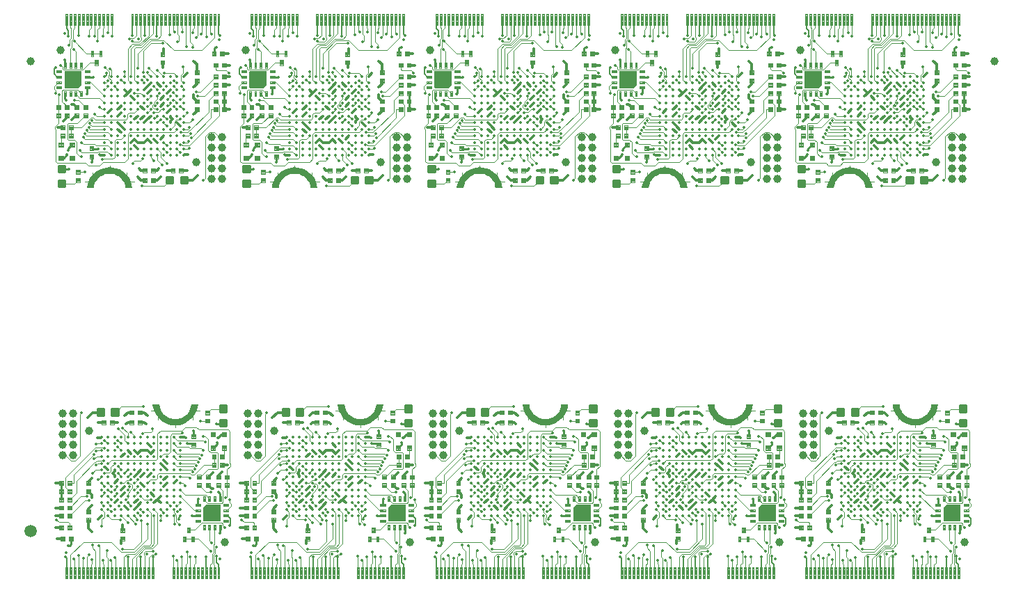
<source format=gtl>
G04 EAGLE Gerber RS-274X export*
G75*
%MOMM*%
%FSLAX34Y34*%
%LPD*%
%INTop Copper*%
%IPPOS*%
%AMOC8*
5,1,8,0,0,1.08239X$1,22.5*%
G01*
%ADD10C,0.102000*%
%ADD11C,0.340000*%
%ADD12C,0.300000*%
%ADD13C,0.101500*%
%ADD14C,0.352400*%
%ADD15C,0.101600*%
%ADD16C,0.104000*%
%ADD17C,0.100000*%
%ADD18C,1.000000*%
%ADD19C,1.500000*%
%ADD20C,0.304800*%
%ADD21C,0.203200*%
%ADD22C,0.254000*%
%ADD23C,0.152400*%

G36*
X600155Y192254D02*
X600155Y192254D01*
X600185Y192252D01*
X604233Y192588D01*
X604242Y192592D01*
X604269Y192594D01*
X608226Y193514D01*
X608234Y193519D01*
X608260Y193525D01*
X612042Y195009D01*
X612049Y195015D01*
X612074Y195025D01*
X615601Y197042D01*
X615607Y197049D01*
X615631Y197062D01*
X618827Y199569D01*
X618833Y199577D01*
X618854Y199593D01*
X621653Y202537D01*
X621658Y202546D01*
X621676Y202565D01*
X624019Y205884D01*
X624022Y205893D01*
X624038Y205915D01*
X625875Y209538D01*
X625876Y209548D01*
X625889Y209571D01*
X627181Y213423D01*
X627181Y213433D01*
X627190Y213458D01*
X627910Y217456D01*
X627905Y217495D01*
X627911Y217533D01*
X627898Y217563D01*
X627895Y217595D01*
X627870Y217625D01*
X627854Y217661D01*
X627828Y217679D01*
X627807Y217704D01*
X627770Y217717D01*
X627738Y217738D01*
X627682Y217747D01*
X627675Y217749D01*
X627672Y217748D01*
X627664Y217749D01*
X619664Y217749D01*
X619600Y217731D01*
X619530Y217710D01*
X619484Y217658D01*
X619438Y217605D01*
X619438Y217604D01*
X619417Y217533D01*
X619036Y214671D01*
X618216Y211922D01*
X616978Y209336D01*
X615349Y206975D01*
X613372Y204897D01*
X611093Y203155D01*
X608571Y201791D01*
X605866Y200838D01*
X603045Y200320D01*
X600164Y200249D01*
X597284Y200320D01*
X594463Y200838D01*
X591758Y201791D01*
X589235Y203155D01*
X586957Y204897D01*
X584979Y206975D01*
X583351Y209336D01*
X582112Y211922D01*
X581293Y214671D01*
X580911Y217533D01*
X580884Y217595D01*
X580855Y217661D01*
X580854Y217661D01*
X580794Y217701D01*
X580738Y217738D01*
X580664Y217749D01*
X572664Y217749D01*
X572627Y217739D01*
X572589Y217738D01*
X572562Y217719D01*
X572530Y217710D01*
X572505Y217681D01*
X572473Y217660D01*
X572460Y217630D01*
X572438Y217605D01*
X572432Y217567D01*
X572417Y217532D01*
X572418Y217474D01*
X572417Y217467D01*
X572418Y217464D01*
X572419Y217458D01*
X573112Y213447D01*
X573116Y213438D01*
X573121Y213411D01*
X574394Y209545D01*
X574400Y209537D01*
X574408Y209512D01*
X576234Y205874D01*
X576241Y205867D01*
X576253Y205843D01*
X578593Y202512D01*
X578601Y202506D01*
X578616Y202484D01*
X581418Y199532D01*
X581427Y199527D01*
X581446Y199507D01*
X584650Y196998D01*
X584659Y196994D01*
X584681Y196978D01*
X588219Y194965D01*
X588228Y194963D01*
X588252Y194949D01*
X592046Y193477D01*
X592056Y193476D01*
X592081Y193466D01*
X596051Y192566D01*
X596060Y192567D01*
X596087Y192560D01*
X600145Y192251D01*
X600155Y192254D01*
G37*
G36*
X1050319Y192254D02*
X1050319Y192254D01*
X1050349Y192252D01*
X1054397Y192588D01*
X1054407Y192592D01*
X1054433Y192594D01*
X1058390Y193514D01*
X1058398Y193519D01*
X1058424Y193525D01*
X1062206Y195009D01*
X1062214Y195015D01*
X1062239Y195025D01*
X1065765Y197042D01*
X1065772Y197049D01*
X1065795Y197062D01*
X1068991Y199569D01*
X1068997Y199577D01*
X1069018Y199593D01*
X1071818Y202537D01*
X1071822Y202546D01*
X1071841Y202565D01*
X1074183Y205884D01*
X1074187Y205893D01*
X1074202Y205915D01*
X1076039Y209538D01*
X1076041Y209548D01*
X1076053Y209571D01*
X1077345Y213423D01*
X1077345Y213433D01*
X1077354Y213458D01*
X1078074Y217456D01*
X1078070Y217495D01*
X1078075Y217533D01*
X1078062Y217563D01*
X1078059Y217595D01*
X1078034Y217625D01*
X1078019Y217661D01*
X1077992Y217679D01*
X1077972Y217704D01*
X1077935Y217717D01*
X1077902Y217738D01*
X1077847Y217747D01*
X1077839Y217749D01*
X1077836Y217748D01*
X1077828Y217749D01*
X1069828Y217749D01*
X1069764Y217731D01*
X1069694Y217710D01*
X1069648Y217658D01*
X1069602Y217605D01*
X1069602Y217604D01*
X1069581Y217533D01*
X1069200Y214671D01*
X1068381Y211922D01*
X1067142Y209336D01*
X1065513Y206975D01*
X1063536Y204897D01*
X1061258Y203155D01*
X1058735Y201791D01*
X1056030Y200838D01*
X1053209Y200320D01*
X1050328Y200249D01*
X1047448Y200320D01*
X1044627Y200838D01*
X1041922Y201791D01*
X1039399Y203155D01*
X1037121Y204897D01*
X1035143Y206975D01*
X1033515Y209336D01*
X1032276Y211922D01*
X1031457Y214671D01*
X1031075Y217533D01*
X1031048Y217595D01*
X1031019Y217661D01*
X1030958Y217701D01*
X1030902Y217738D01*
X1030828Y217749D01*
X1022828Y217749D01*
X1022792Y217739D01*
X1022753Y217738D01*
X1022726Y217719D01*
X1022694Y217710D01*
X1022669Y217681D01*
X1022637Y217660D01*
X1022624Y217630D01*
X1022602Y217605D01*
X1022597Y217567D01*
X1022581Y217532D01*
X1022582Y217474D01*
X1022581Y217467D01*
X1022583Y217464D01*
X1022583Y217458D01*
X1023276Y213447D01*
X1023280Y213438D01*
X1023285Y213411D01*
X1024558Y209545D01*
X1024564Y209537D01*
X1024572Y209512D01*
X1026399Y205874D01*
X1026405Y205867D01*
X1026417Y205843D01*
X1028757Y202512D01*
X1028765Y202506D01*
X1028780Y202484D01*
X1031583Y199532D01*
X1031591Y199527D01*
X1031610Y199507D01*
X1034815Y196998D01*
X1034824Y196994D01*
X1034845Y196978D01*
X1038383Y194965D01*
X1038392Y194963D01*
X1038416Y194949D01*
X1042210Y193477D01*
X1042220Y193476D01*
X1042245Y193466D01*
X1046215Y192566D01*
X1046225Y192567D01*
X1046251Y192560D01*
X1050309Y192251D01*
X1050319Y192254D01*
G37*
G36*
X825225Y192254D02*
X825225Y192254D01*
X825254Y192252D01*
X829303Y192588D01*
X829312Y192592D01*
X829338Y192594D01*
X833295Y193514D01*
X833304Y193519D01*
X833330Y193525D01*
X837111Y195009D01*
X837119Y195015D01*
X837144Y195025D01*
X840670Y197042D01*
X840677Y197049D01*
X840700Y197062D01*
X843897Y199569D01*
X843902Y199577D01*
X843923Y199593D01*
X846723Y202537D01*
X846727Y202546D01*
X846746Y202565D01*
X849089Y205884D01*
X849092Y205893D01*
X849107Y205915D01*
X850944Y209538D01*
X850946Y209548D01*
X850958Y209571D01*
X852250Y213423D01*
X852250Y213433D01*
X852259Y213458D01*
X852979Y217456D01*
X852975Y217495D01*
X852981Y217533D01*
X852968Y217563D01*
X852964Y217595D01*
X852940Y217625D01*
X852924Y217661D01*
X852897Y217679D01*
X852877Y217704D01*
X852840Y217717D01*
X852807Y217738D01*
X852752Y217747D01*
X852744Y217749D01*
X852741Y217748D01*
X852734Y217749D01*
X844734Y217749D01*
X844733Y217749D01*
X844670Y217731D01*
X844599Y217710D01*
X844554Y217658D01*
X844507Y217605D01*
X844507Y217604D01*
X844487Y217533D01*
X844105Y214671D01*
X843286Y211922D01*
X842047Y209336D01*
X840419Y206975D01*
X838441Y204897D01*
X836163Y203155D01*
X833640Y201791D01*
X830935Y200838D01*
X828114Y200320D01*
X825234Y200249D01*
X822353Y200320D01*
X819532Y200838D01*
X816827Y201791D01*
X814304Y203155D01*
X812026Y204897D01*
X810049Y206975D01*
X808420Y209336D01*
X807181Y211922D01*
X806362Y214671D01*
X805981Y217533D01*
X805953Y217595D01*
X805924Y217661D01*
X805863Y217701D01*
X805808Y217738D01*
X805807Y217738D01*
X805734Y217749D01*
X797734Y217749D01*
X797697Y217739D01*
X797659Y217738D01*
X797631Y217719D01*
X797599Y217710D01*
X797574Y217681D01*
X797542Y217660D01*
X797529Y217630D01*
X797507Y217605D01*
X797502Y217567D01*
X797486Y217532D01*
X797488Y217474D01*
X797487Y217467D01*
X797488Y217464D01*
X797488Y217458D01*
X798181Y213447D01*
X798186Y213438D01*
X798190Y213411D01*
X799464Y209545D01*
X799469Y209537D01*
X799478Y209512D01*
X801304Y205874D01*
X801311Y205867D01*
X801323Y205843D01*
X803662Y202512D01*
X803670Y202506D01*
X803685Y202484D01*
X806488Y199532D01*
X806496Y199527D01*
X806515Y199507D01*
X809720Y196998D01*
X809729Y196994D01*
X809750Y196978D01*
X813288Y194965D01*
X813298Y194963D01*
X813321Y194949D01*
X817116Y193477D01*
X817125Y193476D01*
X817151Y193466D01*
X821120Y192566D01*
X821130Y192567D01*
X821156Y192560D01*
X825215Y192251D01*
X825225Y192254D01*
G37*
G36*
X375060Y192254D02*
X375060Y192254D01*
X375090Y192252D01*
X379138Y192588D01*
X379148Y192592D01*
X379174Y192594D01*
X383131Y193514D01*
X383139Y193519D01*
X383165Y193525D01*
X386947Y195009D01*
X386955Y195015D01*
X386980Y195025D01*
X390506Y197042D01*
X390513Y197049D01*
X390536Y197062D01*
X393732Y199569D01*
X393738Y199577D01*
X393759Y199593D01*
X396559Y202537D01*
X396563Y202546D01*
X396582Y202565D01*
X398924Y205884D01*
X398928Y205893D01*
X398943Y205915D01*
X400780Y209538D01*
X400782Y209548D01*
X400794Y209571D01*
X402086Y213423D01*
X402086Y213433D01*
X402095Y213458D01*
X402815Y217456D01*
X402811Y217495D01*
X402816Y217533D01*
X402803Y217563D01*
X402800Y217595D01*
X402775Y217625D01*
X402760Y217661D01*
X402733Y217679D01*
X402713Y217704D01*
X402676Y217717D01*
X402643Y217738D01*
X402588Y217747D01*
X402580Y217749D01*
X402577Y217748D01*
X402569Y217749D01*
X394569Y217749D01*
X394505Y217731D01*
X394435Y217710D01*
X394389Y217658D01*
X394343Y217605D01*
X394343Y217604D01*
X394322Y217533D01*
X393941Y214671D01*
X393122Y211922D01*
X391883Y209336D01*
X390254Y206975D01*
X388277Y204897D01*
X385999Y203155D01*
X383476Y201791D01*
X380771Y200838D01*
X377950Y200320D01*
X375069Y200249D01*
X372189Y200320D01*
X369368Y200838D01*
X366663Y201791D01*
X364140Y203155D01*
X361862Y204897D01*
X359884Y206975D01*
X358256Y209336D01*
X357017Y211922D01*
X356198Y214671D01*
X355816Y217533D01*
X355789Y217595D01*
X355760Y217661D01*
X355699Y217701D01*
X355643Y217738D01*
X355569Y217749D01*
X347569Y217749D01*
X347533Y217739D01*
X347494Y217738D01*
X347467Y217719D01*
X347435Y217710D01*
X347410Y217681D01*
X347378Y217660D01*
X347365Y217630D01*
X347343Y217605D01*
X347338Y217567D01*
X347322Y217532D01*
X347323Y217474D01*
X347322Y217467D01*
X347324Y217464D01*
X347324Y217458D01*
X348017Y213447D01*
X348021Y213438D01*
X348026Y213411D01*
X349299Y209545D01*
X349305Y209537D01*
X349313Y209512D01*
X351140Y205874D01*
X351146Y205867D01*
X351158Y205843D01*
X353498Y202512D01*
X353506Y202506D01*
X353521Y202484D01*
X356324Y199532D01*
X356332Y199527D01*
X356351Y199507D01*
X359556Y196998D01*
X359565Y196994D01*
X359586Y196978D01*
X363124Y194965D01*
X363133Y194963D01*
X363157Y194949D01*
X366951Y193477D01*
X366961Y193476D01*
X366986Y193466D01*
X370956Y192566D01*
X370966Y192567D01*
X370992Y192560D01*
X375050Y192251D01*
X375060Y192254D01*
G37*
G36*
X149991Y192254D02*
X149991Y192254D01*
X150021Y192252D01*
X154069Y192588D01*
X154078Y192592D01*
X154105Y192594D01*
X158061Y193514D01*
X158070Y193519D01*
X158096Y193525D01*
X161878Y195009D01*
X161885Y195015D01*
X161910Y195025D01*
X165436Y197042D01*
X165443Y197049D01*
X165467Y197062D01*
X168663Y199569D01*
X168669Y199577D01*
X168690Y199593D01*
X171489Y202537D01*
X171494Y202546D01*
X171512Y202565D01*
X173855Y205884D01*
X173858Y205893D01*
X173874Y205915D01*
X175710Y209538D01*
X175712Y209548D01*
X175724Y209571D01*
X177016Y213423D01*
X177017Y213433D01*
X177025Y213458D01*
X177745Y217456D01*
X177741Y217495D01*
X177747Y217533D01*
X177734Y217563D01*
X177731Y217595D01*
X177706Y217625D01*
X177690Y217661D01*
X177663Y217679D01*
X177643Y217704D01*
X177606Y217717D01*
X177574Y217738D01*
X177518Y217747D01*
X177511Y217749D01*
X177507Y217748D01*
X177500Y217749D01*
X169500Y217749D01*
X169436Y217731D01*
X169366Y217710D01*
X169365Y217710D01*
X169320Y217658D01*
X169274Y217605D01*
X169274Y217604D01*
X169253Y217533D01*
X168871Y214671D01*
X168052Y211922D01*
X166813Y209336D01*
X165185Y206975D01*
X163207Y204897D01*
X160929Y203155D01*
X158407Y201791D01*
X155701Y200838D01*
X152881Y200320D01*
X150000Y200249D01*
X147119Y200320D01*
X144299Y200838D01*
X141594Y201791D01*
X139071Y203155D01*
X136793Y204897D01*
X134815Y206975D01*
X133187Y209336D01*
X131948Y211922D01*
X131129Y214671D01*
X130747Y217533D01*
X130720Y217595D01*
X130690Y217661D01*
X130630Y217701D01*
X130574Y217738D01*
X130500Y217749D01*
X122500Y217749D01*
X122463Y217739D01*
X122425Y217738D01*
X122398Y217719D01*
X122366Y217710D01*
X122341Y217681D01*
X122309Y217660D01*
X122296Y217630D01*
X122274Y217605D01*
X122268Y217567D01*
X122253Y217532D01*
X122254Y217474D01*
X122253Y217467D01*
X122254Y217464D01*
X122254Y217458D01*
X122948Y213447D01*
X122952Y213438D01*
X122957Y213411D01*
X124230Y209545D01*
X124236Y209537D01*
X124244Y209512D01*
X126070Y205874D01*
X126077Y205867D01*
X126089Y205843D01*
X128429Y202512D01*
X128436Y202506D01*
X128452Y202484D01*
X131254Y199532D01*
X131263Y199527D01*
X131281Y199507D01*
X134486Y196998D01*
X134495Y196994D01*
X134517Y196978D01*
X138054Y194965D01*
X138064Y194963D01*
X138087Y194949D01*
X141882Y193477D01*
X141892Y193476D01*
X141917Y193466D01*
X145886Y192566D01*
X145896Y192567D01*
X145923Y192560D01*
X149981Y192251D01*
X149991Y192254D01*
G37*
G36*
X500654Y480751D02*
X500654Y480751D01*
X500718Y480769D01*
X500788Y480790D01*
X500832Y480840D01*
X500880Y480895D01*
X500880Y480896D01*
X500901Y480967D01*
X501282Y483829D01*
X502101Y486578D01*
X503340Y489164D01*
X504969Y491525D01*
X506946Y493603D01*
X509224Y495345D01*
X511747Y496709D01*
X514452Y497662D01*
X517273Y498180D01*
X520154Y498251D01*
X523034Y498180D01*
X525855Y497662D01*
X528560Y496709D01*
X531083Y495345D01*
X533361Y493603D01*
X535339Y491525D01*
X536967Y489164D01*
X538206Y486578D01*
X539025Y483829D01*
X539407Y480967D01*
X539439Y480895D01*
X539463Y480839D01*
X539524Y480799D01*
X539580Y480762D01*
X539654Y480751D01*
X547654Y480751D01*
X547690Y480762D01*
X547729Y480762D01*
X547756Y480781D01*
X547788Y480790D01*
X547813Y480819D01*
X547845Y480840D01*
X547858Y480870D01*
X547880Y480895D01*
X547885Y480933D01*
X547901Y480968D01*
X547900Y481026D01*
X547901Y481033D01*
X547899Y481036D01*
X547899Y481042D01*
X547206Y485053D01*
X547202Y485062D01*
X547197Y485089D01*
X545924Y488955D01*
X545918Y488963D01*
X545910Y488988D01*
X544083Y492626D01*
X544077Y492633D01*
X544065Y492657D01*
X541725Y495988D01*
X541717Y495994D01*
X541702Y496016D01*
X538899Y498968D01*
X538891Y498973D01*
X538872Y498993D01*
X535668Y501502D01*
X535658Y501506D01*
X535637Y501522D01*
X532099Y503535D01*
X532090Y503537D01*
X532066Y503551D01*
X528272Y505023D01*
X528262Y505024D01*
X528237Y505034D01*
X524267Y505934D01*
X524257Y505933D01*
X524231Y505940D01*
X520173Y506249D01*
X520163Y506246D01*
X520133Y506248D01*
X516085Y505912D01*
X516075Y505908D01*
X516049Y505906D01*
X512092Y504986D01*
X512084Y504981D01*
X512058Y504975D01*
X508276Y503491D01*
X508268Y503485D01*
X508243Y503475D01*
X504717Y501458D01*
X504710Y501451D01*
X504687Y501438D01*
X501491Y498931D01*
X501485Y498923D01*
X501464Y498907D01*
X498664Y495963D01*
X498660Y495954D01*
X498641Y495935D01*
X496299Y492616D01*
X496295Y492607D01*
X496280Y492585D01*
X494443Y488962D01*
X494441Y488952D01*
X494429Y488929D01*
X493137Y485077D01*
X493137Y485067D01*
X493128Y485042D01*
X492408Y481044D01*
X492412Y481005D01*
X492407Y480967D01*
X492420Y480937D01*
X492423Y480905D01*
X492448Y480875D01*
X492463Y480839D01*
X492490Y480821D01*
X492510Y480796D01*
X492547Y480783D01*
X492580Y480762D01*
X492635Y480754D01*
X492643Y480751D01*
X492646Y480752D01*
X492654Y480751D01*
X500654Y480751D01*
X500654Y480751D01*
G37*
G36*
X950818Y480751D02*
X950818Y480751D01*
X950882Y480769D01*
X950952Y480790D01*
X950996Y480840D01*
X951044Y480895D01*
X951044Y480896D01*
X951065Y480967D01*
X951446Y483829D01*
X952266Y486578D01*
X953505Y489164D01*
X955133Y491525D01*
X957110Y493603D01*
X959389Y495345D01*
X961911Y496709D01*
X964616Y497662D01*
X967437Y498180D01*
X970318Y498251D01*
X973198Y498180D01*
X976019Y497662D01*
X978724Y496709D01*
X981247Y495345D01*
X983525Y493603D01*
X985503Y491525D01*
X987131Y489164D01*
X988370Y486578D01*
X989189Y483829D01*
X989571Y480967D01*
X989603Y480895D01*
X989627Y480839D01*
X989628Y480839D01*
X989688Y480799D01*
X989744Y480762D01*
X989818Y480751D01*
X997818Y480751D01*
X997855Y480762D01*
X997893Y480762D01*
X997920Y480781D01*
X997952Y480790D01*
X997977Y480819D01*
X998009Y480840D01*
X998022Y480870D01*
X998044Y480895D01*
X998050Y480933D01*
X998065Y480968D01*
X998064Y481026D01*
X998065Y481033D01*
X998064Y481036D01*
X998063Y481042D01*
X997370Y485053D01*
X997366Y485062D01*
X997361Y485089D01*
X996088Y488955D01*
X996082Y488963D01*
X996074Y488988D01*
X994248Y492626D01*
X994241Y492633D01*
X994229Y492657D01*
X991889Y495988D01*
X991881Y495994D01*
X991866Y496016D01*
X989064Y498968D01*
X989055Y498973D01*
X989036Y498993D01*
X985832Y501502D01*
X985823Y501506D01*
X985801Y501522D01*
X982263Y503535D01*
X982254Y503537D01*
X982230Y503551D01*
X978436Y505023D01*
X978426Y505024D01*
X978401Y505034D01*
X974431Y505934D01*
X974422Y505933D01*
X974395Y505940D01*
X970337Y506249D01*
X970327Y506246D01*
X970297Y506248D01*
X966249Y505912D01*
X966240Y505908D01*
X966213Y505906D01*
X962256Y504986D01*
X962248Y504981D01*
X962222Y504975D01*
X958440Y503491D01*
X958433Y503485D01*
X958408Y503475D01*
X954881Y501458D01*
X954875Y501451D01*
X954851Y501438D01*
X951655Y498931D01*
X951649Y498923D01*
X951628Y498907D01*
X948829Y495963D01*
X948824Y495954D01*
X948806Y495935D01*
X946463Y492616D01*
X946460Y492607D01*
X946444Y492585D01*
X944607Y488962D01*
X944606Y488952D01*
X944593Y488929D01*
X943301Y485077D01*
X943301Y485067D01*
X943292Y485042D01*
X942573Y481044D01*
X942577Y481005D01*
X942571Y480967D01*
X942584Y480937D01*
X942587Y480905D01*
X942612Y480875D01*
X942628Y480839D01*
X942655Y480821D01*
X942675Y480796D01*
X942712Y480783D01*
X942744Y480762D01*
X942800Y480754D01*
X942807Y480751D01*
X942810Y480752D01*
X942818Y480751D01*
X950818Y480751D01*
X950818Y480751D01*
G37*
G36*
X725749Y480751D02*
X725749Y480751D01*
X725812Y480769D01*
X725883Y480790D01*
X725926Y480840D01*
X725975Y480895D01*
X725975Y480896D01*
X725995Y480967D01*
X726377Y483829D01*
X727196Y486578D01*
X728435Y489164D01*
X730063Y491525D01*
X732041Y493603D01*
X734319Y495345D01*
X736842Y496709D01*
X739547Y497662D01*
X742368Y498180D01*
X745248Y498251D01*
X748129Y498180D01*
X750950Y497662D01*
X753655Y496709D01*
X756178Y495345D01*
X758456Y493603D01*
X760433Y491525D01*
X762062Y489164D01*
X763301Y486578D01*
X764120Y483829D01*
X764501Y480967D01*
X764533Y480895D01*
X764558Y480839D01*
X764619Y480799D01*
X764674Y480762D01*
X764675Y480762D01*
X764748Y480751D01*
X772748Y480751D01*
X772785Y480762D01*
X772823Y480762D01*
X772851Y480781D01*
X772883Y480790D01*
X772908Y480819D01*
X772940Y480840D01*
X772953Y480870D01*
X772975Y480895D01*
X772980Y480933D01*
X772996Y480968D01*
X772994Y481026D01*
X772995Y481033D01*
X772994Y481036D01*
X772994Y481042D01*
X772301Y485053D01*
X772296Y485062D01*
X772292Y485089D01*
X771018Y488955D01*
X771013Y488963D01*
X771004Y488988D01*
X769178Y492626D01*
X769171Y492633D01*
X769159Y492657D01*
X766820Y495988D01*
X766812Y495994D01*
X766797Y496016D01*
X763994Y498968D01*
X763986Y498973D01*
X763967Y498993D01*
X760762Y501502D01*
X760753Y501506D01*
X760732Y501522D01*
X757194Y503535D01*
X757184Y503537D01*
X757161Y503551D01*
X753366Y505023D01*
X753357Y505024D01*
X753331Y505034D01*
X749362Y505934D01*
X749352Y505933D01*
X749326Y505940D01*
X745267Y506249D01*
X745257Y506246D01*
X745228Y506248D01*
X741179Y505912D01*
X741170Y505908D01*
X741144Y505906D01*
X737187Y504986D01*
X737178Y504981D01*
X737152Y504975D01*
X733371Y503491D01*
X733363Y503485D01*
X733338Y503475D01*
X729812Y501458D01*
X729805Y501451D01*
X729782Y501438D01*
X726585Y498931D01*
X726580Y498923D01*
X726559Y498907D01*
X723759Y495963D01*
X723755Y495954D01*
X723736Y495935D01*
X721393Y492616D01*
X721390Y492607D01*
X721375Y492585D01*
X719538Y488962D01*
X719536Y488952D01*
X719524Y488929D01*
X718232Y485077D01*
X718232Y485067D01*
X718223Y485042D01*
X717503Y481044D01*
X717507Y481005D01*
X717501Y480967D01*
X717515Y480937D01*
X717518Y480905D01*
X717542Y480875D01*
X717558Y480839D01*
X717585Y480821D01*
X717605Y480796D01*
X717642Y480783D01*
X717675Y480762D01*
X717730Y480754D01*
X717738Y480751D01*
X717741Y480752D01*
X717748Y480751D01*
X725748Y480751D01*
X725749Y480751D01*
G37*
G36*
X275584Y480751D02*
X275584Y480751D01*
X275585Y480751D01*
X275648Y480769D01*
X275718Y480790D01*
X275719Y480790D01*
X275762Y480840D01*
X275810Y480895D01*
X275811Y480896D01*
X275831Y480967D01*
X276213Y483829D01*
X277032Y486578D01*
X278271Y489164D01*
X279899Y491525D01*
X281877Y493603D01*
X284155Y495345D01*
X286678Y496709D01*
X289383Y497662D01*
X292204Y498180D01*
X295084Y498251D01*
X297965Y498180D01*
X300786Y497662D01*
X303491Y496709D01*
X306013Y495345D01*
X308292Y493603D01*
X310269Y491525D01*
X311898Y489164D01*
X313136Y486578D01*
X313956Y483829D01*
X314337Y480967D01*
X314369Y480895D01*
X314394Y480839D01*
X314454Y480799D01*
X314510Y480762D01*
X314511Y480762D01*
X314584Y480751D01*
X322584Y480751D01*
X322621Y480762D01*
X322659Y480762D01*
X322687Y480781D01*
X322718Y480790D01*
X322744Y480819D01*
X322775Y480840D01*
X322789Y480870D01*
X322810Y480895D01*
X322816Y480933D01*
X322831Y480968D01*
X322830Y481026D01*
X322831Y481033D01*
X322830Y481036D01*
X322830Y481042D01*
X322137Y485053D01*
X322132Y485062D01*
X322128Y485089D01*
X320854Y488955D01*
X320849Y488963D01*
X320840Y488988D01*
X319014Y492626D01*
X319007Y492633D01*
X318995Y492657D01*
X316656Y495988D01*
X316648Y495994D01*
X316632Y496016D01*
X313830Y498968D01*
X313821Y498973D01*
X313803Y498993D01*
X310598Y501502D01*
X310589Y501506D01*
X310568Y501522D01*
X307030Y503535D01*
X307020Y503537D01*
X306997Y503551D01*
X303202Y505023D01*
X303192Y505024D01*
X303167Y505034D01*
X299198Y505934D01*
X299188Y505933D01*
X299162Y505940D01*
X295103Y506249D01*
X295093Y506246D01*
X295064Y506248D01*
X291015Y505912D01*
X291006Y505908D01*
X290979Y505906D01*
X287023Y504986D01*
X287014Y504981D01*
X286988Y504975D01*
X283207Y503491D01*
X283199Y503485D01*
X283174Y503475D01*
X279648Y501458D01*
X279641Y501451D01*
X279618Y501438D01*
X276421Y498931D01*
X276415Y498923D01*
X276394Y498907D01*
X273595Y495963D01*
X273591Y495954D01*
X273572Y495935D01*
X271229Y492616D01*
X271226Y492607D01*
X271211Y492585D01*
X269374Y488962D01*
X269372Y488952D01*
X269360Y488929D01*
X268068Y485077D01*
X268067Y485067D01*
X268059Y485042D01*
X267339Y481044D01*
X267343Y481005D01*
X267337Y480967D01*
X267350Y480937D01*
X267354Y480905D01*
X267378Y480875D01*
X267394Y480839D01*
X267421Y480821D01*
X267441Y480796D01*
X267478Y480783D01*
X267511Y480762D01*
X267566Y480754D01*
X267573Y480751D01*
X267577Y480752D01*
X267584Y480751D01*
X275584Y480751D01*
X275584Y480751D01*
G37*
G36*
X50490Y480751D02*
X50490Y480751D01*
X50553Y480769D01*
X50624Y480790D01*
X50667Y480840D01*
X50716Y480895D01*
X50716Y480896D01*
X50736Y480967D01*
X51118Y483829D01*
X51937Y486578D01*
X53176Y489164D01*
X54804Y491525D01*
X56782Y493603D01*
X59060Y495345D01*
X61583Y496709D01*
X64288Y497662D01*
X67109Y498180D01*
X69989Y498251D01*
X72870Y498180D01*
X75691Y497662D01*
X78396Y496709D01*
X80919Y495345D01*
X83197Y493603D01*
X85174Y491525D01*
X86803Y489164D01*
X88042Y486578D01*
X88861Y483829D01*
X89242Y480967D01*
X89274Y480895D01*
X89299Y480839D01*
X89360Y480799D01*
X89415Y480762D01*
X89416Y480762D01*
X89489Y480751D01*
X97489Y480751D01*
X97526Y480762D01*
X97564Y480762D01*
X97592Y480781D01*
X97624Y480790D01*
X97649Y480819D01*
X97681Y480840D01*
X97694Y480870D01*
X97716Y480895D01*
X97721Y480933D01*
X97737Y480968D01*
X97735Y481026D01*
X97736Y481033D01*
X97735Y481036D01*
X97735Y481042D01*
X97042Y485053D01*
X97037Y485062D01*
X97033Y485089D01*
X95759Y488955D01*
X95754Y488963D01*
X95745Y488988D01*
X93919Y492626D01*
X93912Y492633D01*
X93900Y492657D01*
X91561Y495988D01*
X91553Y495994D01*
X91538Y496016D01*
X88735Y498968D01*
X88727Y498973D01*
X88708Y498993D01*
X85503Y501502D01*
X85494Y501506D01*
X85473Y501522D01*
X81935Y503535D01*
X81925Y503537D01*
X81902Y503551D01*
X78107Y505023D01*
X78098Y505024D01*
X78072Y505034D01*
X74103Y505934D01*
X74093Y505933D01*
X74067Y505940D01*
X70008Y506249D01*
X69998Y506246D01*
X69969Y506248D01*
X65920Y505912D01*
X65911Y505908D01*
X65885Y505906D01*
X61928Y504986D01*
X61919Y504981D01*
X61893Y504975D01*
X58112Y503491D01*
X58104Y503485D01*
X58079Y503475D01*
X54553Y501458D01*
X54546Y501451D01*
X54523Y501438D01*
X51326Y498931D01*
X51321Y498923D01*
X51300Y498907D01*
X48500Y495963D01*
X48496Y495954D01*
X48477Y495935D01*
X46134Y492616D01*
X46131Y492607D01*
X46116Y492585D01*
X44279Y488962D01*
X44277Y488952D01*
X44265Y488929D01*
X42973Y485077D01*
X42973Y485067D01*
X42964Y485042D01*
X42244Y481044D01*
X42248Y481005D01*
X42242Y480967D01*
X42256Y480937D01*
X42259Y480905D01*
X42283Y480875D01*
X42299Y480839D01*
X42326Y480821D01*
X42346Y480796D01*
X42383Y480783D01*
X42416Y480762D01*
X42471Y480754D01*
X42479Y480751D01*
X42482Y480752D01*
X42489Y480751D01*
X50489Y480751D01*
X50490Y480751D01*
G37*
G36*
X932254Y602312D02*
X932254Y602312D01*
X932342Y602315D01*
X932395Y602332D01*
X932449Y602340D01*
X932529Y602375D01*
X932612Y602402D01*
X932652Y602430D01*
X932709Y602456D01*
X932822Y602552D01*
X932886Y602597D01*
X936061Y605772D01*
X936113Y605842D01*
X936173Y605906D01*
X936198Y605955D01*
X936232Y605999D01*
X936263Y606081D01*
X936303Y606159D01*
X936311Y606207D01*
X936333Y606265D01*
X936345Y606413D01*
X936358Y606490D01*
X936358Y622365D01*
X936350Y622423D01*
X936351Y622481D01*
X936330Y622563D01*
X936318Y622647D01*
X936294Y622700D01*
X936280Y622756D01*
X936237Y622829D01*
X936202Y622906D01*
X936164Y622951D01*
X936134Y623001D01*
X936073Y623059D01*
X936018Y623123D01*
X935970Y623155D01*
X935927Y623195D01*
X935852Y623234D01*
X935782Y623281D01*
X935726Y623298D01*
X935674Y623325D01*
X935606Y623336D01*
X935511Y623366D01*
X935411Y623369D01*
X935343Y623380D01*
X916293Y623380D01*
X916235Y623372D01*
X916176Y623374D01*
X916095Y623352D01*
X916011Y623340D01*
X915958Y623317D01*
X915901Y623302D01*
X915829Y623259D01*
X915752Y623224D01*
X915707Y623186D01*
X915657Y623157D01*
X915599Y623095D01*
X915535Y623041D01*
X915503Y622992D01*
X915462Y622949D01*
X915424Y622874D01*
X915377Y622804D01*
X915360Y622748D01*
X915333Y622696D01*
X915322Y622628D01*
X915292Y622533D01*
X915289Y622433D01*
X915278Y622365D01*
X915278Y603315D01*
X915286Y603257D01*
X915284Y603199D01*
X915306Y603117D01*
X915317Y603034D01*
X915341Y602980D01*
X915356Y602924D01*
X915399Y602851D01*
X915434Y602774D01*
X915471Y602729D01*
X915501Y602679D01*
X915563Y602621D01*
X915617Y602557D01*
X915666Y602525D01*
X915709Y602485D01*
X915784Y602446D01*
X915854Y602400D01*
X915910Y602382D01*
X915962Y602355D01*
X916030Y602344D01*
X916125Y602314D01*
X916225Y602311D01*
X916293Y602300D01*
X932168Y602300D01*
X932254Y602312D01*
G37*
G36*
X707185Y602312D02*
X707185Y602312D01*
X707272Y602315D01*
X707325Y602332D01*
X707380Y602340D01*
X707460Y602375D01*
X707543Y602402D01*
X707582Y602430D01*
X707639Y602456D01*
X707753Y602552D01*
X707816Y602597D01*
X710991Y605772D01*
X711044Y605842D01*
X711104Y605906D01*
X711129Y605955D01*
X711162Y605999D01*
X711193Y606081D01*
X711233Y606159D01*
X711241Y606207D01*
X711263Y606265D01*
X711276Y606413D01*
X711289Y606490D01*
X711289Y622365D01*
X711280Y622423D01*
X711282Y622481D01*
X711261Y622563D01*
X711249Y622647D01*
X711225Y622700D01*
X711210Y622756D01*
X711167Y622829D01*
X711133Y622906D01*
X711095Y622951D01*
X711065Y623001D01*
X711003Y623059D01*
X710949Y623123D01*
X710900Y623155D01*
X710858Y623195D01*
X710783Y623234D01*
X710712Y623281D01*
X710656Y623298D01*
X710604Y623325D01*
X710536Y623336D01*
X710441Y623366D01*
X710341Y623369D01*
X710273Y623380D01*
X691223Y623380D01*
X691166Y623372D01*
X691107Y623374D01*
X691025Y623352D01*
X690942Y623340D01*
X690889Y623317D01*
X690832Y623302D01*
X690760Y623259D01*
X690683Y623224D01*
X690638Y623186D01*
X690588Y623157D01*
X690530Y623095D01*
X690466Y623041D01*
X690433Y622992D01*
X690393Y622949D01*
X690355Y622874D01*
X690308Y622804D01*
X690290Y622748D01*
X690264Y622696D01*
X690252Y622628D01*
X690222Y622533D01*
X690220Y622433D01*
X690208Y622365D01*
X690208Y603315D01*
X690216Y603257D01*
X690215Y603199D01*
X690236Y603117D01*
X690248Y603034D01*
X690272Y602980D01*
X690287Y602924D01*
X690330Y602851D01*
X690364Y602774D01*
X690402Y602729D01*
X690432Y602679D01*
X690493Y602621D01*
X690548Y602557D01*
X690597Y602525D01*
X690639Y602485D01*
X690714Y602446D01*
X690785Y602400D01*
X690840Y602382D01*
X690892Y602355D01*
X690960Y602344D01*
X691056Y602314D01*
X691155Y602311D01*
X691223Y602300D01*
X707098Y602300D01*
X707185Y602312D01*
G37*
G36*
X482090Y602312D02*
X482090Y602312D01*
X482178Y602315D01*
X482230Y602332D01*
X482285Y602340D01*
X482365Y602375D01*
X482448Y602402D01*
X482487Y602430D01*
X482545Y602456D01*
X482658Y602552D01*
X482721Y602597D01*
X485896Y605772D01*
X485949Y605842D01*
X486009Y605906D01*
X486034Y605955D01*
X486067Y605999D01*
X486099Y606081D01*
X486138Y606159D01*
X486146Y606207D01*
X486169Y606265D01*
X486181Y606413D01*
X486194Y606490D01*
X486194Y622365D01*
X486186Y622423D01*
X486187Y622481D01*
X486166Y622563D01*
X486154Y622647D01*
X486130Y622700D01*
X486115Y622756D01*
X486072Y622829D01*
X486038Y622906D01*
X486000Y622951D01*
X485970Y623001D01*
X485909Y623059D01*
X485854Y623123D01*
X485805Y623155D01*
X485763Y623195D01*
X485688Y623234D01*
X485617Y623281D01*
X485562Y623298D01*
X485510Y623325D01*
X485442Y623336D01*
X485346Y623366D01*
X485247Y623369D01*
X485179Y623380D01*
X466129Y623380D01*
X466071Y623372D01*
X466012Y623374D01*
X465931Y623352D01*
X465847Y623340D01*
X465794Y623317D01*
X465737Y623302D01*
X465665Y623259D01*
X465588Y623224D01*
X465543Y623186D01*
X465493Y623157D01*
X465435Y623095D01*
X465371Y623041D01*
X465338Y622992D01*
X465298Y622949D01*
X465260Y622874D01*
X465213Y622804D01*
X465195Y622748D01*
X465169Y622696D01*
X465157Y622628D01*
X465127Y622533D01*
X465125Y622433D01*
X465113Y622365D01*
X465113Y603315D01*
X465122Y603257D01*
X465120Y603199D01*
X465141Y603117D01*
X465153Y603034D01*
X465177Y602980D01*
X465192Y602924D01*
X465235Y602851D01*
X465269Y602774D01*
X465307Y602729D01*
X465337Y602679D01*
X465399Y602621D01*
X465453Y602557D01*
X465502Y602525D01*
X465544Y602485D01*
X465620Y602446D01*
X465690Y602400D01*
X465746Y602382D01*
X465798Y602355D01*
X465866Y602344D01*
X465961Y602314D01*
X466061Y602311D01*
X466129Y602300D01*
X482004Y602300D01*
X482090Y602312D01*
G37*
G36*
X257021Y602312D02*
X257021Y602312D01*
X257108Y602315D01*
X257161Y602332D01*
X257216Y602340D01*
X257296Y602375D01*
X257379Y602402D01*
X257418Y602430D01*
X257475Y602456D01*
X257588Y602552D01*
X257652Y602597D01*
X260827Y605772D01*
X260880Y605842D01*
X260940Y605906D01*
X260965Y605955D01*
X260998Y605999D01*
X261029Y606081D01*
X261069Y606159D01*
X261077Y606207D01*
X261099Y606265D01*
X261111Y606413D01*
X261124Y606490D01*
X261124Y622365D01*
X261116Y622423D01*
X261118Y622481D01*
X261096Y622563D01*
X261085Y622647D01*
X261061Y622700D01*
X261046Y622756D01*
X261003Y622829D01*
X260968Y622906D01*
X260931Y622951D01*
X260901Y623001D01*
X260839Y623059D01*
X260785Y623123D01*
X260736Y623155D01*
X260693Y623195D01*
X260618Y623234D01*
X260548Y623281D01*
X260492Y623298D01*
X260440Y623325D01*
X260372Y623336D01*
X260277Y623366D01*
X260177Y623369D01*
X260109Y623380D01*
X241059Y623380D01*
X241001Y623372D01*
X240943Y623374D01*
X240861Y623352D01*
X240778Y623340D01*
X240724Y623317D01*
X240668Y623302D01*
X240595Y623259D01*
X240518Y623224D01*
X240474Y623186D01*
X240423Y623157D01*
X240366Y623095D01*
X240301Y623041D01*
X240269Y622992D01*
X240229Y622949D01*
X240190Y622874D01*
X240144Y622804D01*
X240126Y622748D01*
X240099Y622696D01*
X240088Y622628D01*
X240058Y622533D01*
X240055Y622433D01*
X240044Y622365D01*
X240044Y603315D01*
X240052Y603257D01*
X240051Y603199D01*
X240072Y603117D01*
X240084Y603034D01*
X240108Y602980D01*
X240122Y602924D01*
X240166Y602851D01*
X240200Y602774D01*
X240238Y602729D01*
X240268Y602679D01*
X240329Y602621D01*
X240384Y602557D01*
X240432Y602525D01*
X240475Y602485D01*
X240550Y602446D01*
X240620Y602400D01*
X240676Y602382D01*
X240728Y602355D01*
X240796Y602344D01*
X240891Y602314D01*
X240991Y602311D01*
X241059Y602300D01*
X256934Y602300D01*
X257021Y602312D01*
G37*
G36*
X31926Y602312D02*
X31926Y602312D01*
X32013Y602315D01*
X32066Y602332D01*
X32121Y602340D01*
X32201Y602375D01*
X32284Y602402D01*
X32323Y602430D01*
X32380Y602456D01*
X32494Y602552D01*
X32557Y602597D01*
X35732Y605772D01*
X35785Y605842D01*
X35845Y605906D01*
X35870Y605955D01*
X35903Y605999D01*
X35934Y606081D01*
X35974Y606159D01*
X35982Y606207D01*
X36004Y606265D01*
X36017Y606413D01*
X36030Y606490D01*
X36030Y622365D01*
X36021Y622423D01*
X36023Y622481D01*
X36002Y622563D01*
X35990Y622647D01*
X35966Y622700D01*
X35951Y622756D01*
X35908Y622829D01*
X35874Y622906D01*
X35836Y622951D01*
X35806Y623001D01*
X35744Y623059D01*
X35690Y623123D01*
X35641Y623155D01*
X35599Y623195D01*
X35524Y623234D01*
X35453Y623281D01*
X35397Y623298D01*
X35345Y623325D01*
X35277Y623336D01*
X35182Y623366D01*
X35082Y623369D01*
X35014Y623380D01*
X15964Y623380D01*
X15907Y623372D01*
X15848Y623374D01*
X15766Y623352D01*
X15683Y623340D01*
X15630Y623317D01*
X15573Y623302D01*
X15501Y623259D01*
X15424Y623224D01*
X15379Y623186D01*
X15329Y623157D01*
X15271Y623095D01*
X15207Y623041D01*
X15174Y622992D01*
X15134Y622949D01*
X15096Y622874D01*
X15049Y622804D01*
X15031Y622748D01*
X15005Y622696D01*
X14993Y622628D01*
X14963Y622533D01*
X14961Y622433D01*
X14949Y622365D01*
X14949Y603315D01*
X14957Y603257D01*
X14956Y603199D01*
X14977Y603117D01*
X14989Y603034D01*
X15013Y602980D01*
X15028Y602924D01*
X15071Y602851D01*
X15105Y602774D01*
X15143Y602729D01*
X15173Y602679D01*
X15234Y602621D01*
X15289Y602557D01*
X15338Y602525D01*
X15380Y602485D01*
X15455Y602446D01*
X15526Y602400D01*
X15581Y602382D01*
X15633Y602355D01*
X15701Y602344D01*
X15797Y602314D01*
X15896Y602311D01*
X15964Y602300D01*
X31839Y602300D01*
X31926Y602312D01*
G37*
G36*
X204083Y75128D02*
X204083Y75128D01*
X204141Y75126D01*
X204223Y75148D01*
X204307Y75160D01*
X204360Y75184D01*
X204416Y75198D01*
X204489Y75241D01*
X204566Y75276D01*
X204611Y75314D01*
X204661Y75344D01*
X204719Y75405D01*
X204783Y75460D01*
X204815Y75508D01*
X204855Y75551D01*
X204894Y75626D01*
X204941Y75696D01*
X204958Y75752D01*
X204985Y75804D01*
X204996Y75872D01*
X205026Y75967D01*
X205029Y76067D01*
X205040Y76135D01*
X205040Y95185D01*
X205032Y95243D01*
X205034Y95301D01*
X205012Y95383D01*
X205000Y95467D01*
X204977Y95520D01*
X204962Y95576D01*
X204919Y95649D01*
X204884Y95726D01*
X204846Y95771D01*
X204817Y95821D01*
X204755Y95879D01*
X204701Y95943D01*
X204652Y95975D01*
X204609Y96015D01*
X204534Y96054D01*
X204464Y96101D01*
X204408Y96118D01*
X204356Y96145D01*
X204288Y96156D01*
X204193Y96186D01*
X204093Y96189D01*
X204025Y96200D01*
X188150Y96200D01*
X188063Y96188D01*
X187976Y96185D01*
X187923Y96168D01*
X187869Y96160D01*
X187789Y96125D01*
X187705Y96098D01*
X187666Y96070D01*
X187609Y96044D01*
X187496Y95948D01*
X187432Y95903D01*
X184257Y92728D01*
X184205Y92658D01*
X184145Y92594D01*
X184119Y92545D01*
X184086Y92501D01*
X184055Y92419D01*
X184015Y92341D01*
X184007Y92294D01*
X183985Y92235D01*
X183973Y92087D01*
X183960Y92010D01*
X183960Y76135D01*
X183968Y76077D01*
X183966Y76019D01*
X183988Y75937D01*
X184000Y75854D01*
X184024Y75800D01*
X184038Y75744D01*
X184081Y75671D01*
X184116Y75594D01*
X184154Y75549D01*
X184184Y75499D01*
X184245Y75441D01*
X184300Y75377D01*
X184348Y75345D01*
X184391Y75305D01*
X184466Y75266D01*
X184536Y75220D01*
X184592Y75202D01*
X184644Y75175D01*
X184712Y75164D01*
X184807Y75134D01*
X184907Y75131D01*
X184975Y75120D01*
X204025Y75120D01*
X204083Y75128D01*
G37*
G36*
X654247Y75128D02*
X654247Y75128D01*
X654306Y75126D01*
X654387Y75148D01*
X654471Y75160D01*
X654524Y75184D01*
X654581Y75198D01*
X654653Y75241D01*
X654730Y75276D01*
X654775Y75314D01*
X654825Y75344D01*
X654883Y75405D01*
X654947Y75460D01*
X654980Y75508D01*
X655020Y75551D01*
X655058Y75626D01*
X655105Y75696D01*
X655122Y75752D01*
X655149Y75804D01*
X655160Y75872D01*
X655190Y75967D01*
X655193Y76067D01*
X655204Y76135D01*
X655204Y95185D01*
X655196Y95243D01*
X655198Y95301D01*
X655176Y95383D01*
X655165Y95467D01*
X655141Y95520D01*
X655126Y95576D01*
X655083Y95649D01*
X655048Y95726D01*
X655011Y95771D01*
X654981Y95821D01*
X654919Y95879D01*
X654865Y95943D01*
X654816Y95975D01*
X654773Y96015D01*
X654698Y96054D01*
X654628Y96101D01*
X654572Y96118D01*
X654520Y96145D01*
X654452Y96156D01*
X654357Y96186D01*
X654257Y96189D01*
X654189Y96200D01*
X638314Y96200D01*
X638228Y96188D01*
X638140Y96185D01*
X638088Y96168D01*
X638033Y96160D01*
X637953Y96125D01*
X637870Y96098D01*
X637830Y96070D01*
X637773Y96044D01*
X637660Y95948D01*
X637596Y95903D01*
X634421Y92728D01*
X634369Y92658D01*
X634309Y92594D01*
X634284Y92545D01*
X634250Y92501D01*
X634219Y92419D01*
X634179Y92341D01*
X634171Y92294D01*
X634149Y92235D01*
X634137Y92087D01*
X634124Y92010D01*
X634124Y76135D01*
X634132Y76077D01*
X634131Y76019D01*
X634152Y75937D01*
X634164Y75854D01*
X634188Y75800D01*
X634202Y75744D01*
X634246Y75671D01*
X634280Y75594D01*
X634318Y75549D01*
X634348Y75499D01*
X634409Y75441D01*
X634464Y75377D01*
X634512Y75345D01*
X634555Y75305D01*
X634630Y75266D01*
X634700Y75220D01*
X634756Y75202D01*
X634808Y75175D01*
X634876Y75164D01*
X634971Y75134D01*
X635071Y75131D01*
X635139Y75120D01*
X654189Y75120D01*
X654247Y75128D01*
G37*
G36*
X1104411Y75128D02*
X1104411Y75128D01*
X1104470Y75126D01*
X1104551Y75148D01*
X1104635Y75160D01*
X1104688Y75184D01*
X1104745Y75198D01*
X1104817Y75241D01*
X1104894Y75276D01*
X1104939Y75314D01*
X1104989Y75344D01*
X1105047Y75405D01*
X1105111Y75460D01*
X1105144Y75508D01*
X1105184Y75551D01*
X1105222Y75626D01*
X1105269Y75696D01*
X1105287Y75752D01*
X1105313Y75804D01*
X1105325Y75872D01*
X1105355Y75967D01*
X1105357Y76067D01*
X1105369Y76135D01*
X1105369Y95185D01*
X1105360Y95243D01*
X1105362Y95301D01*
X1105341Y95383D01*
X1105329Y95467D01*
X1105305Y95520D01*
X1105290Y95576D01*
X1105247Y95649D01*
X1105213Y95726D01*
X1105175Y95771D01*
X1105145Y95821D01*
X1105083Y95879D01*
X1105029Y95943D01*
X1104980Y95975D01*
X1104938Y96015D01*
X1104863Y96054D01*
X1104792Y96101D01*
X1104736Y96118D01*
X1104684Y96145D01*
X1104616Y96156D01*
X1104521Y96186D01*
X1104421Y96189D01*
X1104353Y96200D01*
X1088478Y96200D01*
X1088392Y96188D01*
X1088304Y96185D01*
X1088252Y96168D01*
X1088197Y96160D01*
X1088117Y96125D01*
X1088034Y96098D01*
X1087995Y96070D01*
X1087938Y96044D01*
X1087824Y95948D01*
X1087761Y95903D01*
X1084586Y92728D01*
X1084533Y92658D01*
X1084473Y92594D01*
X1084448Y92545D01*
X1084415Y92501D01*
X1084384Y92419D01*
X1084344Y92341D01*
X1084336Y92294D01*
X1084313Y92235D01*
X1084301Y92087D01*
X1084288Y92010D01*
X1084288Y76135D01*
X1084296Y76077D01*
X1084295Y76019D01*
X1084316Y75937D01*
X1084328Y75854D01*
X1084352Y75800D01*
X1084367Y75744D01*
X1084410Y75671D01*
X1084444Y75594D01*
X1084482Y75549D01*
X1084512Y75499D01*
X1084573Y75441D01*
X1084628Y75377D01*
X1084677Y75345D01*
X1084719Y75305D01*
X1084794Y75266D01*
X1084865Y75220D01*
X1084920Y75202D01*
X1084972Y75175D01*
X1085040Y75164D01*
X1085136Y75134D01*
X1085235Y75131D01*
X1085303Y75120D01*
X1104353Y75120D01*
X1104411Y75128D01*
G37*
G36*
X429152Y75128D02*
X429152Y75128D01*
X429211Y75126D01*
X429292Y75148D01*
X429376Y75160D01*
X429429Y75184D01*
X429486Y75198D01*
X429558Y75241D01*
X429635Y75276D01*
X429680Y75314D01*
X429730Y75344D01*
X429788Y75405D01*
X429852Y75460D01*
X429885Y75508D01*
X429925Y75551D01*
X429963Y75626D01*
X430010Y75696D01*
X430028Y75752D01*
X430054Y75804D01*
X430066Y75872D01*
X430096Y75967D01*
X430098Y76067D01*
X430110Y76135D01*
X430110Y95185D01*
X430101Y95243D01*
X430103Y95301D01*
X430082Y95383D01*
X430070Y95467D01*
X430046Y95520D01*
X430031Y95576D01*
X429988Y95649D01*
X429954Y95726D01*
X429916Y95771D01*
X429886Y95821D01*
X429824Y95879D01*
X429770Y95943D01*
X429721Y95975D01*
X429679Y96015D01*
X429604Y96054D01*
X429533Y96101D01*
X429477Y96118D01*
X429425Y96145D01*
X429357Y96156D01*
X429262Y96186D01*
X429162Y96189D01*
X429094Y96200D01*
X413219Y96200D01*
X413133Y96188D01*
X413045Y96185D01*
X412993Y96168D01*
X412938Y96160D01*
X412858Y96125D01*
X412775Y96098D01*
X412736Y96070D01*
X412679Y96044D01*
X412565Y95948D01*
X412502Y95903D01*
X409327Y92728D01*
X409274Y92658D01*
X409214Y92594D01*
X409189Y92545D01*
X409156Y92501D01*
X409125Y92419D01*
X409085Y92341D01*
X409077Y92294D01*
X409054Y92235D01*
X409042Y92087D01*
X409029Y92010D01*
X409029Y76135D01*
X409037Y76077D01*
X409036Y76019D01*
X409057Y75937D01*
X409069Y75854D01*
X409093Y75800D01*
X409108Y75744D01*
X409151Y75671D01*
X409185Y75594D01*
X409223Y75549D01*
X409253Y75499D01*
X409314Y75441D01*
X409369Y75377D01*
X409418Y75345D01*
X409460Y75305D01*
X409535Y75266D01*
X409606Y75220D01*
X409661Y75202D01*
X409713Y75175D01*
X409781Y75164D01*
X409877Y75134D01*
X409976Y75131D01*
X410044Y75120D01*
X429094Y75120D01*
X429152Y75128D01*
G37*
G36*
X879316Y75128D02*
X879316Y75128D01*
X879375Y75126D01*
X879457Y75148D01*
X879540Y75160D01*
X879593Y75184D01*
X879650Y75198D01*
X879722Y75241D01*
X879800Y75276D01*
X879844Y75314D01*
X879894Y75344D01*
X879952Y75405D01*
X880017Y75460D01*
X880049Y75508D01*
X880089Y75551D01*
X880127Y75626D01*
X880174Y75696D01*
X880192Y75752D01*
X880218Y75804D01*
X880230Y75872D01*
X880260Y75967D01*
X880262Y76067D01*
X880274Y76135D01*
X880274Y95185D01*
X880266Y95243D01*
X880267Y95301D01*
X880246Y95383D01*
X880234Y95467D01*
X880210Y95520D01*
X880195Y95576D01*
X880152Y95649D01*
X880118Y95726D01*
X880080Y95771D01*
X880050Y95821D01*
X879989Y95879D01*
X879934Y95943D01*
X879885Y95975D01*
X879843Y96015D01*
X879768Y96054D01*
X879697Y96101D01*
X879642Y96118D01*
X879590Y96145D01*
X879522Y96156D01*
X879426Y96186D01*
X879327Y96189D01*
X879259Y96200D01*
X863384Y96200D01*
X863297Y96188D01*
X863210Y96185D01*
X863157Y96168D01*
X863102Y96160D01*
X863022Y96125D01*
X862939Y96098D01*
X862900Y96070D01*
X862843Y96044D01*
X862729Y95948D01*
X862666Y95903D01*
X859491Y92728D01*
X859438Y92658D01*
X859378Y92594D01*
X859353Y92545D01*
X859320Y92501D01*
X859289Y92419D01*
X859249Y92341D01*
X859241Y92294D01*
X859219Y92235D01*
X859206Y92087D01*
X859193Y92010D01*
X859193Y76135D01*
X859202Y76077D01*
X859200Y76019D01*
X859221Y75937D01*
X859233Y75854D01*
X859257Y75800D01*
X859272Y75744D01*
X859315Y75671D01*
X859349Y75594D01*
X859387Y75549D01*
X859417Y75499D01*
X859479Y75441D01*
X859533Y75377D01*
X859582Y75345D01*
X859624Y75305D01*
X859700Y75266D01*
X859770Y75220D01*
X859826Y75202D01*
X859878Y75175D01*
X859946Y75164D01*
X860041Y75134D01*
X860141Y75131D01*
X860209Y75120D01*
X879259Y75120D01*
X879316Y75128D01*
G37*
D10*
X15490Y51510D02*
X10510Y51510D01*
X10510Y56490D01*
X15490Y56490D01*
X15490Y51510D01*
X15490Y52479D02*
X10510Y52479D01*
X10510Y53448D02*
X15490Y53448D01*
X15490Y54417D02*
X10510Y54417D01*
X10510Y55386D02*
X15490Y55386D01*
X15490Y56355D02*
X10510Y56355D01*
X20510Y51510D02*
X25490Y51510D01*
X20510Y51510D02*
X20510Y56490D01*
X25490Y56490D01*
X25490Y51510D01*
X25490Y52479D02*
X20510Y52479D01*
X20510Y53448D02*
X25490Y53448D01*
X25490Y54417D02*
X20510Y54417D01*
X20510Y55386D02*
X25490Y55386D01*
X25490Y56355D02*
X20510Y56355D01*
X192410Y117050D02*
X192410Y122030D01*
X192410Y117050D02*
X187430Y117050D01*
X187430Y122030D01*
X192410Y122030D01*
X192410Y118019D02*
X187430Y118019D01*
X187430Y118988D02*
X192410Y118988D01*
X192410Y119957D02*
X187430Y119957D01*
X187430Y120926D02*
X192410Y120926D01*
X192410Y121895D02*
X187430Y121895D01*
X192410Y127050D02*
X192410Y132030D01*
X192410Y127050D02*
X187430Y127050D01*
X187430Y132030D01*
X192410Y132030D01*
X192410Y128019D02*
X187430Y128019D01*
X187430Y128988D02*
X192410Y128988D01*
X192410Y129957D02*
X187430Y129957D01*
X187430Y130926D02*
X192410Y130926D01*
X192410Y131895D02*
X187430Y131895D01*
X83222Y67138D02*
X83222Y62158D01*
X83222Y67138D02*
X88202Y67138D01*
X88202Y62158D01*
X83222Y62158D01*
X83222Y63127D02*
X88202Y63127D01*
X88202Y64096D02*
X83222Y64096D01*
X83222Y65065D02*
X88202Y65065D01*
X88202Y66034D02*
X83222Y66034D01*
X83222Y67003D02*
X88202Y67003D01*
X83222Y57138D02*
X83222Y52158D01*
X83222Y57138D02*
X88202Y57138D01*
X88202Y52158D01*
X83222Y52158D01*
X83222Y53127D02*
X88202Y53127D01*
X88202Y54096D02*
X83222Y54096D01*
X83222Y55065D02*
X88202Y55065D01*
X88202Y56034D02*
X83222Y56034D01*
X83222Y57003D02*
X88202Y57003D01*
X41510Y119510D02*
X41510Y124490D01*
X46490Y124490D01*
X46490Y119510D01*
X41510Y119510D01*
X41510Y120479D02*
X46490Y120479D01*
X46490Y121448D02*
X41510Y121448D01*
X41510Y122417D02*
X46490Y122417D01*
X46490Y123386D02*
X41510Y123386D01*
X41510Y124355D02*
X46490Y124355D01*
X41510Y114490D02*
X41510Y109510D01*
X41510Y114490D02*
X46490Y114490D01*
X46490Y109510D01*
X41510Y109510D01*
X41510Y110479D02*
X46490Y110479D01*
X46490Y111448D02*
X41510Y111448D01*
X41510Y112417D02*
X46490Y112417D01*
X46490Y113386D02*
X41510Y113386D01*
X41510Y114355D02*
X46490Y114355D01*
X169510Y176510D02*
X169510Y181490D01*
X174490Y181490D01*
X174490Y176510D01*
X169510Y176510D01*
X169510Y177479D02*
X174490Y177479D01*
X174490Y178448D02*
X169510Y178448D01*
X169510Y179417D02*
X174490Y179417D01*
X174490Y180386D02*
X169510Y180386D01*
X169510Y181355D02*
X174490Y181355D01*
X169510Y171490D02*
X169510Y166510D01*
X169510Y171490D02*
X174490Y171490D01*
X174490Y166510D01*
X169510Y166510D01*
X169510Y167479D02*
X174490Y167479D01*
X174490Y168448D02*
X169510Y168448D01*
X169510Y169417D02*
X174490Y169417D01*
X174490Y170386D02*
X169510Y170386D01*
X169510Y171355D02*
X174490Y171355D01*
D11*
X60000Y178000D03*
X60000Y170000D03*
X60000Y162000D03*
X60000Y154000D03*
X60000Y146000D03*
X60000Y138000D03*
X60000Y130000D03*
X60000Y122000D03*
X60000Y114000D03*
X60000Y106000D03*
X60000Y98000D03*
X60000Y90000D03*
X60000Y82000D03*
X68000Y178000D03*
X76000Y178000D03*
X84000Y178000D03*
X92000Y178000D03*
X100000Y178000D03*
X108000Y178000D03*
X116000Y178000D03*
X124000Y178000D03*
X132000Y178000D03*
X140000Y178000D03*
X148000Y178000D03*
X156000Y178000D03*
X68000Y170000D03*
X68000Y162000D03*
X68000Y154000D03*
X68000Y146000D03*
X68000Y138000D03*
X68000Y130000D03*
X68000Y122000D03*
X68000Y114000D03*
X68000Y106000D03*
X68000Y98000D03*
X68000Y90000D03*
X68000Y82000D03*
X76000Y82000D03*
X76000Y90000D03*
X76000Y98000D03*
X76000Y106000D03*
X76000Y114000D03*
X76000Y122000D03*
X76000Y130000D03*
X76000Y138000D03*
X76000Y146000D03*
X76000Y154000D03*
X76000Y162000D03*
X76000Y170000D03*
X84000Y170000D03*
X84000Y162000D03*
X84000Y154000D03*
X84000Y146000D03*
X84000Y138000D03*
X84000Y130000D03*
X84000Y122000D03*
X84000Y114000D03*
X84000Y106000D03*
X84000Y98000D03*
X84000Y90000D03*
X84000Y82000D03*
X92000Y82000D03*
X92000Y90000D03*
X92000Y98000D03*
X92000Y106000D03*
X92000Y114000D03*
X92000Y122000D03*
X92000Y130000D03*
X92000Y138000D03*
X92000Y146000D03*
X92000Y154000D03*
X92000Y162000D03*
X92000Y170000D03*
X100000Y170000D03*
X100000Y162000D03*
X100000Y154000D03*
X100000Y146000D03*
X100000Y138000D03*
X100000Y130000D03*
X100000Y122000D03*
X100000Y114000D03*
X100000Y106000D03*
X100000Y98000D03*
X100000Y90000D03*
X100000Y82000D03*
X108000Y82000D03*
X108000Y90000D03*
X108000Y98000D03*
X108000Y106000D03*
X108000Y114000D03*
X108000Y122000D03*
X108000Y130000D03*
X108000Y138000D03*
X108000Y146000D03*
X108000Y154000D03*
X108000Y162000D03*
X108000Y170000D03*
X116000Y170000D03*
X116000Y162000D03*
X116000Y154000D03*
X116000Y146000D03*
X116000Y138000D03*
X116000Y130000D03*
X116000Y122000D03*
X116000Y114000D03*
X116000Y106000D03*
X116000Y98000D03*
X116000Y90000D03*
X116000Y82000D03*
X124000Y82000D03*
X124000Y90000D03*
X124000Y98000D03*
X124000Y106000D03*
X124000Y114000D03*
X124000Y122000D03*
X124000Y130000D03*
X124000Y138000D03*
X124000Y146000D03*
X124000Y154000D03*
X124000Y162000D03*
X124000Y170000D03*
X132000Y170000D03*
X132000Y162000D03*
X132000Y154000D03*
X132000Y146000D03*
X132000Y138000D03*
X132000Y130000D03*
X132000Y122000D03*
X132000Y114000D03*
X132000Y106000D03*
X132000Y98000D03*
X132000Y90000D03*
X132000Y82000D03*
X140000Y82000D03*
X140000Y90000D03*
X140000Y98000D03*
X140000Y106000D03*
X140000Y114000D03*
X140000Y122000D03*
X140000Y130000D03*
X140000Y138000D03*
X140000Y146000D03*
X140000Y154000D03*
X140000Y162000D03*
X140000Y170000D03*
X148000Y170000D03*
X148000Y162000D03*
X148000Y154000D03*
X148000Y146000D03*
X148000Y138000D03*
X148000Y130000D03*
X148000Y122000D03*
X148000Y114000D03*
X148000Y106000D03*
X148000Y98000D03*
X148000Y90000D03*
X148000Y82000D03*
X156000Y82000D03*
X156000Y90000D03*
X156000Y98000D03*
X156000Y106000D03*
X156000Y114000D03*
X156000Y122000D03*
X156000Y130000D03*
X156000Y138000D03*
X156000Y146000D03*
X156000Y154000D03*
X156000Y162000D03*
X156000Y170000D03*
D10*
X23490Y94490D02*
X18510Y94490D01*
X23490Y94490D02*
X23490Y89510D01*
X18510Y89510D01*
X18510Y94490D01*
X18510Y90479D02*
X23490Y90479D01*
X23490Y91448D02*
X18510Y91448D01*
X18510Y92417D02*
X23490Y92417D01*
X23490Y93386D02*
X18510Y93386D01*
X18510Y94355D02*
X23490Y94355D01*
X13490Y94490D02*
X8510Y94490D01*
X13490Y94490D02*
X13490Y89510D01*
X8510Y89510D01*
X8510Y94490D01*
X8510Y90479D02*
X13490Y90479D01*
X13490Y91448D02*
X8510Y91448D01*
X8510Y92417D02*
X13490Y92417D01*
X13490Y93386D02*
X8510Y93386D01*
X8510Y94355D02*
X13490Y94355D01*
X18510Y114490D02*
X23490Y114490D01*
X23490Y109510D01*
X18510Y109510D01*
X18510Y114490D01*
X18510Y110479D02*
X23490Y110479D01*
X23490Y111448D02*
X18510Y111448D01*
X18510Y112417D02*
X23490Y112417D01*
X23490Y113386D02*
X18510Y113386D01*
X18510Y114355D02*
X23490Y114355D01*
X13490Y114490D02*
X8510Y114490D01*
X13490Y114490D02*
X13490Y109510D01*
X8510Y109510D01*
X8510Y114490D01*
X8510Y110479D02*
X13490Y110479D01*
X13490Y111448D02*
X8510Y111448D01*
X8510Y112417D02*
X13490Y112417D01*
X13490Y113386D02*
X8510Y113386D01*
X8510Y114355D02*
X13490Y114355D01*
X18510Y124490D02*
X23490Y124490D01*
X23490Y119510D01*
X18510Y119510D01*
X18510Y124490D01*
X18510Y120479D02*
X23490Y120479D01*
X23490Y121448D02*
X18510Y121448D01*
X18510Y122417D02*
X23490Y122417D01*
X23490Y123386D02*
X18510Y123386D01*
X18510Y124355D02*
X23490Y124355D01*
X13490Y124490D02*
X8510Y124490D01*
X13490Y124490D02*
X13490Y119510D01*
X8510Y119510D01*
X8510Y124490D01*
X8510Y120479D02*
X13490Y120479D01*
X13490Y121448D02*
X8510Y121448D01*
X8510Y122417D02*
X13490Y122417D01*
X13490Y123386D02*
X8510Y123386D01*
X8510Y124355D02*
X13490Y124355D01*
D12*
X204740Y198146D02*
X211740Y198146D01*
X211740Y191146D01*
X204740Y191146D01*
X204740Y198146D01*
X204740Y193996D02*
X211740Y193996D01*
X211740Y196846D02*
X204740Y196846D01*
X204740Y215686D02*
X211740Y215686D01*
X211740Y208686D01*
X204740Y208686D01*
X204740Y215686D01*
X204740Y211536D02*
X211740Y211536D01*
X211740Y214386D02*
X204740Y214386D01*
D10*
X23490Y84490D02*
X18510Y84490D01*
X23490Y84490D02*
X23490Y79510D01*
X18510Y79510D01*
X18510Y84490D01*
X18510Y80479D02*
X23490Y80479D01*
X23490Y81448D02*
X18510Y81448D01*
X18510Y82417D02*
X23490Y82417D01*
X23490Y83386D02*
X18510Y83386D01*
X18510Y84355D02*
X23490Y84355D01*
X13490Y84490D02*
X8510Y84490D01*
X13490Y84490D02*
X13490Y79510D01*
X8510Y79510D01*
X8510Y84490D01*
X8510Y80479D02*
X13490Y80479D01*
X13490Y81448D02*
X8510Y81448D01*
X8510Y82417D02*
X13490Y82417D01*
X13490Y83386D02*
X8510Y83386D01*
X8510Y84355D02*
X13490Y84355D01*
X18510Y104490D02*
X23490Y104490D01*
X23490Y99510D01*
X18510Y99510D01*
X18510Y104490D01*
X18510Y100479D02*
X23490Y100479D01*
X23490Y101448D02*
X18510Y101448D01*
X18510Y102417D02*
X23490Y102417D01*
X23490Y103386D02*
X18510Y103386D01*
X18510Y104355D02*
X23490Y104355D01*
X13490Y104490D02*
X8510Y104490D01*
X13490Y104490D02*
X13490Y99510D01*
X8510Y99510D01*
X8510Y104490D01*
X8510Y100479D02*
X13490Y100479D01*
X13490Y101448D02*
X8510Y101448D01*
X8510Y102417D02*
X13490Y102417D01*
X13490Y103386D02*
X8510Y103386D01*
X8510Y104355D02*
X13490Y104355D01*
X209930Y122010D02*
X214910Y122010D01*
X214910Y117030D01*
X209930Y117030D01*
X209930Y122010D01*
X209930Y117999D02*
X214910Y117999D01*
X214910Y118968D02*
X209930Y118968D01*
X209930Y119937D02*
X214910Y119937D01*
X214910Y120906D02*
X209930Y120906D01*
X209930Y121875D02*
X214910Y121875D01*
X204910Y122010D02*
X199930Y122010D01*
X204910Y122010D02*
X204910Y117030D01*
X199930Y117030D01*
X199930Y122010D01*
X199930Y117999D02*
X204910Y117999D01*
X204910Y118968D02*
X199930Y118968D01*
X199930Y119937D02*
X204910Y119937D01*
X204910Y120906D02*
X199930Y120906D01*
X199930Y121875D02*
X204910Y121875D01*
X209930Y131790D02*
X214910Y131790D01*
X214910Y126810D01*
X209930Y126810D01*
X209930Y131790D01*
X209930Y127779D02*
X214910Y127779D01*
X214910Y128748D02*
X209930Y128748D01*
X209930Y129717D02*
X214910Y129717D01*
X214910Y130686D02*
X209930Y130686D01*
X209930Y131655D02*
X214910Y131655D01*
X204910Y131790D02*
X199930Y131790D01*
X204910Y131790D02*
X204910Y126810D01*
X199930Y126810D01*
X199930Y131790D01*
X199930Y127779D02*
X204910Y127779D01*
X204910Y128748D02*
X199930Y128748D01*
X199930Y129717D02*
X204910Y129717D01*
X204910Y130686D02*
X199930Y130686D01*
X199930Y131655D02*
X204910Y131655D01*
X186256Y205324D02*
X186256Y210304D01*
X191236Y210304D01*
X191236Y205324D01*
X186256Y205324D01*
X186256Y206293D02*
X191236Y206293D01*
X191236Y207262D02*
X186256Y207262D01*
X186256Y208231D02*
X191236Y208231D01*
X191236Y209200D02*
X186256Y209200D01*
X186256Y210169D02*
X191236Y210169D01*
X186256Y200304D02*
X186256Y195324D01*
X186256Y200304D02*
X191236Y200304D01*
X191236Y195324D01*
X186256Y195324D01*
X186256Y196293D02*
X191236Y196293D01*
X191236Y197262D02*
X186256Y197262D01*
X186256Y198231D02*
X191236Y198231D01*
X191236Y199200D02*
X186256Y199200D01*
X186256Y200169D02*
X191236Y200169D01*
X23490Y70490D02*
X18510Y70490D01*
X23490Y70490D02*
X23490Y65510D01*
X18510Y65510D01*
X18510Y70490D01*
X18510Y66479D02*
X23490Y66479D01*
X23490Y67448D02*
X18510Y67448D01*
X18510Y68417D02*
X23490Y68417D01*
X23490Y69386D02*
X18510Y69386D01*
X18510Y70355D02*
X23490Y70355D01*
X13490Y70490D02*
X8510Y70490D01*
X13490Y70490D02*
X13490Y65510D01*
X8510Y65510D01*
X8510Y70490D01*
X8510Y66479D02*
X13490Y66479D01*
X13490Y67448D02*
X8510Y67448D01*
X8510Y68417D02*
X13490Y68417D01*
X13490Y69386D02*
X8510Y69386D01*
X8510Y70355D02*
X13490Y70355D01*
X204510Y156490D02*
X209490Y156490D01*
X209490Y151510D01*
X204510Y151510D01*
X204510Y156490D01*
X204510Y152479D02*
X209490Y152479D01*
X209490Y153448D02*
X204510Y153448D01*
X204510Y154417D02*
X209490Y154417D01*
X209490Y155386D02*
X204510Y155386D01*
X204510Y156355D02*
X209490Y156355D01*
X199490Y156490D02*
X194510Y156490D01*
X199490Y156490D02*
X199490Y151510D01*
X194510Y151510D01*
X194510Y156490D01*
X194510Y152479D02*
X199490Y152479D01*
X199490Y153448D02*
X194510Y153448D01*
X194510Y154417D02*
X199490Y154417D01*
X199490Y155386D02*
X194510Y155386D01*
X194510Y156355D02*
X199490Y156355D01*
X199490Y141510D02*
X194510Y141510D01*
X194510Y146490D01*
X199490Y146490D01*
X199490Y141510D01*
X199490Y142479D02*
X194510Y142479D01*
X194510Y143448D02*
X199490Y143448D01*
X199490Y144417D02*
X194510Y144417D01*
X194510Y145386D02*
X199490Y145386D01*
X199490Y146355D02*
X194510Y146355D01*
X204510Y141510D02*
X209490Y141510D01*
X204510Y141510D02*
X204510Y146490D01*
X209490Y146490D01*
X209490Y141510D01*
X209490Y142479D02*
X204510Y142479D01*
X204510Y143448D02*
X209490Y143448D01*
X209490Y144417D02*
X204510Y144417D01*
X204510Y145386D02*
X209490Y145386D01*
X209490Y146355D02*
X204510Y146355D01*
X41510Y89490D02*
X41510Y84510D01*
X41510Y89490D02*
X46490Y89490D01*
X46490Y84510D01*
X41510Y84510D01*
X41510Y85479D02*
X46490Y85479D01*
X46490Y86448D02*
X41510Y86448D01*
X41510Y87417D02*
X46490Y87417D01*
X46490Y88386D02*
X41510Y88386D01*
X41510Y89355D02*
X46490Y89355D01*
X41510Y79490D02*
X41510Y74510D01*
X41510Y79490D02*
X46490Y79490D01*
X46490Y74510D01*
X41510Y74510D01*
X41510Y75479D02*
X46490Y75479D01*
X46490Y76448D02*
X41510Y76448D01*
X41510Y77417D02*
X46490Y77417D01*
X46490Y78386D02*
X41510Y78386D01*
X41510Y79355D02*
X46490Y79355D01*
X104510Y210490D02*
X109490Y210490D01*
X109490Y205510D01*
X104510Y205510D01*
X104510Y210490D01*
X104510Y206479D02*
X109490Y206479D01*
X109490Y207448D02*
X104510Y207448D01*
X104510Y208417D02*
X109490Y208417D01*
X109490Y209386D02*
X104510Y209386D01*
X104510Y210355D02*
X109490Y210355D01*
X99490Y210490D02*
X94510Y210490D01*
X99490Y210490D02*
X99490Y205510D01*
X94510Y205510D01*
X94510Y210490D01*
X94510Y206479D02*
X99490Y206479D01*
X99490Y207448D02*
X94510Y207448D01*
X94510Y208417D02*
X99490Y208417D01*
X99490Y209386D02*
X94510Y209386D01*
X94510Y210355D02*
X99490Y210355D01*
X99490Y193510D02*
X94510Y193510D01*
X94510Y198490D01*
X99490Y198490D01*
X99490Y193510D01*
X99490Y194479D02*
X94510Y194479D01*
X94510Y195448D02*
X99490Y195448D01*
X99490Y196417D02*
X94510Y196417D01*
X94510Y197386D02*
X99490Y197386D01*
X99490Y198355D02*
X94510Y198355D01*
X104510Y193510D02*
X109490Y193510D01*
X104510Y193510D02*
X104510Y198490D01*
X109490Y198490D01*
X109490Y193510D01*
X109490Y194479D02*
X104510Y194479D01*
X104510Y195448D02*
X109490Y195448D01*
X109490Y196417D02*
X104510Y196417D01*
X104510Y197386D02*
X109490Y197386D01*
X109490Y198355D02*
X104510Y198355D01*
X65490Y193510D02*
X60510Y193510D01*
X60510Y198490D01*
X65490Y198490D01*
X65490Y193510D01*
X65490Y194479D02*
X60510Y194479D01*
X60510Y195448D02*
X65490Y195448D01*
X65490Y196417D02*
X60510Y196417D01*
X60510Y197386D02*
X65490Y197386D01*
X65490Y198355D02*
X60510Y198355D01*
X70510Y193510D02*
X75490Y193510D01*
X70510Y193510D02*
X70510Y198490D01*
X75490Y198490D01*
X75490Y193510D01*
X75490Y194479D02*
X70510Y194479D01*
X70510Y195448D02*
X75490Y195448D01*
X75490Y196417D02*
X70510Y196417D01*
X70510Y197386D02*
X75490Y197386D01*
X75490Y198355D02*
X70510Y198355D01*
D13*
X201257Y19493D02*
X203743Y19493D01*
X203743Y6007D01*
X201257Y6007D01*
X201257Y19493D01*
X201257Y6971D02*
X203743Y6971D01*
X203743Y7935D02*
X201257Y7935D01*
X201257Y8899D02*
X203743Y8899D01*
X203743Y9863D02*
X201257Y9863D01*
X201257Y10827D02*
X203743Y10827D01*
X203743Y11791D02*
X201257Y11791D01*
X201257Y12755D02*
X203743Y12755D01*
X203743Y13719D02*
X201257Y13719D01*
X201257Y14683D02*
X203743Y14683D01*
X203743Y15647D02*
X201257Y15647D01*
X201257Y16611D02*
X203743Y16611D01*
X203743Y17575D02*
X201257Y17575D01*
X201257Y18539D02*
X203743Y18539D01*
X198743Y19493D02*
X196257Y19493D01*
X198743Y19493D02*
X198743Y6007D01*
X196257Y6007D01*
X196257Y19493D01*
X196257Y6971D02*
X198743Y6971D01*
X198743Y7935D02*
X196257Y7935D01*
X196257Y8899D02*
X198743Y8899D01*
X198743Y9863D02*
X196257Y9863D01*
X196257Y10827D02*
X198743Y10827D01*
X198743Y11791D02*
X196257Y11791D01*
X196257Y12755D02*
X198743Y12755D01*
X198743Y13719D02*
X196257Y13719D01*
X196257Y14683D02*
X198743Y14683D01*
X198743Y15647D02*
X196257Y15647D01*
X196257Y16611D02*
X198743Y16611D01*
X198743Y17575D02*
X196257Y17575D01*
X196257Y18539D02*
X198743Y18539D01*
X193743Y19493D02*
X191257Y19493D01*
X193743Y19493D02*
X193743Y6007D01*
X191257Y6007D01*
X191257Y19493D01*
X191257Y6971D02*
X193743Y6971D01*
X193743Y7935D02*
X191257Y7935D01*
X191257Y8899D02*
X193743Y8899D01*
X193743Y9863D02*
X191257Y9863D01*
X191257Y10827D02*
X193743Y10827D01*
X193743Y11791D02*
X191257Y11791D01*
X191257Y12755D02*
X193743Y12755D01*
X193743Y13719D02*
X191257Y13719D01*
X191257Y14683D02*
X193743Y14683D01*
X193743Y15647D02*
X191257Y15647D01*
X191257Y16611D02*
X193743Y16611D01*
X193743Y17575D02*
X191257Y17575D01*
X191257Y18539D02*
X193743Y18539D01*
X188743Y19493D02*
X186257Y19493D01*
X188743Y19493D02*
X188743Y6007D01*
X186257Y6007D01*
X186257Y19493D01*
X186257Y6971D02*
X188743Y6971D01*
X188743Y7935D02*
X186257Y7935D01*
X186257Y8899D02*
X188743Y8899D01*
X188743Y9863D02*
X186257Y9863D01*
X186257Y10827D02*
X188743Y10827D01*
X188743Y11791D02*
X186257Y11791D01*
X186257Y12755D02*
X188743Y12755D01*
X188743Y13719D02*
X186257Y13719D01*
X186257Y14683D02*
X188743Y14683D01*
X188743Y15647D02*
X186257Y15647D01*
X186257Y16611D02*
X188743Y16611D01*
X188743Y17575D02*
X186257Y17575D01*
X186257Y18539D02*
X188743Y18539D01*
X183743Y19493D02*
X181257Y19493D01*
X183743Y19493D02*
X183743Y6007D01*
X181257Y6007D01*
X181257Y19493D01*
X181257Y6971D02*
X183743Y6971D01*
X183743Y7935D02*
X181257Y7935D01*
X181257Y8899D02*
X183743Y8899D01*
X183743Y9863D02*
X181257Y9863D01*
X181257Y10827D02*
X183743Y10827D01*
X183743Y11791D02*
X181257Y11791D01*
X181257Y12755D02*
X183743Y12755D01*
X183743Y13719D02*
X181257Y13719D01*
X181257Y14683D02*
X183743Y14683D01*
X183743Y15647D02*
X181257Y15647D01*
X181257Y16611D02*
X183743Y16611D01*
X183743Y17575D02*
X181257Y17575D01*
X181257Y18539D02*
X183743Y18539D01*
X178743Y19493D02*
X176257Y19493D01*
X178743Y19493D02*
X178743Y6007D01*
X176257Y6007D01*
X176257Y19493D01*
X176257Y6971D02*
X178743Y6971D01*
X178743Y7935D02*
X176257Y7935D01*
X176257Y8899D02*
X178743Y8899D01*
X178743Y9863D02*
X176257Y9863D01*
X176257Y10827D02*
X178743Y10827D01*
X178743Y11791D02*
X176257Y11791D01*
X176257Y12755D02*
X178743Y12755D01*
X178743Y13719D02*
X176257Y13719D01*
X176257Y14683D02*
X178743Y14683D01*
X178743Y15647D02*
X176257Y15647D01*
X176257Y16611D02*
X178743Y16611D01*
X178743Y17575D02*
X176257Y17575D01*
X176257Y18539D02*
X178743Y18539D01*
X173743Y19493D02*
X171257Y19493D01*
X173743Y19493D02*
X173743Y6007D01*
X171257Y6007D01*
X171257Y19493D01*
X171257Y6971D02*
X173743Y6971D01*
X173743Y7935D02*
X171257Y7935D01*
X171257Y8899D02*
X173743Y8899D01*
X173743Y9863D02*
X171257Y9863D01*
X171257Y10827D02*
X173743Y10827D01*
X173743Y11791D02*
X171257Y11791D01*
X171257Y12755D02*
X173743Y12755D01*
X173743Y13719D02*
X171257Y13719D01*
X171257Y14683D02*
X173743Y14683D01*
X173743Y15647D02*
X171257Y15647D01*
X171257Y16611D02*
X173743Y16611D01*
X173743Y17575D02*
X171257Y17575D01*
X171257Y18539D02*
X173743Y18539D01*
X168743Y19493D02*
X166257Y19493D01*
X168743Y19493D02*
X168743Y6007D01*
X166257Y6007D01*
X166257Y19493D01*
X166257Y6971D02*
X168743Y6971D01*
X168743Y7935D02*
X166257Y7935D01*
X166257Y8899D02*
X168743Y8899D01*
X168743Y9863D02*
X166257Y9863D01*
X166257Y10827D02*
X168743Y10827D01*
X168743Y11791D02*
X166257Y11791D01*
X166257Y12755D02*
X168743Y12755D01*
X168743Y13719D02*
X166257Y13719D01*
X166257Y14683D02*
X168743Y14683D01*
X168743Y15647D02*
X166257Y15647D01*
X166257Y16611D02*
X168743Y16611D01*
X168743Y17575D02*
X166257Y17575D01*
X166257Y18539D02*
X168743Y18539D01*
X163743Y19493D02*
X161257Y19493D01*
X163743Y19493D02*
X163743Y6007D01*
X161257Y6007D01*
X161257Y19493D01*
X161257Y6971D02*
X163743Y6971D01*
X163743Y7935D02*
X161257Y7935D01*
X161257Y8899D02*
X163743Y8899D01*
X163743Y9863D02*
X161257Y9863D01*
X161257Y10827D02*
X163743Y10827D01*
X163743Y11791D02*
X161257Y11791D01*
X161257Y12755D02*
X163743Y12755D01*
X163743Y13719D02*
X161257Y13719D01*
X161257Y14683D02*
X163743Y14683D01*
X163743Y15647D02*
X161257Y15647D01*
X161257Y16611D02*
X163743Y16611D01*
X163743Y17575D02*
X161257Y17575D01*
X161257Y18539D02*
X163743Y18539D01*
X158743Y19493D02*
X156257Y19493D01*
X158743Y19493D02*
X158743Y6007D01*
X156257Y6007D01*
X156257Y19493D01*
X156257Y6971D02*
X158743Y6971D01*
X158743Y7935D02*
X156257Y7935D01*
X156257Y8899D02*
X158743Y8899D01*
X158743Y9863D02*
X156257Y9863D01*
X156257Y10827D02*
X158743Y10827D01*
X158743Y11791D02*
X156257Y11791D01*
X156257Y12755D02*
X158743Y12755D01*
X158743Y13719D02*
X156257Y13719D01*
X156257Y14683D02*
X158743Y14683D01*
X158743Y15647D02*
X156257Y15647D01*
X156257Y16611D02*
X158743Y16611D01*
X158743Y17575D02*
X156257Y17575D01*
X156257Y18539D02*
X158743Y18539D01*
X153743Y19493D02*
X151257Y19493D01*
X153743Y19493D02*
X153743Y6007D01*
X151257Y6007D01*
X151257Y19493D01*
X151257Y6971D02*
X153743Y6971D01*
X153743Y7935D02*
X151257Y7935D01*
X151257Y8899D02*
X153743Y8899D01*
X153743Y9863D02*
X151257Y9863D01*
X151257Y10827D02*
X153743Y10827D01*
X153743Y11791D02*
X151257Y11791D01*
X151257Y12755D02*
X153743Y12755D01*
X153743Y13719D02*
X151257Y13719D01*
X151257Y14683D02*
X153743Y14683D01*
X153743Y15647D02*
X151257Y15647D01*
X151257Y16611D02*
X153743Y16611D01*
X153743Y17575D02*
X151257Y17575D01*
X151257Y18539D02*
X153743Y18539D01*
X148743Y19493D02*
X146257Y19493D01*
X148743Y19493D02*
X148743Y6007D01*
X146257Y6007D01*
X146257Y19493D01*
X146257Y6971D02*
X148743Y6971D01*
X148743Y7935D02*
X146257Y7935D01*
X146257Y8899D02*
X148743Y8899D01*
X148743Y9863D02*
X146257Y9863D01*
X146257Y10827D02*
X148743Y10827D01*
X148743Y11791D02*
X146257Y11791D01*
X146257Y12755D02*
X148743Y12755D01*
X148743Y13719D02*
X146257Y13719D01*
X146257Y14683D02*
X148743Y14683D01*
X148743Y15647D02*
X146257Y15647D01*
X146257Y16611D02*
X148743Y16611D01*
X148743Y17575D02*
X146257Y17575D01*
X146257Y18539D02*
X148743Y18539D01*
X123743Y19493D02*
X121257Y19493D01*
X123743Y19493D02*
X123743Y6007D01*
X121257Y6007D01*
X121257Y19493D01*
X121257Y6971D02*
X123743Y6971D01*
X123743Y7935D02*
X121257Y7935D01*
X121257Y8899D02*
X123743Y8899D01*
X123743Y9863D02*
X121257Y9863D01*
X121257Y10827D02*
X123743Y10827D01*
X123743Y11791D02*
X121257Y11791D01*
X121257Y12755D02*
X123743Y12755D01*
X123743Y13719D02*
X121257Y13719D01*
X121257Y14683D02*
X123743Y14683D01*
X123743Y15647D02*
X121257Y15647D01*
X121257Y16611D02*
X123743Y16611D01*
X123743Y17575D02*
X121257Y17575D01*
X121257Y18539D02*
X123743Y18539D01*
X118743Y19493D02*
X116257Y19493D01*
X118743Y19493D02*
X118743Y6007D01*
X116257Y6007D01*
X116257Y19493D01*
X116257Y6971D02*
X118743Y6971D01*
X118743Y7935D02*
X116257Y7935D01*
X116257Y8899D02*
X118743Y8899D01*
X118743Y9863D02*
X116257Y9863D01*
X116257Y10827D02*
X118743Y10827D01*
X118743Y11791D02*
X116257Y11791D01*
X116257Y12755D02*
X118743Y12755D01*
X118743Y13719D02*
X116257Y13719D01*
X116257Y14683D02*
X118743Y14683D01*
X118743Y15647D02*
X116257Y15647D01*
X116257Y16611D02*
X118743Y16611D01*
X118743Y17575D02*
X116257Y17575D01*
X116257Y18539D02*
X118743Y18539D01*
X113743Y19493D02*
X111257Y19493D01*
X113743Y19493D02*
X113743Y6007D01*
X111257Y6007D01*
X111257Y19493D01*
X111257Y6971D02*
X113743Y6971D01*
X113743Y7935D02*
X111257Y7935D01*
X111257Y8899D02*
X113743Y8899D01*
X113743Y9863D02*
X111257Y9863D01*
X111257Y10827D02*
X113743Y10827D01*
X113743Y11791D02*
X111257Y11791D01*
X111257Y12755D02*
X113743Y12755D01*
X113743Y13719D02*
X111257Y13719D01*
X111257Y14683D02*
X113743Y14683D01*
X113743Y15647D02*
X111257Y15647D01*
X111257Y16611D02*
X113743Y16611D01*
X113743Y17575D02*
X111257Y17575D01*
X111257Y18539D02*
X113743Y18539D01*
X108743Y19493D02*
X106257Y19493D01*
X108743Y19493D02*
X108743Y6007D01*
X106257Y6007D01*
X106257Y19493D01*
X106257Y6971D02*
X108743Y6971D01*
X108743Y7935D02*
X106257Y7935D01*
X106257Y8899D02*
X108743Y8899D01*
X108743Y9863D02*
X106257Y9863D01*
X106257Y10827D02*
X108743Y10827D01*
X108743Y11791D02*
X106257Y11791D01*
X106257Y12755D02*
X108743Y12755D01*
X108743Y13719D02*
X106257Y13719D01*
X106257Y14683D02*
X108743Y14683D01*
X108743Y15647D02*
X106257Y15647D01*
X106257Y16611D02*
X108743Y16611D01*
X108743Y17575D02*
X106257Y17575D01*
X106257Y18539D02*
X108743Y18539D01*
X103743Y19493D02*
X101257Y19493D01*
X103743Y19493D02*
X103743Y6007D01*
X101257Y6007D01*
X101257Y19493D01*
X101257Y6971D02*
X103743Y6971D01*
X103743Y7935D02*
X101257Y7935D01*
X101257Y8899D02*
X103743Y8899D01*
X103743Y9863D02*
X101257Y9863D01*
X101257Y10827D02*
X103743Y10827D01*
X103743Y11791D02*
X101257Y11791D01*
X101257Y12755D02*
X103743Y12755D01*
X103743Y13719D02*
X101257Y13719D01*
X101257Y14683D02*
X103743Y14683D01*
X103743Y15647D02*
X101257Y15647D01*
X101257Y16611D02*
X103743Y16611D01*
X103743Y17575D02*
X101257Y17575D01*
X101257Y18539D02*
X103743Y18539D01*
X98743Y19493D02*
X96257Y19493D01*
X98743Y19493D02*
X98743Y6007D01*
X96257Y6007D01*
X96257Y19493D01*
X96257Y6971D02*
X98743Y6971D01*
X98743Y7935D02*
X96257Y7935D01*
X96257Y8899D02*
X98743Y8899D01*
X98743Y9863D02*
X96257Y9863D01*
X96257Y10827D02*
X98743Y10827D01*
X98743Y11791D02*
X96257Y11791D01*
X96257Y12755D02*
X98743Y12755D01*
X98743Y13719D02*
X96257Y13719D01*
X96257Y14683D02*
X98743Y14683D01*
X98743Y15647D02*
X96257Y15647D01*
X96257Y16611D02*
X98743Y16611D01*
X98743Y17575D02*
X96257Y17575D01*
X96257Y18539D02*
X98743Y18539D01*
X93743Y19493D02*
X91257Y19493D01*
X93743Y19493D02*
X93743Y6007D01*
X91257Y6007D01*
X91257Y19493D01*
X91257Y6971D02*
X93743Y6971D01*
X93743Y7935D02*
X91257Y7935D01*
X91257Y8899D02*
X93743Y8899D01*
X93743Y9863D02*
X91257Y9863D01*
X91257Y10827D02*
X93743Y10827D01*
X93743Y11791D02*
X91257Y11791D01*
X91257Y12755D02*
X93743Y12755D01*
X93743Y13719D02*
X91257Y13719D01*
X91257Y14683D02*
X93743Y14683D01*
X93743Y15647D02*
X91257Y15647D01*
X91257Y16611D02*
X93743Y16611D01*
X93743Y17575D02*
X91257Y17575D01*
X91257Y18539D02*
X93743Y18539D01*
X88743Y19493D02*
X86257Y19493D01*
X88743Y19493D02*
X88743Y6007D01*
X86257Y6007D01*
X86257Y19493D01*
X86257Y6971D02*
X88743Y6971D01*
X88743Y7935D02*
X86257Y7935D01*
X86257Y8899D02*
X88743Y8899D01*
X88743Y9863D02*
X86257Y9863D01*
X86257Y10827D02*
X88743Y10827D01*
X88743Y11791D02*
X86257Y11791D01*
X86257Y12755D02*
X88743Y12755D01*
X88743Y13719D02*
X86257Y13719D01*
X86257Y14683D02*
X88743Y14683D01*
X88743Y15647D02*
X86257Y15647D01*
X86257Y16611D02*
X88743Y16611D01*
X88743Y17575D02*
X86257Y17575D01*
X86257Y18539D02*
X88743Y18539D01*
X83743Y19493D02*
X81257Y19493D01*
X83743Y19493D02*
X83743Y6007D01*
X81257Y6007D01*
X81257Y19493D01*
X81257Y6971D02*
X83743Y6971D01*
X83743Y7935D02*
X81257Y7935D01*
X81257Y8899D02*
X83743Y8899D01*
X83743Y9863D02*
X81257Y9863D01*
X81257Y10827D02*
X83743Y10827D01*
X83743Y11791D02*
X81257Y11791D01*
X81257Y12755D02*
X83743Y12755D01*
X83743Y13719D02*
X81257Y13719D01*
X81257Y14683D02*
X83743Y14683D01*
X83743Y15647D02*
X81257Y15647D01*
X81257Y16611D02*
X83743Y16611D01*
X83743Y17575D02*
X81257Y17575D01*
X81257Y18539D02*
X83743Y18539D01*
X78743Y19493D02*
X76257Y19493D01*
X78743Y19493D02*
X78743Y6007D01*
X76257Y6007D01*
X76257Y19493D01*
X76257Y6971D02*
X78743Y6971D01*
X78743Y7935D02*
X76257Y7935D01*
X76257Y8899D02*
X78743Y8899D01*
X78743Y9863D02*
X76257Y9863D01*
X76257Y10827D02*
X78743Y10827D01*
X78743Y11791D02*
X76257Y11791D01*
X76257Y12755D02*
X78743Y12755D01*
X78743Y13719D02*
X76257Y13719D01*
X76257Y14683D02*
X78743Y14683D01*
X78743Y15647D02*
X76257Y15647D01*
X76257Y16611D02*
X78743Y16611D01*
X78743Y17575D02*
X76257Y17575D01*
X76257Y18539D02*
X78743Y18539D01*
X73743Y19493D02*
X71257Y19493D01*
X73743Y19493D02*
X73743Y6007D01*
X71257Y6007D01*
X71257Y19493D01*
X71257Y6971D02*
X73743Y6971D01*
X73743Y7935D02*
X71257Y7935D01*
X71257Y8899D02*
X73743Y8899D01*
X73743Y9863D02*
X71257Y9863D01*
X71257Y10827D02*
X73743Y10827D01*
X73743Y11791D02*
X71257Y11791D01*
X71257Y12755D02*
X73743Y12755D01*
X73743Y13719D02*
X71257Y13719D01*
X71257Y14683D02*
X73743Y14683D01*
X73743Y15647D02*
X71257Y15647D01*
X71257Y16611D02*
X73743Y16611D01*
X73743Y17575D02*
X71257Y17575D01*
X71257Y18539D02*
X73743Y18539D01*
X68743Y19493D02*
X66257Y19493D01*
X68743Y19493D02*
X68743Y6007D01*
X66257Y6007D01*
X66257Y19493D01*
X66257Y6971D02*
X68743Y6971D01*
X68743Y7935D02*
X66257Y7935D01*
X66257Y8899D02*
X68743Y8899D01*
X68743Y9863D02*
X66257Y9863D01*
X66257Y10827D02*
X68743Y10827D01*
X68743Y11791D02*
X66257Y11791D01*
X66257Y12755D02*
X68743Y12755D01*
X68743Y13719D02*
X66257Y13719D01*
X66257Y14683D02*
X68743Y14683D01*
X68743Y15647D02*
X66257Y15647D01*
X66257Y16611D02*
X68743Y16611D01*
X68743Y17575D02*
X66257Y17575D01*
X66257Y18539D02*
X68743Y18539D01*
X63743Y19493D02*
X61257Y19493D01*
X63743Y19493D02*
X63743Y6007D01*
X61257Y6007D01*
X61257Y19493D01*
X61257Y6971D02*
X63743Y6971D01*
X63743Y7935D02*
X61257Y7935D01*
X61257Y8899D02*
X63743Y8899D01*
X63743Y9863D02*
X61257Y9863D01*
X61257Y10827D02*
X63743Y10827D01*
X63743Y11791D02*
X61257Y11791D01*
X61257Y12755D02*
X63743Y12755D01*
X63743Y13719D02*
X61257Y13719D01*
X61257Y14683D02*
X63743Y14683D01*
X63743Y15647D02*
X61257Y15647D01*
X61257Y16611D02*
X63743Y16611D01*
X63743Y17575D02*
X61257Y17575D01*
X61257Y18539D02*
X63743Y18539D01*
X58743Y19493D02*
X56257Y19493D01*
X58743Y19493D02*
X58743Y6007D01*
X56257Y6007D01*
X56257Y19493D01*
X56257Y6971D02*
X58743Y6971D01*
X58743Y7935D02*
X56257Y7935D01*
X56257Y8899D02*
X58743Y8899D01*
X58743Y9863D02*
X56257Y9863D01*
X56257Y10827D02*
X58743Y10827D01*
X58743Y11791D02*
X56257Y11791D01*
X56257Y12755D02*
X58743Y12755D01*
X58743Y13719D02*
X56257Y13719D01*
X56257Y14683D02*
X58743Y14683D01*
X58743Y15647D02*
X56257Y15647D01*
X56257Y16611D02*
X58743Y16611D01*
X58743Y17575D02*
X56257Y17575D01*
X56257Y18539D02*
X58743Y18539D01*
X53743Y19493D02*
X51257Y19493D01*
X53743Y19493D02*
X53743Y6007D01*
X51257Y6007D01*
X51257Y19493D01*
X51257Y6971D02*
X53743Y6971D01*
X53743Y7935D02*
X51257Y7935D01*
X51257Y8899D02*
X53743Y8899D01*
X53743Y9863D02*
X51257Y9863D01*
X51257Y10827D02*
X53743Y10827D01*
X53743Y11791D02*
X51257Y11791D01*
X51257Y12755D02*
X53743Y12755D01*
X53743Y13719D02*
X51257Y13719D01*
X51257Y14683D02*
X53743Y14683D01*
X53743Y15647D02*
X51257Y15647D01*
X51257Y16611D02*
X53743Y16611D01*
X53743Y17575D02*
X51257Y17575D01*
X51257Y18539D02*
X53743Y18539D01*
X48743Y19493D02*
X46257Y19493D01*
X48743Y19493D02*
X48743Y6007D01*
X46257Y6007D01*
X46257Y19493D01*
X46257Y6971D02*
X48743Y6971D01*
X48743Y7935D02*
X46257Y7935D01*
X46257Y8899D02*
X48743Y8899D01*
X48743Y9863D02*
X46257Y9863D01*
X46257Y10827D02*
X48743Y10827D01*
X48743Y11791D02*
X46257Y11791D01*
X46257Y12755D02*
X48743Y12755D01*
X48743Y13719D02*
X46257Y13719D01*
X46257Y14683D02*
X48743Y14683D01*
X48743Y15647D02*
X46257Y15647D01*
X46257Y16611D02*
X48743Y16611D01*
X48743Y17575D02*
X46257Y17575D01*
X46257Y18539D02*
X48743Y18539D01*
X43743Y19493D02*
X41257Y19493D01*
X43743Y19493D02*
X43743Y6007D01*
X41257Y6007D01*
X41257Y19493D01*
X41257Y6971D02*
X43743Y6971D01*
X43743Y7935D02*
X41257Y7935D01*
X41257Y8899D02*
X43743Y8899D01*
X43743Y9863D02*
X41257Y9863D01*
X41257Y10827D02*
X43743Y10827D01*
X43743Y11791D02*
X41257Y11791D01*
X41257Y12755D02*
X43743Y12755D01*
X43743Y13719D02*
X41257Y13719D01*
X41257Y14683D02*
X43743Y14683D01*
X43743Y15647D02*
X41257Y15647D01*
X41257Y16611D02*
X43743Y16611D01*
X43743Y17575D02*
X41257Y17575D01*
X41257Y18539D02*
X43743Y18539D01*
X38743Y19493D02*
X36257Y19493D01*
X38743Y19493D02*
X38743Y6007D01*
X36257Y6007D01*
X36257Y19493D01*
X36257Y6971D02*
X38743Y6971D01*
X38743Y7935D02*
X36257Y7935D01*
X36257Y8899D02*
X38743Y8899D01*
X38743Y9863D02*
X36257Y9863D01*
X36257Y10827D02*
X38743Y10827D01*
X38743Y11791D02*
X36257Y11791D01*
X36257Y12755D02*
X38743Y12755D01*
X38743Y13719D02*
X36257Y13719D01*
X36257Y14683D02*
X38743Y14683D01*
X38743Y15647D02*
X36257Y15647D01*
X36257Y16611D02*
X38743Y16611D01*
X38743Y17575D02*
X36257Y17575D01*
X36257Y18539D02*
X38743Y18539D01*
X33743Y19493D02*
X31257Y19493D01*
X33743Y19493D02*
X33743Y6007D01*
X31257Y6007D01*
X31257Y19493D01*
X31257Y6971D02*
X33743Y6971D01*
X33743Y7935D02*
X31257Y7935D01*
X31257Y8899D02*
X33743Y8899D01*
X33743Y9863D02*
X31257Y9863D01*
X31257Y10827D02*
X33743Y10827D01*
X33743Y11791D02*
X31257Y11791D01*
X31257Y12755D02*
X33743Y12755D01*
X33743Y13719D02*
X31257Y13719D01*
X31257Y14683D02*
X33743Y14683D01*
X33743Y15647D02*
X31257Y15647D01*
X31257Y16611D02*
X33743Y16611D01*
X33743Y17575D02*
X31257Y17575D01*
X31257Y18539D02*
X33743Y18539D01*
X28743Y19493D02*
X26257Y19493D01*
X28743Y19493D02*
X28743Y6007D01*
X26257Y6007D01*
X26257Y19493D01*
X26257Y6971D02*
X28743Y6971D01*
X28743Y7935D02*
X26257Y7935D01*
X26257Y8899D02*
X28743Y8899D01*
X28743Y9863D02*
X26257Y9863D01*
X26257Y10827D02*
X28743Y10827D01*
X28743Y11791D02*
X26257Y11791D01*
X26257Y12755D02*
X28743Y12755D01*
X28743Y13719D02*
X26257Y13719D01*
X26257Y14683D02*
X28743Y14683D01*
X28743Y15647D02*
X26257Y15647D01*
X26257Y16611D02*
X28743Y16611D01*
X28743Y17575D02*
X26257Y17575D01*
X26257Y18539D02*
X28743Y18539D01*
X23743Y19493D02*
X21257Y19493D01*
X23743Y19493D02*
X23743Y6007D01*
X21257Y6007D01*
X21257Y19493D01*
X21257Y6971D02*
X23743Y6971D01*
X23743Y7935D02*
X21257Y7935D01*
X21257Y8899D02*
X23743Y8899D01*
X23743Y9863D02*
X21257Y9863D01*
X21257Y10827D02*
X23743Y10827D01*
X23743Y11791D02*
X21257Y11791D01*
X21257Y12755D02*
X23743Y12755D01*
X23743Y13719D02*
X21257Y13719D01*
X21257Y14683D02*
X23743Y14683D01*
X23743Y15647D02*
X21257Y15647D01*
X21257Y16611D02*
X23743Y16611D01*
X23743Y17575D02*
X21257Y17575D01*
X21257Y18539D02*
X23743Y18539D01*
X18743Y19493D02*
X16257Y19493D01*
X18743Y19493D02*
X18743Y6007D01*
X16257Y6007D01*
X16257Y19493D01*
X16257Y6971D02*
X18743Y6971D01*
X18743Y7935D02*
X16257Y7935D01*
X16257Y8899D02*
X18743Y8899D01*
X18743Y9863D02*
X16257Y9863D01*
X16257Y10827D02*
X18743Y10827D01*
X18743Y11791D02*
X16257Y11791D01*
X16257Y12755D02*
X18743Y12755D01*
X18743Y13719D02*
X16257Y13719D01*
X16257Y14683D02*
X18743Y14683D01*
X18743Y15647D02*
X16257Y15647D01*
X16257Y16611D02*
X18743Y16611D01*
X18743Y17575D02*
X16257Y17575D01*
X16257Y18539D02*
X18743Y18539D01*
D14*
X129000Y210000D03*
X171000Y210000D03*
X150000Y197000D03*
D15*
X129000Y210000D02*
X120000Y210000D01*
X129000Y210000D02*
X129000Y199000D01*
X150000Y197000D02*
X150000Y190000D01*
X171000Y199000D02*
X171000Y210000D01*
X180000Y210000D01*
D16*
X206520Y167480D02*
X206520Y162020D01*
X206520Y167480D02*
X211980Y167480D01*
X211980Y162020D01*
X206520Y162020D01*
X206520Y163008D02*
X211980Y163008D01*
X211980Y163996D02*
X206520Y163996D01*
X206520Y164984D02*
X211980Y164984D01*
X211980Y165972D02*
X206520Y165972D01*
X206520Y166960D02*
X211980Y166960D01*
X193020Y178520D02*
X193020Y183980D01*
X198480Y183980D01*
X198480Y178520D01*
X193020Y178520D01*
X193020Y179508D02*
X198480Y179508D01*
X198480Y180496D02*
X193020Y180496D01*
X193020Y181484D02*
X198480Y181484D01*
X198480Y182472D02*
X193020Y182472D01*
X193020Y183460D02*
X198480Y183460D01*
X193020Y167480D02*
X193020Y162020D01*
X193020Y167480D02*
X198480Y167480D01*
X198480Y162020D01*
X193020Y162020D01*
X193020Y163008D02*
X198480Y163008D01*
X198480Y163996D02*
X193020Y163996D01*
X193020Y164984D02*
X198480Y164984D01*
X198480Y165972D02*
X193020Y165972D01*
X193020Y166960D02*
X198480Y166960D01*
X206520Y178520D02*
X206520Y183980D01*
X211980Y183980D01*
X211980Y178520D01*
X206520Y178520D01*
X206520Y179508D02*
X211980Y179508D01*
X211980Y180496D02*
X206520Y180496D01*
X206520Y181484D02*
X211980Y181484D01*
X211980Y182472D02*
X206520Y182472D01*
X206520Y183460D02*
X211980Y183460D01*
D17*
X199000Y81160D02*
X190000Y81160D01*
X190000Y90160D01*
X199000Y90160D01*
X199000Y81160D01*
X199000Y82110D02*
X190000Y82110D01*
X190000Y83060D02*
X199000Y83060D01*
X199000Y84010D02*
X190000Y84010D01*
X190000Y84960D02*
X199000Y84960D01*
X199000Y85910D02*
X190000Y85910D01*
X190000Y86860D02*
X199000Y86860D01*
X199000Y87810D02*
X190000Y87810D01*
X190000Y88760D02*
X199000Y88760D01*
X199000Y89710D02*
X190000Y89710D01*
D13*
X180243Y94167D02*
X174257Y94167D01*
X174257Y96653D01*
X180243Y96653D01*
X180243Y94167D01*
X180243Y95131D02*
X174257Y95131D01*
X174257Y96095D02*
X180243Y96095D01*
X180243Y87667D02*
X174257Y87667D01*
X174257Y90153D01*
X180243Y90153D01*
X180243Y87667D01*
X180243Y88631D02*
X174257Y88631D01*
X174257Y89595D02*
X180243Y89595D01*
X180243Y81167D02*
X174257Y81167D01*
X174257Y83653D01*
X180243Y83653D01*
X180243Y81167D01*
X180243Y82131D02*
X174257Y82131D01*
X174257Y83095D02*
X180243Y83095D01*
X180243Y74667D02*
X174257Y74667D01*
X174257Y77153D01*
X180243Y77153D01*
X180243Y74667D01*
X180243Y75631D02*
X174257Y75631D01*
X174257Y76595D02*
X180243Y76595D01*
X185993Y71403D02*
X185993Y65417D01*
X183507Y65417D01*
X183507Y71403D01*
X185993Y71403D01*
X185993Y66381D02*
X183507Y66381D01*
X183507Y67345D02*
X185993Y67345D01*
X185993Y68309D02*
X183507Y68309D01*
X183507Y69273D02*
X185993Y69273D01*
X185993Y70237D02*
X183507Y70237D01*
X183507Y71201D02*
X185993Y71201D01*
X192493Y71403D02*
X192493Y65417D01*
X190007Y65417D01*
X190007Y71403D01*
X192493Y71403D01*
X192493Y66381D02*
X190007Y66381D01*
X190007Y67345D02*
X192493Y67345D01*
X192493Y68309D02*
X190007Y68309D01*
X190007Y69273D02*
X192493Y69273D01*
X192493Y70237D02*
X190007Y70237D01*
X190007Y71201D02*
X192493Y71201D01*
X198993Y71403D02*
X198993Y65417D01*
X196507Y65417D01*
X196507Y71403D01*
X198993Y71403D01*
X198993Y66381D02*
X196507Y66381D01*
X196507Y67345D02*
X198993Y67345D01*
X198993Y68309D02*
X196507Y68309D01*
X196507Y69273D02*
X198993Y69273D01*
X198993Y70237D02*
X196507Y70237D01*
X196507Y71201D02*
X198993Y71201D01*
X205493Y71403D02*
X205493Y65417D01*
X203007Y65417D01*
X203007Y71403D01*
X205493Y71403D01*
X205493Y66381D02*
X203007Y66381D01*
X203007Y67345D02*
X205493Y67345D01*
X205493Y68309D02*
X203007Y68309D01*
X203007Y69273D02*
X205493Y69273D01*
X205493Y70237D02*
X203007Y70237D01*
X203007Y71201D02*
X205493Y71201D01*
X208757Y77153D02*
X214743Y77153D01*
X214743Y74667D01*
X208757Y74667D01*
X208757Y77153D01*
X208757Y75631D02*
X214743Y75631D01*
X214743Y76595D02*
X208757Y76595D01*
X208757Y83653D02*
X214743Y83653D01*
X214743Y81167D01*
X208757Y81167D01*
X208757Y83653D01*
X208757Y82131D02*
X214743Y82131D01*
X214743Y83095D02*
X208757Y83095D01*
X208757Y90153D02*
X214743Y90153D01*
X214743Y87667D01*
X208757Y87667D01*
X208757Y90153D01*
X208757Y88631D02*
X214743Y88631D01*
X214743Y89595D02*
X208757Y89595D01*
X208757Y96653D02*
X214743Y96653D01*
X214743Y94167D01*
X208757Y94167D01*
X208757Y96653D01*
X208757Y95131D02*
X214743Y95131D01*
X214743Y96095D02*
X208757Y96095D01*
X203007Y99917D02*
X203007Y105903D01*
X205493Y105903D01*
X205493Y99917D01*
X203007Y99917D01*
X203007Y100881D02*
X205493Y100881D01*
X205493Y101845D02*
X203007Y101845D01*
X203007Y102809D02*
X205493Y102809D01*
X205493Y103773D02*
X203007Y103773D01*
X203007Y104737D02*
X205493Y104737D01*
X205493Y105701D02*
X203007Y105701D01*
X196507Y105903D02*
X196507Y99917D01*
X196507Y105903D02*
X198993Y105903D01*
X198993Y99917D01*
X196507Y99917D01*
X196507Y100881D02*
X198993Y100881D01*
X198993Y101845D02*
X196507Y101845D01*
X196507Y102809D02*
X198993Y102809D01*
X198993Y103773D02*
X196507Y103773D01*
X196507Y104737D02*
X198993Y104737D01*
X198993Y105701D02*
X196507Y105701D01*
X190007Y105903D02*
X190007Y99917D01*
X190007Y105903D02*
X192493Y105903D01*
X192493Y99917D01*
X190007Y99917D01*
X190007Y100881D02*
X192493Y100881D01*
X192493Y101845D02*
X190007Y101845D01*
X190007Y102809D02*
X192493Y102809D01*
X192493Y103773D02*
X190007Y103773D01*
X190007Y104737D02*
X192493Y104737D01*
X192493Y105701D02*
X190007Y105701D01*
X183507Y105903D02*
X183507Y99917D01*
X183507Y105903D02*
X185993Y105903D01*
X185993Y99917D01*
X183507Y99917D01*
X183507Y100881D02*
X185993Y100881D01*
X185993Y101845D02*
X183507Y101845D01*
X183507Y102809D02*
X185993Y102809D01*
X185993Y103773D02*
X183507Y103773D01*
X183507Y104737D02*
X185993Y104737D01*
X185993Y105701D02*
X183507Y105701D01*
D18*
X12930Y194080D03*
X12930Y181380D03*
X12930Y168680D03*
X12930Y155980D03*
X12930Y206780D03*
X25630Y194080D03*
X25630Y181380D03*
X25630Y168680D03*
X25630Y155980D03*
X25630Y206780D03*
D17*
X164000Y62000D02*
X168000Y62000D01*
X164000Y62000D02*
X164000Y68000D01*
X168000Y68000D01*
X168000Y62000D01*
X168000Y62950D02*
X164000Y62950D01*
X164000Y63900D02*
X168000Y63900D01*
X168000Y64850D02*
X164000Y64850D01*
X164000Y65800D02*
X168000Y65800D01*
X168000Y66750D02*
X164000Y66750D01*
X164000Y67700D02*
X168000Y67700D01*
X162500Y51000D02*
X159500Y51000D01*
X159500Y57000D01*
X162500Y57000D01*
X162500Y51000D01*
X162500Y51950D02*
X159500Y51950D01*
X159500Y52900D02*
X162500Y52900D01*
X162500Y53850D02*
X159500Y53850D01*
X159500Y54800D02*
X162500Y54800D01*
X162500Y55750D02*
X159500Y55750D01*
X159500Y56700D02*
X162500Y56700D01*
X169500Y51000D02*
X172500Y51000D01*
X169500Y51000D02*
X169500Y57000D01*
X172500Y57000D01*
X172500Y51000D01*
X172500Y51950D02*
X169500Y51950D01*
X169500Y52900D02*
X172500Y52900D01*
X172500Y53850D02*
X169500Y53850D01*
X169500Y54800D02*
X172500Y54800D01*
X172500Y55750D02*
X169500Y55750D01*
X169500Y56700D02*
X172500Y56700D01*
D10*
X176510Y127010D02*
X176510Y131990D01*
X181490Y131990D01*
X181490Y127010D01*
X176510Y127010D01*
X176510Y127979D02*
X181490Y127979D01*
X181490Y128948D02*
X176510Y128948D01*
X176510Y129917D02*
X181490Y129917D01*
X181490Y130886D02*
X176510Y130886D01*
X176510Y131855D02*
X181490Y131855D01*
X176510Y121990D02*
X176510Y117010D01*
X176510Y121990D02*
X181490Y121990D01*
X181490Y117010D01*
X176510Y117010D01*
X176510Y117979D02*
X181490Y117979D01*
X181490Y118948D02*
X176510Y118948D01*
X176510Y119917D02*
X181490Y119917D01*
X181490Y120886D02*
X176510Y120886D01*
X176510Y121855D02*
X181490Y121855D01*
D12*
X62730Y204500D02*
X62730Y211500D01*
X62730Y204500D02*
X55730Y204500D01*
X55730Y211500D01*
X62730Y211500D01*
X62730Y207350D02*
X55730Y207350D01*
X55730Y210200D02*
X62730Y210200D01*
X80270Y211500D02*
X80270Y204500D01*
X73270Y204500D01*
X73270Y211500D01*
X80270Y211500D01*
X80270Y207350D02*
X73270Y207350D01*
X73270Y210200D02*
X80270Y210200D01*
D18*
X210000Y50000D03*
X45000Y186000D03*
D10*
X235579Y51510D02*
X240559Y51510D01*
X235579Y51510D02*
X235579Y56490D01*
X240559Y56490D01*
X240559Y51510D01*
X240559Y52479D02*
X235579Y52479D01*
X235579Y53448D02*
X240559Y53448D01*
X240559Y54417D02*
X235579Y54417D01*
X235579Y55386D02*
X240559Y55386D01*
X240559Y56355D02*
X235579Y56355D01*
X245579Y51510D02*
X250559Y51510D01*
X245579Y51510D02*
X245579Y56490D01*
X250559Y56490D01*
X250559Y51510D01*
X250559Y52479D02*
X245579Y52479D01*
X245579Y53448D02*
X250559Y53448D01*
X250559Y54417D02*
X245579Y54417D01*
X245579Y55386D02*
X250559Y55386D01*
X250559Y56355D02*
X245579Y56355D01*
X417479Y117050D02*
X417479Y122030D01*
X417479Y117050D02*
X412499Y117050D01*
X412499Y122030D01*
X417479Y122030D01*
X417479Y118019D02*
X412499Y118019D01*
X412499Y118988D02*
X417479Y118988D01*
X417479Y119957D02*
X412499Y119957D01*
X412499Y120926D02*
X417479Y120926D01*
X417479Y121895D02*
X412499Y121895D01*
X417479Y127050D02*
X417479Y132030D01*
X417479Y127050D02*
X412499Y127050D01*
X412499Y132030D01*
X417479Y132030D01*
X417479Y128019D02*
X412499Y128019D01*
X412499Y128988D02*
X417479Y128988D01*
X417479Y129957D02*
X412499Y129957D01*
X412499Y130926D02*
X417479Y130926D01*
X417479Y131895D02*
X412499Y131895D01*
X308291Y67138D02*
X308291Y62158D01*
X308291Y67138D02*
X313271Y67138D01*
X313271Y62158D01*
X308291Y62158D01*
X308291Y63127D02*
X313271Y63127D01*
X313271Y64096D02*
X308291Y64096D01*
X308291Y65065D02*
X313271Y65065D01*
X313271Y66034D02*
X308291Y66034D01*
X308291Y67003D02*
X313271Y67003D01*
X308291Y57138D02*
X308291Y52158D01*
X308291Y57138D02*
X313271Y57138D01*
X313271Y52158D01*
X308291Y52158D01*
X308291Y53127D02*
X313271Y53127D01*
X313271Y54096D02*
X308291Y54096D01*
X308291Y55065D02*
X313271Y55065D01*
X313271Y56034D02*
X308291Y56034D01*
X308291Y57003D02*
X313271Y57003D01*
X266579Y119510D02*
X266579Y124490D01*
X271559Y124490D01*
X271559Y119510D01*
X266579Y119510D01*
X266579Y120479D02*
X271559Y120479D01*
X271559Y121448D02*
X266579Y121448D01*
X266579Y122417D02*
X271559Y122417D01*
X271559Y123386D02*
X266579Y123386D01*
X266579Y124355D02*
X271559Y124355D01*
X266579Y114490D02*
X266579Y109510D01*
X266579Y114490D02*
X271559Y114490D01*
X271559Y109510D01*
X266579Y109510D01*
X266579Y110479D02*
X271559Y110479D01*
X271559Y111448D02*
X266579Y111448D01*
X266579Y112417D02*
X271559Y112417D01*
X271559Y113386D02*
X266579Y113386D01*
X266579Y114355D02*
X271559Y114355D01*
X394579Y176510D02*
X394579Y181490D01*
X399559Y181490D01*
X399559Y176510D01*
X394579Y176510D01*
X394579Y177479D02*
X399559Y177479D01*
X399559Y178448D02*
X394579Y178448D01*
X394579Y179417D02*
X399559Y179417D01*
X399559Y180386D02*
X394579Y180386D01*
X394579Y181355D02*
X399559Y181355D01*
X394579Y171490D02*
X394579Y166510D01*
X394579Y171490D02*
X399559Y171490D01*
X399559Y166510D01*
X394579Y166510D01*
X394579Y167479D02*
X399559Y167479D01*
X399559Y168448D02*
X394579Y168448D01*
X394579Y169417D02*
X399559Y169417D01*
X399559Y170386D02*
X394579Y170386D01*
X394579Y171355D02*
X399559Y171355D01*
D11*
X285069Y178000D03*
X285069Y170000D03*
X285069Y162000D03*
X285069Y154000D03*
X285069Y146000D03*
X285069Y138000D03*
X285069Y130000D03*
X285069Y122000D03*
X285069Y114000D03*
X285069Y106000D03*
X285069Y98000D03*
X285069Y90000D03*
X285069Y82000D03*
X293069Y178000D03*
X301069Y178000D03*
X309069Y178000D03*
X317069Y178000D03*
X325069Y178000D03*
X333069Y178000D03*
X341069Y178000D03*
X349069Y178000D03*
X357069Y178000D03*
X365069Y178000D03*
X373069Y178000D03*
X381069Y178000D03*
X293069Y170000D03*
X293069Y162000D03*
X293069Y154000D03*
X293069Y146000D03*
X293069Y138000D03*
X293069Y130000D03*
X293069Y122000D03*
X293069Y114000D03*
X293069Y106000D03*
X293069Y98000D03*
X293069Y90000D03*
X293069Y82000D03*
X301069Y82000D03*
X301069Y90000D03*
X301069Y98000D03*
X301069Y106000D03*
X301069Y114000D03*
X301069Y122000D03*
X301069Y130000D03*
X301069Y138000D03*
X301069Y146000D03*
X301069Y154000D03*
X301069Y162000D03*
X301069Y170000D03*
X309069Y170000D03*
X309069Y162000D03*
X309069Y154000D03*
X309069Y146000D03*
X309069Y138000D03*
X309069Y130000D03*
X309069Y122000D03*
X309069Y114000D03*
X309069Y106000D03*
X309069Y98000D03*
X309069Y90000D03*
X309069Y82000D03*
X317069Y82000D03*
X317069Y90000D03*
X317069Y98000D03*
X317069Y106000D03*
X317069Y114000D03*
X317069Y122000D03*
X317069Y130000D03*
X317069Y138000D03*
X317069Y146000D03*
X317069Y154000D03*
X317069Y162000D03*
X317069Y170000D03*
X325069Y170000D03*
X325069Y162000D03*
X325069Y154000D03*
X325069Y146000D03*
X325069Y138000D03*
X325069Y130000D03*
X325069Y122000D03*
X325069Y114000D03*
X325069Y106000D03*
X325069Y98000D03*
X325069Y90000D03*
X325069Y82000D03*
X333069Y82000D03*
X333069Y90000D03*
X333069Y98000D03*
X333069Y106000D03*
X333069Y114000D03*
X333069Y122000D03*
X333069Y130000D03*
X333069Y138000D03*
X333069Y146000D03*
X333069Y154000D03*
X333069Y162000D03*
X333069Y170000D03*
X341069Y170000D03*
X341069Y162000D03*
X341069Y154000D03*
X341069Y146000D03*
X341069Y138000D03*
X341069Y130000D03*
X341069Y122000D03*
X341069Y114000D03*
X341069Y106000D03*
X341069Y98000D03*
X341069Y90000D03*
X341069Y82000D03*
X349069Y82000D03*
X349069Y90000D03*
X349069Y98000D03*
X349069Y106000D03*
X349069Y114000D03*
X349069Y122000D03*
X349069Y130000D03*
X349069Y138000D03*
X349069Y146000D03*
X349069Y154000D03*
X349069Y162000D03*
X349069Y170000D03*
X357069Y170000D03*
X357069Y162000D03*
X357069Y154000D03*
X357069Y146000D03*
X357069Y138000D03*
X357069Y130000D03*
X357069Y122000D03*
X357069Y114000D03*
X357069Y106000D03*
X357069Y98000D03*
X357069Y90000D03*
X357069Y82000D03*
X365069Y82000D03*
X365069Y90000D03*
X365069Y98000D03*
X365069Y106000D03*
X365069Y114000D03*
X365069Y122000D03*
X365069Y130000D03*
X365069Y138000D03*
X365069Y146000D03*
X365069Y154000D03*
X365069Y162000D03*
X365069Y170000D03*
X373069Y170000D03*
X373069Y162000D03*
X373069Y154000D03*
X373069Y146000D03*
X373069Y138000D03*
X373069Y130000D03*
X373069Y122000D03*
X373069Y114000D03*
X373069Y106000D03*
X373069Y98000D03*
X373069Y90000D03*
X373069Y82000D03*
X381069Y82000D03*
X381069Y90000D03*
X381069Y98000D03*
X381069Y106000D03*
X381069Y114000D03*
X381069Y122000D03*
X381069Y130000D03*
X381069Y138000D03*
X381069Y146000D03*
X381069Y154000D03*
X381069Y162000D03*
X381069Y170000D03*
D10*
X248559Y94490D02*
X243579Y94490D01*
X248559Y94490D02*
X248559Y89510D01*
X243579Y89510D01*
X243579Y94490D01*
X243579Y90479D02*
X248559Y90479D01*
X248559Y91448D02*
X243579Y91448D01*
X243579Y92417D02*
X248559Y92417D01*
X248559Y93386D02*
X243579Y93386D01*
X243579Y94355D02*
X248559Y94355D01*
X238559Y94490D02*
X233579Y94490D01*
X238559Y94490D02*
X238559Y89510D01*
X233579Y89510D01*
X233579Y94490D01*
X233579Y90479D02*
X238559Y90479D01*
X238559Y91448D02*
X233579Y91448D01*
X233579Y92417D02*
X238559Y92417D01*
X238559Y93386D02*
X233579Y93386D01*
X233579Y94355D02*
X238559Y94355D01*
X243579Y114490D02*
X248559Y114490D01*
X248559Y109510D01*
X243579Y109510D01*
X243579Y114490D01*
X243579Y110479D02*
X248559Y110479D01*
X248559Y111448D02*
X243579Y111448D01*
X243579Y112417D02*
X248559Y112417D01*
X248559Y113386D02*
X243579Y113386D01*
X243579Y114355D02*
X248559Y114355D01*
X238559Y114490D02*
X233579Y114490D01*
X238559Y114490D02*
X238559Y109510D01*
X233579Y109510D01*
X233579Y114490D01*
X233579Y110479D02*
X238559Y110479D01*
X238559Y111448D02*
X233579Y111448D01*
X233579Y112417D02*
X238559Y112417D01*
X238559Y113386D02*
X233579Y113386D01*
X233579Y114355D02*
X238559Y114355D01*
X243579Y124490D02*
X248559Y124490D01*
X248559Y119510D01*
X243579Y119510D01*
X243579Y124490D01*
X243579Y120479D02*
X248559Y120479D01*
X248559Y121448D02*
X243579Y121448D01*
X243579Y122417D02*
X248559Y122417D01*
X248559Y123386D02*
X243579Y123386D01*
X243579Y124355D02*
X248559Y124355D01*
X238559Y124490D02*
X233579Y124490D01*
X238559Y124490D02*
X238559Y119510D01*
X233579Y119510D01*
X233579Y124490D01*
X233579Y120479D02*
X238559Y120479D01*
X238559Y121448D02*
X233579Y121448D01*
X233579Y122417D02*
X238559Y122417D01*
X238559Y123386D02*
X233579Y123386D01*
X233579Y124355D02*
X238559Y124355D01*
D12*
X429809Y198146D02*
X436809Y198146D01*
X436809Y191146D01*
X429809Y191146D01*
X429809Y198146D01*
X429809Y193996D02*
X436809Y193996D01*
X436809Y196846D02*
X429809Y196846D01*
X429809Y215686D02*
X436809Y215686D01*
X436809Y208686D01*
X429809Y208686D01*
X429809Y215686D01*
X429809Y211536D02*
X436809Y211536D01*
X436809Y214386D02*
X429809Y214386D01*
D10*
X248559Y84490D02*
X243579Y84490D01*
X248559Y84490D02*
X248559Y79510D01*
X243579Y79510D01*
X243579Y84490D01*
X243579Y80479D02*
X248559Y80479D01*
X248559Y81448D02*
X243579Y81448D01*
X243579Y82417D02*
X248559Y82417D01*
X248559Y83386D02*
X243579Y83386D01*
X243579Y84355D02*
X248559Y84355D01*
X238559Y84490D02*
X233579Y84490D01*
X238559Y84490D02*
X238559Y79510D01*
X233579Y79510D01*
X233579Y84490D01*
X233579Y80479D02*
X238559Y80479D01*
X238559Y81448D02*
X233579Y81448D01*
X233579Y82417D02*
X238559Y82417D01*
X238559Y83386D02*
X233579Y83386D01*
X233579Y84355D02*
X238559Y84355D01*
X243579Y104490D02*
X248559Y104490D01*
X248559Y99510D01*
X243579Y99510D01*
X243579Y104490D01*
X243579Y100479D02*
X248559Y100479D01*
X248559Y101448D02*
X243579Y101448D01*
X243579Y102417D02*
X248559Y102417D01*
X248559Y103386D02*
X243579Y103386D01*
X243579Y104355D02*
X248559Y104355D01*
X238559Y104490D02*
X233579Y104490D01*
X238559Y104490D02*
X238559Y99510D01*
X233579Y99510D01*
X233579Y104490D01*
X233579Y100479D02*
X238559Y100479D01*
X238559Y101448D02*
X233579Y101448D01*
X233579Y102417D02*
X238559Y102417D01*
X238559Y103386D02*
X233579Y103386D01*
X233579Y104355D02*
X238559Y104355D01*
X434999Y122010D02*
X439979Y122010D01*
X439979Y117030D01*
X434999Y117030D01*
X434999Y122010D01*
X434999Y117999D02*
X439979Y117999D01*
X439979Y118968D02*
X434999Y118968D01*
X434999Y119937D02*
X439979Y119937D01*
X439979Y120906D02*
X434999Y120906D01*
X434999Y121875D02*
X439979Y121875D01*
X429979Y122010D02*
X424999Y122010D01*
X429979Y122010D02*
X429979Y117030D01*
X424999Y117030D01*
X424999Y122010D01*
X424999Y117999D02*
X429979Y117999D01*
X429979Y118968D02*
X424999Y118968D01*
X424999Y119937D02*
X429979Y119937D01*
X429979Y120906D02*
X424999Y120906D01*
X424999Y121875D02*
X429979Y121875D01*
X434999Y131790D02*
X439979Y131790D01*
X439979Y126810D01*
X434999Y126810D01*
X434999Y131790D01*
X434999Y127779D02*
X439979Y127779D01*
X439979Y128748D02*
X434999Y128748D01*
X434999Y129717D02*
X439979Y129717D01*
X439979Y130686D02*
X434999Y130686D01*
X434999Y131655D02*
X439979Y131655D01*
X429979Y131790D02*
X424999Y131790D01*
X429979Y131790D02*
X429979Y126810D01*
X424999Y126810D01*
X424999Y131790D01*
X424999Y127779D02*
X429979Y127779D01*
X429979Y128748D02*
X424999Y128748D01*
X424999Y129717D02*
X429979Y129717D01*
X429979Y130686D02*
X424999Y130686D01*
X424999Y131655D02*
X429979Y131655D01*
X411325Y205324D02*
X411325Y210304D01*
X416305Y210304D01*
X416305Y205324D01*
X411325Y205324D01*
X411325Y206293D02*
X416305Y206293D01*
X416305Y207262D02*
X411325Y207262D01*
X411325Y208231D02*
X416305Y208231D01*
X416305Y209200D02*
X411325Y209200D01*
X411325Y210169D02*
X416305Y210169D01*
X411325Y200304D02*
X411325Y195324D01*
X411325Y200304D02*
X416305Y200304D01*
X416305Y195324D01*
X411325Y195324D01*
X411325Y196293D02*
X416305Y196293D01*
X416305Y197262D02*
X411325Y197262D01*
X411325Y198231D02*
X416305Y198231D01*
X416305Y199200D02*
X411325Y199200D01*
X411325Y200169D02*
X416305Y200169D01*
X248559Y70490D02*
X243579Y70490D01*
X248559Y70490D02*
X248559Y65510D01*
X243579Y65510D01*
X243579Y70490D01*
X243579Y66479D02*
X248559Y66479D01*
X248559Y67448D02*
X243579Y67448D01*
X243579Y68417D02*
X248559Y68417D01*
X248559Y69386D02*
X243579Y69386D01*
X243579Y70355D02*
X248559Y70355D01*
X238559Y70490D02*
X233579Y70490D01*
X238559Y70490D02*
X238559Y65510D01*
X233579Y65510D01*
X233579Y70490D01*
X233579Y66479D02*
X238559Y66479D01*
X238559Y67448D02*
X233579Y67448D01*
X233579Y68417D02*
X238559Y68417D01*
X238559Y69386D02*
X233579Y69386D01*
X233579Y70355D02*
X238559Y70355D01*
X429579Y156490D02*
X434559Y156490D01*
X434559Y151510D01*
X429579Y151510D01*
X429579Y156490D01*
X429579Y152479D02*
X434559Y152479D01*
X434559Y153448D02*
X429579Y153448D01*
X429579Y154417D02*
X434559Y154417D01*
X434559Y155386D02*
X429579Y155386D01*
X429579Y156355D02*
X434559Y156355D01*
X424559Y156490D02*
X419579Y156490D01*
X424559Y156490D02*
X424559Y151510D01*
X419579Y151510D01*
X419579Y156490D01*
X419579Y152479D02*
X424559Y152479D01*
X424559Y153448D02*
X419579Y153448D01*
X419579Y154417D02*
X424559Y154417D01*
X424559Y155386D02*
X419579Y155386D01*
X419579Y156355D02*
X424559Y156355D01*
X424559Y141510D02*
X419579Y141510D01*
X419579Y146490D01*
X424559Y146490D01*
X424559Y141510D01*
X424559Y142479D02*
X419579Y142479D01*
X419579Y143448D02*
X424559Y143448D01*
X424559Y144417D02*
X419579Y144417D01*
X419579Y145386D02*
X424559Y145386D01*
X424559Y146355D02*
X419579Y146355D01*
X429579Y141510D02*
X434559Y141510D01*
X429579Y141510D02*
X429579Y146490D01*
X434559Y146490D01*
X434559Y141510D01*
X434559Y142479D02*
X429579Y142479D01*
X429579Y143448D02*
X434559Y143448D01*
X434559Y144417D02*
X429579Y144417D01*
X429579Y145386D02*
X434559Y145386D01*
X434559Y146355D02*
X429579Y146355D01*
X266579Y89490D02*
X266579Y84510D01*
X266579Y89490D02*
X271559Y89490D01*
X271559Y84510D01*
X266579Y84510D01*
X266579Y85479D02*
X271559Y85479D01*
X271559Y86448D02*
X266579Y86448D01*
X266579Y87417D02*
X271559Y87417D01*
X271559Y88386D02*
X266579Y88386D01*
X266579Y89355D02*
X271559Y89355D01*
X266579Y79490D02*
X266579Y74510D01*
X266579Y79490D02*
X271559Y79490D01*
X271559Y74510D01*
X266579Y74510D01*
X266579Y75479D02*
X271559Y75479D01*
X271559Y76448D02*
X266579Y76448D01*
X266579Y77417D02*
X271559Y77417D01*
X271559Y78386D02*
X266579Y78386D01*
X266579Y79355D02*
X271559Y79355D01*
X329579Y210490D02*
X334559Y210490D01*
X334559Y205510D01*
X329579Y205510D01*
X329579Y210490D01*
X329579Y206479D02*
X334559Y206479D01*
X334559Y207448D02*
X329579Y207448D01*
X329579Y208417D02*
X334559Y208417D01*
X334559Y209386D02*
X329579Y209386D01*
X329579Y210355D02*
X334559Y210355D01*
X324559Y210490D02*
X319579Y210490D01*
X324559Y210490D02*
X324559Y205510D01*
X319579Y205510D01*
X319579Y210490D01*
X319579Y206479D02*
X324559Y206479D01*
X324559Y207448D02*
X319579Y207448D01*
X319579Y208417D02*
X324559Y208417D01*
X324559Y209386D02*
X319579Y209386D01*
X319579Y210355D02*
X324559Y210355D01*
X324559Y193510D02*
X319579Y193510D01*
X319579Y198490D01*
X324559Y198490D01*
X324559Y193510D01*
X324559Y194479D02*
X319579Y194479D01*
X319579Y195448D02*
X324559Y195448D01*
X324559Y196417D02*
X319579Y196417D01*
X319579Y197386D02*
X324559Y197386D01*
X324559Y198355D02*
X319579Y198355D01*
X329579Y193510D02*
X334559Y193510D01*
X329579Y193510D02*
X329579Y198490D01*
X334559Y198490D01*
X334559Y193510D01*
X334559Y194479D02*
X329579Y194479D01*
X329579Y195448D02*
X334559Y195448D01*
X334559Y196417D02*
X329579Y196417D01*
X329579Y197386D02*
X334559Y197386D01*
X334559Y198355D02*
X329579Y198355D01*
X290559Y193510D02*
X285579Y193510D01*
X285579Y198490D01*
X290559Y198490D01*
X290559Y193510D01*
X290559Y194479D02*
X285579Y194479D01*
X285579Y195448D02*
X290559Y195448D01*
X290559Y196417D02*
X285579Y196417D01*
X285579Y197386D02*
X290559Y197386D01*
X290559Y198355D02*
X285579Y198355D01*
X295579Y193510D02*
X300559Y193510D01*
X295579Y193510D02*
X295579Y198490D01*
X300559Y198490D01*
X300559Y193510D01*
X300559Y194479D02*
X295579Y194479D01*
X295579Y195448D02*
X300559Y195448D01*
X300559Y196417D02*
X295579Y196417D01*
X295579Y197386D02*
X300559Y197386D01*
X300559Y198355D02*
X295579Y198355D01*
D13*
X426326Y19493D02*
X428812Y19493D01*
X428812Y6007D01*
X426326Y6007D01*
X426326Y19493D01*
X426326Y6971D02*
X428812Y6971D01*
X428812Y7935D02*
X426326Y7935D01*
X426326Y8899D02*
X428812Y8899D01*
X428812Y9863D02*
X426326Y9863D01*
X426326Y10827D02*
X428812Y10827D01*
X428812Y11791D02*
X426326Y11791D01*
X426326Y12755D02*
X428812Y12755D01*
X428812Y13719D02*
X426326Y13719D01*
X426326Y14683D02*
X428812Y14683D01*
X428812Y15647D02*
X426326Y15647D01*
X426326Y16611D02*
X428812Y16611D01*
X428812Y17575D02*
X426326Y17575D01*
X426326Y18539D02*
X428812Y18539D01*
X423812Y19493D02*
X421326Y19493D01*
X423812Y19493D02*
X423812Y6007D01*
X421326Y6007D01*
X421326Y19493D01*
X421326Y6971D02*
X423812Y6971D01*
X423812Y7935D02*
X421326Y7935D01*
X421326Y8899D02*
X423812Y8899D01*
X423812Y9863D02*
X421326Y9863D01*
X421326Y10827D02*
X423812Y10827D01*
X423812Y11791D02*
X421326Y11791D01*
X421326Y12755D02*
X423812Y12755D01*
X423812Y13719D02*
X421326Y13719D01*
X421326Y14683D02*
X423812Y14683D01*
X423812Y15647D02*
X421326Y15647D01*
X421326Y16611D02*
X423812Y16611D01*
X423812Y17575D02*
X421326Y17575D01*
X421326Y18539D02*
X423812Y18539D01*
X418812Y19493D02*
X416326Y19493D01*
X418812Y19493D02*
X418812Y6007D01*
X416326Y6007D01*
X416326Y19493D01*
X416326Y6971D02*
X418812Y6971D01*
X418812Y7935D02*
X416326Y7935D01*
X416326Y8899D02*
X418812Y8899D01*
X418812Y9863D02*
X416326Y9863D01*
X416326Y10827D02*
X418812Y10827D01*
X418812Y11791D02*
X416326Y11791D01*
X416326Y12755D02*
X418812Y12755D01*
X418812Y13719D02*
X416326Y13719D01*
X416326Y14683D02*
X418812Y14683D01*
X418812Y15647D02*
X416326Y15647D01*
X416326Y16611D02*
X418812Y16611D01*
X418812Y17575D02*
X416326Y17575D01*
X416326Y18539D02*
X418812Y18539D01*
X413812Y19493D02*
X411326Y19493D01*
X413812Y19493D02*
X413812Y6007D01*
X411326Y6007D01*
X411326Y19493D01*
X411326Y6971D02*
X413812Y6971D01*
X413812Y7935D02*
X411326Y7935D01*
X411326Y8899D02*
X413812Y8899D01*
X413812Y9863D02*
X411326Y9863D01*
X411326Y10827D02*
X413812Y10827D01*
X413812Y11791D02*
X411326Y11791D01*
X411326Y12755D02*
X413812Y12755D01*
X413812Y13719D02*
X411326Y13719D01*
X411326Y14683D02*
X413812Y14683D01*
X413812Y15647D02*
X411326Y15647D01*
X411326Y16611D02*
X413812Y16611D01*
X413812Y17575D02*
X411326Y17575D01*
X411326Y18539D02*
X413812Y18539D01*
X408812Y19493D02*
X406326Y19493D01*
X408812Y19493D02*
X408812Y6007D01*
X406326Y6007D01*
X406326Y19493D01*
X406326Y6971D02*
X408812Y6971D01*
X408812Y7935D02*
X406326Y7935D01*
X406326Y8899D02*
X408812Y8899D01*
X408812Y9863D02*
X406326Y9863D01*
X406326Y10827D02*
X408812Y10827D01*
X408812Y11791D02*
X406326Y11791D01*
X406326Y12755D02*
X408812Y12755D01*
X408812Y13719D02*
X406326Y13719D01*
X406326Y14683D02*
X408812Y14683D01*
X408812Y15647D02*
X406326Y15647D01*
X406326Y16611D02*
X408812Y16611D01*
X408812Y17575D02*
X406326Y17575D01*
X406326Y18539D02*
X408812Y18539D01*
X403812Y19493D02*
X401326Y19493D01*
X403812Y19493D02*
X403812Y6007D01*
X401326Y6007D01*
X401326Y19493D01*
X401326Y6971D02*
X403812Y6971D01*
X403812Y7935D02*
X401326Y7935D01*
X401326Y8899D02*
X403812Y8899D01*
X403812Y9863D02*
X401326Y9863D01*
X401326Y10827D02*
X403812Y10827D01*
X403812Y11791D02*
X401326Y11791D01*
X401326Y12755D02*
X403812Y12755D01*
X403812Y13719D02*
X401326Y13719D01*
X401326Y14683D02*
X403812Y14683D01*
X403812Y15647D02*
X401326Y15647D01*
X401326Y16611D02*
X403812Y16611D01*
X403812Y17575D02*
X401326Y17575D01*
X401326Y18539D02*
X403812Y18539D01*
X398812Y19493D02*
X396326Y19493D01*
X398812Y19493D02*
X398812Y6007D01*
X396326Y6007D01*
X396326Y19493D01*
X396326Y6971D02*
X398812Y6971D01*
X398812Y7935D02*
X396326Y7935D01*
X396326Y8899D02*
X398812Y8899D01*
X398812Y9863D02*
X396326Y9863D01*
X396326Y10827D02*
X398812Y10827D01*
X398812Y11791D02*
X396326Y11791D01*
X396326Y12755D02*
X398812Y12755D01*
X398812Y13719D02*
X396326Y13719D01*
X396326Y14683D02*
X398812Y14683D01*
X398812Y15647D02*
X396326Y15647D01*
X396326Y16611D02*
X398812Y16611D01*
X398812Y17575D02*
X396326Y17575D01*
X396326Y18539D02*
X398812Y18539D01*
X393812Y19493D02*
X391326Y19493D01*
X393812Y19493D02*
X393812Y6007D01*
X391326Y6007D01*
X391326Y19493D01*
X391326Y6971D02*
X393812Y6971D01*
X393812Y7935D02*
X391326Y7935D01*
X391326Y8899D02*
X393812Y8899D01*
X393812Y9863D02*
X391326Y9863D01*
X391326Y10827D02*
X393812Y10827D01*
X393812Y11791D02*
X391326Y11791D01*
X391326Y12755D02*
X393812Y12755D01*
X393812Y13719D02*
X391326Y13719D01*
X391326Y14683D02*
X393812Y14683D01*
X393812Y15647D02*
X391326Y15647D01*
X391326Y16611D02*
X393812Y16611D01*
X393812Y17575D02*
X391326Y17575D01*
X391326Y18539D02*
X393812Y18539D01*
X388812Y19493D02*
X386326Y19493D01*
X388812Y19493D02*
X388812Y6007D01*
X386326Y6007D01*
X386326Y19493D01*
X386326Y6971D02*
X388812Y6971D01*
X388812Y7935D02*
X386326Y7935D01*
X386326Y8899D02*
X388812Y8899D01*
X388812Y9863D02*
X386326Y9863D01*
X386326Y10827D02*
X388812Y10827D01*
X388812Y11791D02*
X386326Y11791D01*
X386326Y12755D02*
X388812Y12755D01*
X388812Y13719D02*
X386326Y13719D01*
X386326Y14683D02*
X388812Y14683D01*
X388812Y15647D02*
X386326Y15647D01*
X386326Y16611D02*
X388812Y16611D01*
X388812Y17575D02*
X386326Y17575D01*
X386326Y18539D02*
X388812Y18539D01*
X383812Y19493D02*
X381326Y19493D01*
X383812Y19493D02*
X383812Y6007D01*
X381326Y6007D01*
X381326Y19493D01*
X381326Y6971D02*
X383812Y6971D01*
X383812Y7935D02*
X381326Y7935D01*
X381326Y8899D02*
X383812Y8899D01*
X383812Y9863D02*
X381326Y9863D01*
X381326Y10827D02*
X383812Y10827D01*
X383812Y11791D02*
X381326Y11791D01*
X381326Y12755D02*
X383812Y12755D01*
X383812Y13719D02*
X381326Y13719D01*
X381326Y14683D02*
X383812Y14683D01*
X383812Y15647D02*
X381326Y15647D01*
X381326Y16611D02*
X383812Y16611D01*
X383812Y17575D02*
X381326Y17575D01*
X381326Y18539D02*
X383812Y18539D01*
X378812Y19493D02*
X376326Y19493D01*
X378812Y19493D02*
X378812Y6007D01*
X376326Y6007D01*
X376326Y19493D01*
X376326Y6971D02*
X378812Y6971D01*
X378812Y7935D02*
X376326Y7935D01*
X376326Y8899D02*
X378812Y8899D01*
X378812Y9863D02*
X376326Y9863D01*
X376326Y10827D02*
X378812Y10827D01*
X378812Y11791D02*
X376326Y11791D01*
X376326Y12755D02*
X378812Y12755D01*
X378812Y13719D02*
X376326Y13719D01*
X376326Y14683D02*
X378812Y14683D01*
X378812Y15647D02*
X376326Y15647D01*
X376326Y16611D02*
X378812Y16611D01*
X378812Y17575D02*
X376326Y17575D01*
X376326Y18539D02*
X378812Y18539D01*
X373812Y19493D02*
X371326Y19493D01*
X373812Y19493D02*
X373812Y6007D01*
X371326Y6007D01*
X371326Y19493D01*
X371326Y6971D02*
X373812Y6971D01*
X373812Y7935D02*
X371326Y7935D01*
X371326Y8899D02*
X373812Y8899D01*
X373812Y9863D02*
X371326Y9863D01*
X371326Y10827D02*
X373812Y10827D01*
X373812Y11791D02*
X371326Y11791D01*
X371326Y12755D02*
X373812Y12755D01*
X373812Y13719D02*
X371326Y13719D01*
X371326Y14683D02*
X373812Y14683D01*
X373812Y15647D02*
X371326Y15647D01*
X371326Y16611D02*
X373812Y16611D01*
X373812Y17575D02*
X371326Y17575D01*
X371326Y18539D02*
X373812Y18539D01*
X348812Y19493D02*
X346326Y19493D01*
X348812Y19493D02*
X348812Y6007D01*
X346326Y6007D01*
X346326Y19493D01*
X346326Y6971D02*
X348812Y6971D01*
X348812Y7935D02*
X346326Y7935D01*
X346326Y8899D02*
X348812Y8899D01*
X348812Y9863D02*
X346326Y9863D01*
X346326Y10827D02*
X348812Y10827D01*
X348812Y11791D02*
X346326Y11791D01*
X346326Y12755D02*
X348812Y12755D01*
X348812Y13719D02*
X346326Y13719D01*
X346326Y14683D02*
X348812Y14683D01*
X348812Y15647D02*
X346326Y15647D01*
X346326Y16611D02*
X348812Y16611D01*
X348812Y17575D02*
X346326Y17575D01*
X346326Y18539D02*
X348812Y18539D01*
X343812Y19493D02*
X341326Y19493D01*
X343812Y19493D02*
X343812Y6007D01*
X341326Y6007D01*
X341326Y19493D01*
X341326Y6971D02*
X343812Y6971D01*
X343812Y7935D02*
X341326Y7935D01*
X341326Y8899D02*
X343812Y8899D01*
X343812Y9863D02*
X341326Y9863D01*
X341326Y10827D02*
X343812Y10827D01*
X343812Y11791D02*
X341326Y11791D01*
X341326Y12755D02*
X343812Y12755D01*
X343812Y13719D02*
X341326Y13719D01*
X341326Y14683D02*
X343812Y14683D01*
X343812Y15647D02*
X341326Y15647D01*
X341326Y16611D02*
X343812Y16611D01*
X343812Y17575D02*
X341326Y17575D01*
X341326Y18539D02*
X343812Y18539D01*
X338812Y19493D02*
X336326Y19493D01*
X338812Y19493D02*
X338812Y6007D01*
X336326Y6007D01*
X336326Y19493D01*
X336326Y6971D02*
X338812Y6971D01*
X338812Y7935D02*
X336326Y7935D01*
X336326Y8899D02*
X338812Y8899D01*
X338812Y9863D02*
X336326Y9863D01*
X336326Y10827D02*
X338812Y10827D01*
X338812Y11791D02*
X336326Y11791D01*
X336326Y12755D02*
X338812Y12755D01*
X338812Y13719D02*
X336326Y13719D01*
X336326Y14683D02*
X338812Y14683D01*
X338812Y15647D02*
X336326Y15647D01*
X336326Y16611D02*
X338812Y16611D01*
X338812Y17575D02*
X336326Y17575D01*
X336326Y18539D02*
X338812Y18539D01*
X333812Y19493D02*
X331326Y19493D01*
X333812Y19493D02*
X333812Y6007D01*
X331326Y6007D01*
X331326Y19493D01*
X331326Y6971D02*
X333812Y6971D01*
X333812Y7935D02*
X331326Y7935D01*
X331326Y8899D02*
X333812Y8899D01*
X333812Y9863D02*
X331326Y9863D01*
X331326Y10827D02*
X333812Y10827D01*
X333812Y11791D02*
X331326Y11791D01*
X331326Y12755D02*
X333812Y12755D01*
X333812Y13719D02*
X331326Y13719D01*
X331326Y14683D02*
X333812Y14683D01*
X333812Y15647D02*
X331326Y15647D01*
X331326Y16611D02*
X333812Y16611D01*
X333812Y17575D02*
X331326Y17575D01*
X331326Y18539D02*
X333812Y18539D01*
X328812Y19493D02*
X326326Y19493D01*
X328812Y19493D02*
X328812Y6007D01*
X326326Y6007D01*
X326326Y19493D01*
X326326Y6971D02*
X328812Y6971D01*
X328812Y7935D02*
X326326Y7935D01*
X326326Y8899D02*
X328812Y8899D01*
X328812Y9863D02*
X326326Y9863D01*
X326326Y10827D02*
X328812Y10827D01*
X328812Y11791D02*
X326326Y11791D01*
X326326Y12755D02*
X328812Y12755D01*
X328812Y13719D02*
X326326Y13719D01*
X326326Y14683D02*
X328812Y14683D01*
X328812Y15647D02*
X326326Y15647D01*
X326326Y16611D02*
X328812Y16611D01*
X328812Y17575D02*
X326326Y17575D01*
X326326Y18539D02*
X328812Y18539D01*
X323812Y19493D02*
X321326Y19493D01*
X323812Y19493D02*
X323812Y6007D01*
X321326Y6007D01*
X321326Y19493D01*
X321326Y6971D02*
X323812Y6971D01*
X323812Y7935D02*
X321326Y7935D01*
X321326Y8899D02*
X323812Y8899D01*
X323812Y9863D02*
X321326Y9863D01*
X321326Y10827D02*
X323812Y10827D01*
X323812Y11791D02*
X321326Y11791D01*
X321326Y12755D02*
X323812Y12755D01*
X323812Y13719D02*
X321326Y13719D01*
X321326Y14683D02*
X323812Y14683D01*
X323812Y15647D02*
X321326Y15647D01*
X321326Y16611D02*
X323812Y16611D01*
X323812Y17575D02*
X321326Y17575D01*
X321326Y18539D02*
X323812Y18539D01*
X318812Y19493D02*
X316326Y19493D01*
X318812Y19493D02*
X318812Y6007D01*
X316326Y6007D01*
X316326Y19493D01*
X316326Y6971D02*
X318812Y6971D01*
X318812Y7935D02*
X316326Y7935D01*
X316326Y8899D02*
X318812Y8899D01*
X318812Y9863D02*
X316326Y9863D01*
X316326Y10827D02*
X318812Y10827D01*
X318812Y11791D02*
X316326Y11791D01*
X316326Y12755D02*
X318812Y12755D01*
X318812Y13719D02*
X316326Y13719D01*
X316326Y14683D02*
X318812Y14683D01*
X318812Y15647D02*
X316326Y15647D01*
X316326Y16611D02*
X318812Y16611D01*
X318812Y17575D02*
X316326Y17575D01*
X316326Y18539D02*
X318812Y18539D01*
X313812Y19493D02*
X311326Y19493D01*
X313812Y19493D02*
X313812Y6007D01*
X311326Y6007D01*
X311326Y19493D01*
X311326Y6971D02*
X313812Y6971D01*
X313812Y7935D02*
X311326Y7935D01*
X311326Y8899D02*
X313812Y8899D01*
X313812Y9863D02*
X311326Y9863D01*
X311326Y10827D02*
X313812Y10827D01*
X313812Y11791D02*
X311326Y11791D01*
X311326Y12755D02*
X313812Y12755D01*
X313812Y13719D02*
X311326Y13719D01*
X311326Y14683D02*
X313812Y14683D01*
X313812Y15647D02*
X311326Y15647D01*
X311326Y16611D02*
X313812Y16611D01*
X313812Y17575D02*
X311326Y17575D01*
X311326Y18539D02*
X313812Y18539D01*
X308812Y19493D02*
X306326Y19493D01*
X308812Y19493D02*
X308812Y6007D01*
X306326Y6007D01*
X306326Y19493D01*
X306326Y6971D02*
X308812Y6971D01*
X308812Y7935D02*
X306326Y7935D01*
X306326Y8899D02*
X308812Y8899D01*
X308812Y9863D02*
X306326Y9863D01*
X306326Y10827D02*
X308812Y10827D01*
X308812Y11791D02*
X306326Y11791D01*
X306326Y12755D02*
X308812Y12755D01*
X308812Y13719D02*
X306326Y13719D01*
X306326Y14683D02*
X308812Y14683D01*
X308812Y15647D02*
X306326Y15647D01*
X306326Y16611D02*
X308812Y16611D01*
X308812Y17575D02*
X306326Y17575D01*
X306326Y18539D02*
X308812Y18539D01*
X303812Y19493D02*
X301326Y19493D01*
X303812Y19493D02*
X303812Y6007D01*
X301326Y6007D01*
X301326Y19493D01*
X301326Y6971D02*
X303812Y6971D01*
X303812Y7935D02*
X301326Y7935D01*
X301326Y8899D02*
X303812Y8899D01*
X303812Y9863D02*
X301326Y9863D01*
X301326Y10827D02*
X303812Y10827D01*
X303812Y11791D02*
X301326Y11791D01*
X301326Y12755D02*
X303812Y12755D01*
X303812Y13719D02*
X301326Y13719D01*
X301326Y14683D02*
X303812Y14683D01*
X303812Y15647D02*
X301326Y15647D01*
X301326Y16611D02*
X303812Y16611D01*
X303812Y17575D02*
X301326Y17575D01*
X301326Y18539D02*
X303812Y18539D01*
X298812Y19493D02*
X296326Y19493D01*
X298812Y19493D02*
X298812Y6007D01*
X296326Y6007D01*
X296326Y19493D01*
X296326Y6971D02*
X298812Y6971D01*
X298812Y7935D02*
X296326Y7935D01*
X296326Y8899D02*
X298812Y8899D01*
X298812Y9863D02*
X296326Y9863D01*
X296326Y10827D02*
X298812Y10827D01*
X298812Y11791D02*
X296326Y11791D01*
X296326Y12755D02*
X298812Y12755D01*
X298812Y13719D02*
X296326Y13719D01*
X296326Y14683D02*
X298812Y14683D01*
X298812Y15647D02*
X296326Y15647D01*
X296326Y16611D02*
X298812Y16611D01*
X298812Y17575D02*
X296326Y17575D01*
X296326Y18539D02*
X298812Y18539D01*
X293812Y19493D02*
X291326Y19493D01*
X293812Y19493D02*
X293812Y6007D01*
X291326Y6007D01*
X291326Y19493D01*
X291326Y6971D02*
X293812Y6971D01*
X293812Y7935D02*
X291326Y7935D01*
X291326Y8899D02*
X293812Y8899D01*
X293812Y9863D02*
X291326Y9863D01*
X291326Y10827D02*
X293812Y10827D01*
X293812Y11791D02*
X291326Y11791D01*
X291326Y12755D02*
X293812Y12755D01*
X293812Y13719D02*
X291326Y13719D01*
X291326Y14683D02*
X293812Y14683D01*
X293812Y15647D02*
X291326Y15647D01*
X291326Y16611D02*
X293812Y16611D01*
X293812Y17575D02*
X291326Y17575D01*
X291326Y18539D02*
X293812Y18539D01*
X288812Y19493D02*
X286326Y19493D01*
X288812Y19493D02*
X288812Y6007D01*
X286326Y6007D01*
X286326Y19493D01*
X286326Y6971D02*
X288812Y6971D01*
X288812Y7935D02*
X286326Y7935D01*
X286326Y8899D02*
X288812Y8899D01*
X288812Y9863D02*
X286326Y9863D01*
X286326Y10827D02*
X288812Y10827D01*
X288812Y11791D02*
X286326Y11791D01*
X286326Y12755D02*
X288812Y12755D01*
X288812Y13719D02*
X286326Y13719D01*
X286326Y14683D02*
X288812Y14683D01*
X288812Y15647D02*
X286326Y15647D01*
X286326Y16611D02*
X288812Y16611D01*
X288812Y17575D02*
X286326Y17575D01*
X286326Y18539D02*
X288812Y18539D01*
X283812Y19493D02*
X281326Y19493D01*
X283812Y19493D02*
X283812Y6007D01*
X281326Y6007D01*
X281326Y19493D01*
X281326Y6971D02*
X283812Y6971D01*
X283812Y7935D02*
X281326Y7935D01*
X281326Y8899D02*
X283812Y8899D01*
X283812Y9863D02*
X281326Y9863D01*
X281326Y10827D02*
X283812Y10827D01*
X283812Y11791D02*
X281326Y11791D01*
X281326Y12755D02*
X283812Y12755D01*
X283812Y13719D02*
X281326Y13719D01*
X281326Y14683D02*
X283812Y14683D01*
X283812Y15647D02*
X281326Y15647D01*
X281326Y16611D02*
X283812Y16611D01*
X283812Y17575D02*
X281326Y17575D01*
X281326Y18539D02*
X283812Y18539D01*
X278812Y19493D02*
X276326Y19493D01*
X278812Y19493D02*
X278812Y6007D01*
X276326Y6007D01*
X276326Y19493D01*
X276326Y6971D02*
X278812Y6971D01*
X278812Y7935D02*
X276326Y7935D01*
X276326Y8899D02*
X278812Y8899D01*
X278812Y9863D02*
X276326Y9863D01*
X276326Y10827D02*
X278812Y10827D01*
X278812Y11791D02*
X276326Y11791D01*
X276326Y12755D02*
X278812Y12755D01*
X278812Y13719D02*
X276326Y13719D01*
X276326Y14683D02*
X278812Y14683D01*
X278812Y15647D02*
X276326Y15647D01*
X276326Y16611D02*
X278812Y16611D01*
X278812Y17575D02*
X276326Y17575D01*
X276326Y18539D02*
X278812Y18539D01*
X273812Y19493D02*
X271326Y19493D01*
X273812Y19493D02*
X273812Y6007D01*
X271326Y6007D01*
X271326Y19493D01*
X271326Y6971D02*
X273812Y6971D01*
X273812Y7935D02*
X271326Y7935D01*
X271326Y8899D02*
X273812Y8899D01*
X273812Y9863D02*
X271326Y9863D01*
X271326Y10827D02*
X273812Y10827D01*
X273812Y11791D02*
X271326Y11791D01*
X271326Y12755D02*
X273812Y12755D01*
X273812Y13719D02*
X271326Y13719D01*
X271326Y14683D02*
X273812Y14683D01*
X273812Y15647D02*
X271326Y15647D01*
X271326Y16611D02*
X273812Y16611D01*
X273812Y17575D02*
X271326Y17575D01*
X271326Y18539D02*
X273812Y18539D01*
X268812Y19493D02*
X266326Y19493D01*
X268812Y19493D02*
X268812Y6007D01*
X266326Y6007D01*
X266326Y19493D01*
X266326Y6971D02*
X268812Y6971D01*
X268812Y7935D02*
X266326Y7935D01*
X266326Y8899D02*
X268812Y8899D01*
X268812Y9863D02*
X266326Y9863D01*
X266326Y10827D02*
X268812Y10827D01*
X268812Y11791D02*
X266326Y11791D01*
X266326Y12755D02*
X268812Y12755D01*
X268812Y13719D02*
X266326Y13719D01*
X266326Y14683D02*
X268812Y14683D01*
X268812Y15647D02*
X266326Y15647D01*
X266326Y16611D02*
X268812Y16611D01*
X268812Y17575D02*
X266326Y17575D01*
X266326Y18539D02*
X268812Y18539D01*
X263812Y19493D02*
X261326Y19493D01*
X263812Y19493D02*
X263812Y6007D01*
X261326Y6007D01*
X261326Y19493D01*
X261326Y6971D02*
X263812Y6971D01*
X263812Y7935D02*
X261326Y7935D01*
X261326Y8899D02*
X263812Y8899D01*
X263812Y9863D02*
X261326Y9863D01*
X261326Y10827D02*
X263812Y10827D01*
X263812Y11791D02*
X261326Y11791D01*
X261326Y12755D02*
X263812Y12755D01*
X263812Y13719D02*
X261326Y13719D01*
X261326Y14683D02*
X263812Y14683D01*
X263812Y15647D02*
X261326Y15647D01*
X261326Y16611D02*
X263812Y16611D01*
X263812Y17575D02*
X261326Y17575D01*
X261326Y18539D02*
X263812Y18539D01*
X258812Y19493D02*
X256326Y19493D01*
X258812Y19493D02*
X258812Y6007D01*
X256326Y6007D01*
X256326Y19493D01*
X256326Y6971D02*
X258812Y6971D01*
X258812Y7935D02*
X256326Y7935D01*
X256326Y8899D02*
X258812Y8899D01*
X258812Y9863D02*
X256326Y9863D01*
X256326Y10827D02*
X258812Y10827D01*
X258812Y11791D02*
X256326Y11791D01*
X256326Y12755D02*
X258812Y12755D01*
X258812Y13719D02*
X256326Y13719D01*
X256326Y14683D02*
X258812Y14683D01*
X258812Y15647D02*
X256326Y15647D01*
X256326Y16611D02*
X258812Y16611D01*
X258812Y17575D02*
X256326Y17575D01*
X256326Y18539D02*
X258812Y18539D01*
X253812Y19493D02*
X251326Y19493D01*
X253812Y19493D02*
X253812Y6007D01*
X251326Y6007D01*
X251326Y19493D01*
X251326Y6971D02*
X253812Y6971D01*
X253812Y7935D02*
X251326Y7935D01*
X251326Y8899D02*
X253812Y8899D01*
X253812Y9863D02*
X251326Y9863D01*
X251326Y10827D02*
X253812Y10827D01*
X253812Y11791D02*
X251326Y11791D01*
X251326Y12755D02*
X253812Y12755D01*
X253812Y13719D02*
X251326Y13719D01*
X251326Y14683D02*
X253812Y14683D01*
X253812Y15647D02*
X251326Y15647D01*
X251326Y16611D02*
X253812Y16611D01*
X253812Y17575D02*
X251326Y17575D01*
X251326Y18539D02*
X253812Y18539D01*
X248812Y19493D02*
X246326Y19493D01*
X248812Y19493D02*
X248812Y6007D01*
X246326Y6007D01*
X246326Y19493D01*
X246326Y6971D02*
X248812Y6971D01*
X248812Y7935D02*
X246326Y7935D01*
X246326Y8899D02*
X248812Y8899D01*
X248812Y9863D02*
X246326Y9863D01*
X246326Y10827D02*
X248812Y10827D01*
X248812Y11791D02*
X246326Y11791D01*
X246326Y12755D02*
X248812Y12755D01*
X248812Y13719D02*
X246326Y13719D01*
X246326Y14683D02*
X248812Y14683D01*
X248812Y15647D02*
X246326Y15647D01*
X246326Y16611D02*
X248812Y16611D01*
X248812Y17575D02*
X246326Y17575D01*
X246326Y18539D02*
X248812Y18539D01*
X243812Y19493D02*
X241326Y19493D01*
X243812Y19493D02*
X243812Y6007D01*
X241326Y6007D01*
X241326Y19493D01*
X241326Y6971D02*
X243812Y6971D01*
X243812Y7935D02*
X241326Y7935D01*
X241326Y8899D02*
X243812Y8899D01*
X243812Y9863D02*
X241326Y9863D01*
X241326Y10827D02*
X243812Y10827D01*
X243812Y11791D02*
X241326Y11791D01*
X241326Y12755D02*
X243812Y12755D01*
X243812Y13719D02*
X241326Y13719D01*
X241326Y14683D02*
X243812Y14683D01*
X243812Y15647D02*
X241326Y15647D01*
X241326Y16611D02*
X243812Y16611D01*
X243812Y17575D02*
X241326Y17575D01*
X241326Y18539D02*
X243812Y18539D01*
D14*
X354069Y210000D03*
X396069Y210000D03*
X375069Y197000D03*
D15*
X354069Y210000D02*
X345069Y210000D01*
X354069Y210000D02*
X354069Y199000D01*
X375069Y197000D02*
X375069Y190000D01*
X396069Y199000D02*
X396069Y210000D01*
X405069Y210000D01*
D16*
X431589Y167480D02*
X431589Y162020D01*
X431589Y167480D02*
X437049Y167480D01*
X437049Y162020D01*
X431589Y162020D01*
X431589Y163008D02*
X437049Y163008D01*
X437049Y163996D02*
X431589Y163996D01*
X431589Y164984D02*
X437049Y164984D01*
X437049Y165972D02*
X431589Y165972D01*
X431589Y166960D02*
X437049Y166960D01*
X418089Y178520D02*
X418089Y183980D01*
X423549Y183980D01*
X423549Y178520D01*
X418089Y178520D01*
X418089Y179508D02*
X423549Y179508D01*
X423549Y180496D02*
X418089Y180496D01*
X418089Y181484D02*
X423549Y181484D01*
X423549Y182472D02*
X418089Y182472D01*
X418089Y183460D02*
X423549Y183460D01*
X418089Y167480D02*
X418089Y162020D01*
X418089Y167480D02*
X423549Y167480D01*
X423549Y162020D01*
X418089Y162020D01*
X418089Y163008D02*
X423549Y163008D01*
X423549Y163996D02*
X418089Y163996D01*
X418089Y164984D02*
X423549Y164984D01*
X423549Y165972D02*
X418089Y165972D01*
X418089Y166960D02*
X423549Y166960D01*
X431589Y178520D02*
X431589Y183980D01*
X437049Y183980D01*
X437049Y178520D01*
X431589Y178520D01*
X431589Y179508D02*
X437049Y179508D01*
X437049Y180496D02*
X431589Y180496D01*
X431589Y181484D02*
X437049Y181484D01*
X437049Y182472D02*
X431589Y182472D01*
X431589Y183460D02*
X437049Y183460D01*
D17*
X424069Y81160D02*
X415069Y81160D01*
X415069Y90160D01*
X424069Y90160D01*
X424069Y81160D01*
X424069Y82110D02*
X415069Y82110D01*
X415069Y83060D02*
X424069Y83060D01*
X424069Y84010D02*
X415069Y84010D01*
X415069Y84960D02*
X424069Y84960D01*
X424069Y85910D02*
X415069Y85910D01*
X415069Y86860D02*
X424069Y86860D01*
X424069Y87810D02*
X415069Y87810D01*
X415069Y88760D02*
X424069Y88760D01*
X424069Y89710D02*
X415069Y89710D01*
D13*
X405312Y94167D02*
X399326Y94167D01*
X399326Y96653D01*
X405312Y96653D01*
X405312Y94167D01*
X405312Y95131D02*
X399326Y95131D01*
X399326Y96095D02*
X405312Y96095D01*
X405312Y87667D02*
X399326Y87667D01*
X399326Y90153D01*
X405312Y90153D01*
X405312Y87667D01*
X405312Y88631D02*
X399326Y88631D01*
X399326Y89595D02*
X405312Y89595D01*
X405312Y81167D02*
X399326Y81167D01*
X399326Y83653D01*
X405312Y83653D01*
X405312Y81167D01*
X405312Y82131D02*
X399326Y82131D01*
X399326Y83095D02*
X405312Y83095D01*
X405312Y74667D02*
X399326Y74667D01*
X399326Y77153D01*
X405312Y77153D01*
X405312Y74667D01*
X405312Y75631D02*
X399326Y75631D01*
X399326Y76595D02*
X405312Y76595D01*
X411062Y71403D02*
X411062Y65417D01*
X408576Y65417D01*
X408576Y71403D01*
X411062Y71403D01*
X411062Y66381D02*
X408576Y66381D01*
X408576Y67345D02*
X411062Y67345D01*
X411062Y68309D02*
X408576Y68309D01*
X408576Y69273D02*
X411062Y69273D01*
X411062Y70237D02*
X408576Y70237D01*
X408576Y71201D02*
X411062Y71201D01*
X417562Y71403D02*
X417562Y65417D01*
X415076Y65417D01*
X415076Y71403D01*
X417562Y71403D01*
X417562Y66381D02*
X415076Y66381D01*
X415076Y67345D02*
X417562Y67345D01*
X417562Y68309D02*
X415076Y68309D01*
X415076Y69273D02*
X417562Y69273D01*
X417562Y70237D02*
X415076Y70237D01*
X415076Y71201D02*
X417562Y71201D01*
X424062Y71403D02*
X424062Y65417D01*
X421576Y65417D01*
X421576Y71403D01*
X424062Y71403D01*
X424062Y66381D02*
X421576Y66381D01*
X421576Y67345D02*
X424062Y67345D01*
X424062Y68309D02*
X421576Y68309D01*
X421576Y69273D02*
X424062Y69273D01*
X424062Y70237D02*
X421576Y70237D01*
X421576Y71201D02*
X424062Y71201D01*
X430562Y71403D02*
X430562Y65417D01*
X428076Y65417D01*
X428076Y71403D01*
X430562Y71403D01*
X430562Y66381D02*
X428076Y66381D01*
X428076Y67345D02*
X430562Y67345D01*
X430562Y68309D02*
X428076Y68309D01*
X428076Y69273D02*
X430562Y69273D01*
X430562Y70237D02*
X428076Y70237D01*
X428076Y71201D02*
X430562Y71201D01*
X433826Y77153D02*
X439812Y77153D01*
X439812Y74667D01*
X433826Y74667D01*
X433826Y77153D01*
X433826Y75631D02*
X439812Y75631D01*
X439812Y76595D02*
X433826Y76595D01*
X433826Y83653D02*
X439812Y83653D01*
X439812Y81167D01*
X433826Y81167D01*
X433826Y83653D01*
X433826Y82131D02*
X439812Y82131D01*
X439812Y83095D02*
X433826Y83095D01*
X433826Y90153D02*
X439812Y90153D01*
X439812Y87667D01*
X433826Y87667D01*
X433826Y90153D01*
X433826Y88631D02*
X439812Y88631D01*
X439812Y89595D02*
X433826Y89595D01*
X433826Y96653D02*
X439812Y96653D01*
X439812Y94167D01*
X433826Y94167D01*
X433826Y96653D01*
X433826Y95131D02*
X439812Y95131D01*
X439812Y96095D02*
X433826Y96095D01*
X428076Y99917D02*
X428076Y105903D01*
X430562Y105903D01*
X430562Y99917D01*
X428076Y99917D01*
X428076Y100881D02*
X430562Y100881D01*
X430562Y101845D02*
X428076Y101845D01*
X428076Y102809D02*
X430562Y102809D01*
X430562Y103773D02*
X428076Y103773D01*
X428076Y104737D02*
X430562Y104737D01*
X430562Y105701D02*
X428076Y105701D01*
X421576Y105903D02*
X421576Y99917D01*
X421576Y105903D02*
X424062Y105903D01*
X424062Y99917D01*
X421576Y99917D01*
X421576Y100881D02*
X424062Y100881D01*
X424062Y101845D02*
X421576Y101845D01*
X421576Y102809D02*
X424062Y102809D01*
X424062Y103773D02*
X421576Y103773D01*
X421576Y104737D02*
X424062Y104737D01*
X424062Y105701D02*
X421576Y105701D01*
X415076Y105903D02*
X415076Y99917D01*
X415076Y105903D02*
X417562Y105903D01*
X417562Y99917D01*
X415076Y99917D01*
X415076Y100881D02*
X417562Y100881D01*
X417562Y101845D02*
X415076Y101845D01*
X415076Y102809D02*
X417562Y102809D01*
X417562Y103773D02*
X415076Y103773D01*
X415076Y104737D02*
X417562Y104737D01*
X417562Y105701D02*
X415076Y105701D01*
X408576Y105903D02*
X408576Y99917D01*
X408576Y105903D02*
X411062Y105903D01*
X411062Y99917D01*
X408576Y99917D01*
X408576Y100881D02*
X411062Y100881D01*
X411062Y101845D02*
X408576Y101845D01*
X408576Y102809D02*
X411062Y102809D01*
X411062Y103773D02*
X408576Y103773D01*
X408576Y104737D02*
X411062Y104737D01*
X411062Y105701D02*
X408576Y105701D01*
D18*
X237999Y194080D03*
X237999Y181380D03*
X237999Y168680D03*
X237999Y155980D03*
X237999Y206780D03*
X250699Y194080D03*
X250699Y181380D03*
X250699Y168680D03*
X250699Y155980D03*
X250699Y206780D03*
D17*
X389069Y62000D02*
X393069Y62000D01*
X389069Y62000D02*
X389069Y68000D01*
X393069Y68000D01*
X393069Y62000D01*
X393069Y62950D02*
X389069Y62950D01*
X389069Y63900D02*
X393069Y63900D01*
X393069Y64850D02*
X389069Y64850D01*
X389069Y65800D02*
X393069Y65800D01*
X393069Y66750D02*
X389069Y66750D01*
X389069Y67700D02*
X393069Y67700D01*
X387569Y51000D02*
X384569Y51000D01*
X384569Y57000D01*
X387569Y57000D01*
X387569Y51000D01*
X387569Y51950D02*
X384569Y51950D01*
X384569Y52900D02*
X387569Y52900D01*
X387569Y53850D02*
X384569Y53850D01*
X384569Y54800D02*
X387569Y54800D01*
X387569Y55750D02*
X384569Y55750D01*
X384569Y56700D02*
X387569Y56700D01*
X394569Y51000D02*
X397569Y51000D01*
X394569Y51000D02*
X394569Y57000D01*
X397569Y57000D01*
X397569Y51000D01*
X397569Y51950D02*
X394569Y51950D01*
X394569Y52900D02*
X397569Y52900D01*
X397569Y53850D02*
X394569Y53850D01*
X394569Y54800D02*
X397569Y54800D01*
X397569Y55750D02*
X394569Y55750D01*
X394569Y56700D02*
X397569Y56700D01*
D10*
X401579Y127010D02*
X401579Y131990D01*
X406559Y131990D01*
X406559Y127010D01*
X401579Y127010D01*
X401579Y127979D02*
X406559Y127979D01*
X406559Y128948D02*
X401579Y128948D01*
X401579Y129917D02*
X406559Y129917D01*
X406559Y130886D02*
X401579Y130886D01*
X401579Y131855D02*
X406559Y131855D01*
X401579Y121990D02*
X401579Y117010D01*
X401579Y121990D02*
X406559Y121990D01*
X406559Y117010D01*
X401579Y117010D01*
X401579Y117979D02*
X406559Y117979D01*
X406559Y118948D02*
X401579Y118948D01*
X401579Y119917D02*
X406559Y119917D01*
X406559Y120886D02*
X401579Y120886D01*
X401579Y121855D02*
X406559Y121855D01*
D12*
X287799Y204500D02*
X287799Y211500D01*
X287799Y204500D02*
X280799Y204500D01*
X280799Y211500D01*
X287799Y211500D01*
X287799Y207350D02*
X280799Y207350D01*
X280799Y210200D02*
X287799Y210200D01*
X305339Y211500D02*
X305339Y204500D01*
X298339Y204500D01*
X298339Y211500D01*
X305339Y211500D01*
X305339Y207350D02*
X298339Y207350D01*
X298339Y210200D02*
X305339Y210200D01*
D18*
X435069Y50000D03*
X270069Y186000D03*
D10*
X460674Y51510D02*
X465654Y51510D01*
X460674Y51510D02*
X460674Y56490D01*
X465654Y56490D01*
X465654Y51510D01*
X465654Y52479D02*
X460674Y52479D01*
X460674Y53448D02*
X465654Y53448D01*
X465654Y54417D02*
X460674Y54417D01*
X460674Y55386D02*
X465654Y55386D01*
X465654Y56355D02*
X460674Y56355D01*
X470674Y51510D02*
X475654Y51510D01*
X470674Y51510D02*
X470674Y56490D01*
X475654Y56490D01*
X475654Y51510D01*
X475654Y52479D02*
X470674Y52479D01*
X470674Y53448D02*
X475654Y53448D01*
X475654Y54417D02*
X470674Y54417D01*
X470674Y55386D02*
X475654Y55386D01*
X475654Y56355D02*
X470674Y56355D01*
X642574Y117050D02*
X642574Y122030D01*
X642574Y117050D02*
X637594Y117050D01*
X637594Y122030D01*
X642574Y122030D01*
X642574Y118019D02*
X637594Y118019D01*
X637594Y118988D02*
X642574Y118988D01*
X642574Y119957D02*
X637594Y119957D01*
X637594Y120926D02*
X642574Y120926D01*
X642574Y121895D02*
X637594Y121895D01*
X642574Y127050D02*
X642574Y132030D01*
X642574Y127050D02*
X637594Y127050D01*
X637594Y132030D01*
X642574Y132030D01*
X642574Y128019D02*
X637594Y128019D01*
X637594Y128988D02*
X642574Y128988D01*
X642574Y129957D02*
X637594Y129957D01*
X637594Y130926D02*
X642574Y130926D01*
X642574Y131895D02*
X637594Y131895D01*
X533386Y67138D02*
X533386Y62158D01*
X533386Y67138D02*
X538366Y67138D01*
X538366Y62158D01*
X533386Y62158D01*
X533386Y63127D02*
X538366Y63127D01*
X538366Y64096D02*
X533386Y64096D01*
X533386Y65065D02*
X538366Y65065D01*
X538366Y66034D02*
X533386Y66034D01*
X533386Y67003D02*
X538366Y67003D01*
X533386Y57138D02*
X533386Y52158D01*
X533386Y57138D02*
X538366Y57138D01*
X538366Y52158D01*
X533386Y52158D01*
X533386Y53127D02*
X538366Y53127D01*
X538366Y54096D02*
X533386Y54096D01*
X533386Y55065D02*
X538366Y55065D01*
X538366Y56034D02*
X533386Y56034D01*
X533386Y57003D02*
X538366Y57003D01*
X491674Y119510D02*
X491674Y124490D01*
X496654Y124490D01*
X496654Y119510D01*
X491674Y119510D01*
X491674Y120479D02*
X496654Y120479D01*
X496654Y121448D02*
X491674Y121448D01*
X491674Y122417D02*
X496654Y122417D01*
X496654Y123386D02*
X491674Y123386D01*
X491674Y124355D02*
X496654Y124355D01*
X491674Y114490D02*
X491674Y109510D01*
X491674Y114490D02*
X496654Y114490D01*
X496654Y109510D01*
X491674Y109510D01*
X491674Y110479D02*
X496654Y110479D01*
X496654Y111448D02*
X491674Y111448D01*
X491674Y112417D02*
X496654Y112417D01*
X496654Y113386D02*
X491674Y113386D01*
X491674Y114355D02*
X496654Y114355D01*
X619674Y176510D02*
X619674Y181490D01*
X624654Y181490D01*
X624654Y176510D01*
X619674Y176510D01*
X619674Y177479D02*
X624654Y177479D01*
X624654Y178448D02*
X619674Y178448D01*
X619674Y179417D02*
X624654Y179417D01*
X624654Y180386D02*
X619674Y180386D01*
X619674Y181355D02*
X624654Y181355D01*
X619674Y171490D02*
X619674Y166510D01*
X619674Y171490D02*
X624654Y171490D01*
X624654Y166510D01*
X619674Y166510D01*
X619674Y167479D02*
X624654Y167479D01*
X624654Y168448D02*
X619674Y168448D01*
X619674Y169417D02*
X624654Y169417D01*
X624654Y170386D02*
X619674Y170386D01*
X619674Y171355D02*
X624654Y171355D01*
D11*
X510164Y178000D03*
X510164Y170000D03*
X510164Y162000D03*
X510164Y154000D03*
X510164Y146000D03*
X510164Y138000D03*
X510164Y130000D03*
X510164Y122000D03*
X510164Y114000D03*
X510164Y106000D03*
X510164Y98000D03*
X510164Y90000D03*
X510164Y82000D03*
X518164Y178000D03*
X526164Y178000D03*
X534164Y178000D03*
X542164Y178000D03*
X550164Y178000D03*
X558164Y178000D03*
X566164Y178000D03*
X574164Y178000D03*
X582164Y178000D03*
X590164Y178000D03*
X598164Y178000D03*
X606164Y178000D03*
X518164Y170000D03*
X518164Y162000D03*
X518164Y154000D03*
X518164Y146000D03*
X518164Y138000D03*
X518164Y130000D03*
X518164Y122000D03*
X518164Y114000D03*
X518164Y106000D03*
X518164Y98000D03*
X518164Y90000D03*
X518164Y82000D03*
X526164Y82000D03*
X526164Y90000D03*
X526164Y98000D03*
X526164Y106000D03*
X526164Y114000D03*
X526164Y122000D03*
X526164Y130000D03*
X526164Y138000D03*
X526164Y146000D03*
X526164Y154000D03*
X526164Y162000D03*
X526164Y170000D03*
X534164Y170000D03*
X534164Y162000D03*
X534164Y154000D03*
X534164Y146000D03*
X534164Y138000D03*
X534164Y130000D03*
X534164Y122000D03*
X534164Y114000D03*
X534164Y106000D03*
X534164Y98000D03*
X534164Y90000D03*
X534164Y82000D03*
X542164Y82000D03*
X542164Y90000D03*
X542164Y98000D03*
X542164Y106000D03*
X542164Y114000D03*
X542164Y122000D03*
X542164Y130000D03*
X542164Y138000D03*
X542164Y146000D03*
X542164Y154000D03*
X542164Y162000D03*
X542164Y170000D03*
X550164Y170000D03*
X550164Y162000D03*
X550164Y154000D03*
X550164Y146000D03*
X550164Y138000D03*
X550164Y130000D03*
X550164Y122000D03*
X550164Y114000D03*
X550164Y106000D03*
X550164Y98000D03*
X550164Y90000D03*
X550164Y82000D03*
X558164Y82000D03*
X558164Y90000D03*
X558164Y98000D03*
X558164Y106000D03*
X558164Y114000D03*
X558164Y122000D03*
X558164Y130000D03*
X558164Y138000D03*
X558164Y146000D03*
X558164Y154000D03*
X558164Y162000D03*
X558164Y170000D03*
X566164Y170000D03*
X566164Y162000D03*
X566164Y154000D03*
X566164Y146000D03*
X566164Y138000D03*
X566164Y130000D03*
X566164Y122000D03*
X566164Y114000D03*
X566164Y106000D03*
X566164Y98000D03*
X566164Y90000D03*
X566164Y82000D03*
X574164Y82000D03*
X574164Y90000D03*
X574164Y98000D03*
X574164Y106000D03*
X574164Y114000D03*
X574164Y122000D03*
X574164Y130000D03*
X574164Y138000D03*
X574164Y146000D03*
X574164Y154000D03*
X574164Y162000D03*
X574164Y170000D03*
X582164Y170000D03*
X582164Y162000D03*
X582164Y154000D03*
X582164Y146000D03*
X582164Y138000D03*
X582164Y130000D03*
X582164Y122000D03*
X582164Y114000D03*
X582164Y106000D03*
X582164Y98000D03*
X582164Y90000D03*
X582164Y82000D03*
X590164Y82000D03*
X590164Y90000D03*
X590164Y98000D03*
X590164Y106000D03*
X590164Y114000D03*
X590164Y122000D03*
X590164Y130000D03*
X590164Y138000D03*
X590164Y146000D03*
X590164Y154000D03*
X590164Y162000D03*
X590164Y170000D03*
X598164Y170000D03*
X598164Y162000D03*
X598164Y154000D03*
X598164Y146000D03*
X598164Y138000D03*
X598164Y130000D03*
X598164Y122000D03*
X598164Y114000D03*
X598164Y106000D03*
X598164Y98000D03*
X598164Y90000D03*
X598164Y82000D03*
X606164Y82000D03*
X606164Y90000D03*
X606164Y98000D03*
X606164Y106000D03*
X606164Y114000D03*
X606164Y122000D03*
X606164Y130000D03*
X606164Y138000D03*
X606164Y146000D03*
X606164Y154000D03*
X606164Y162000D03*
X606164Y170000D03*
D10*
X473654Y94490D02*
X468674Y94490D01*
X473654Y94490D02*
X473654Y89510D01*
X468674Y89510D01*
X468674Y94490D01*
X468674Y90479D02*
X473654Y90479D01*
X473654Y91448D02*
X468674Y91448D01*
X468674Y92417D02*
X473654Y92417D01*
X473654Y93386D02*
X468674Y93386D01*
X468674Y94355D02*
X473654Y94355D01*
X463654Y94490D02*
X458674Y94490D01*
X463654Y94490D02*
X463654Y89510D01*
X458674Y89510D01*
X458674Y94490D01*
X458674Y90479D02*
X463654Y90479D01*
X463654Y91448D02*
X458674Y91448D01*
X458674Y92417D02*
X463654Y92417D01*
X463654Y93386D02*
X458674Y93386D01*
X458674Y94355D02*
X463654Y94355D01*
X468674Y114490D02*
X473654Y114490D01*
X473654Y109510D01*
X468674Y109510D01*
X468674Y114490D01*
X468674Y110479D02*
X473654Y110479D01*
X473654Y111448D02*
X468674Y111448D01*
X468674Y112417D02*
X473654Y112417D01*
X473654Y113386D02*
X468674Y113386D01*
X468674Y114355D02*
X473654Y114355D01*
X463654Y114490D02*
X458674Y114490D01*
X463654Y114490D02*
X463654Y109510D01*
X458674Y109510D01*
X458674Y114490D01*
X458674Y110479D02*
X463654Y110479D01*
X463654Y111448D02*
X458674Y111448D01*
X458674Y112417D02*
X463654Y112417D01*
X463654Y113386D02*
X458674Y113386D01*
X458674Y114355D02*
X463654Y114355D01*
X468674Y124490D02*
X473654Y124490D01*
X473654Y119510D01*
X468674Y119510D01*
X468674Y124490D01*
X468674Y120479D02*
X473654Y120479D01*
X473654Y121448D02*
X468674Y121448D01*
X468674Y122417D02*
X473654Y122417D01*
X473654Y123386D02*
X468674Y123386D01*
X468674Y124355D02*
X473654Y124355D01*
X463654Y124490D02*
X458674Y124490D01*
X463654Y124490D02*
X463654Y119510D01*
X458674Y119510D01*
X458674Y124490D01*
X458674Y120479D02*
X463654Y120479D01*
X463654Y121448D02*
X458674Y121448D01*
X458674Y122417D02*
X463654Y122417D01*
X463654Y123386D02*
X458674Y123386D01*
X458674Y124355D02*
X463654Y124355D01*
D12*
X654904Y198146D02*
X661904Y198146D01*
X661904Y191146D01*
X654904Y191146D01*
X654904Y198146D01*
X654904Y193996D02*
X661904Y193996D01*
X661904Y196846D02*
X654904Y196846D01*
X654904Y215686D02*
X661904Y215686D01*
X661904Y208686D01*
X654904Y208686D01*
X654904Y215686D01*
X654904Y211536D02*
X661904Y211536D01*
X661904Y214386D02*
X654904Y214386D01*
D10*
X473654Y84490D02*
X468674Y84490D01*
X473654Y84490D02*
X473654Y79510D01*
X468674Y79510D01*
X468674Y84490D01*
X468674Y80479D02*
X473654Y80479D01*
X473654Y81448D02*
X468674Y81448D01*
X468674Y82417D02*
X473654Y82417D01*
X473654Y83386D02*
X468674Y83386D01*
X468674Y84355D02*
X473654Y84355D01*
X463654Y84490D02*
X458674Y84490D01*
X463654Y84490D02*
X463654Y79510D01*
X458674Y79510D01*
X458674Y84490D01*
X458674Y80479D02*
X463654Y80479D01*
X463654Y81448D02*
X458674Y81448D01*
X458674Y82417D02*
X463654Y82417D01*
X463654Y83386D02*
X458674Y83386D01*
X458674Y84355D02*
X463654Y84355D01*
X468674Y104490D02*
X473654Y104490D01*
X473654Y99510D01*
X468674Y99510D01*
X468674Y104490D01*
X468674Y100479D02*
X473654Y100479D01*
X473654Y101448D02*
X468674Y101448D01*
X468674Y102417D02*
X473654Y102417D01*
X473654Y103386D02*
X468674Y103386D01*
X468674Y104355D02*
X473654Y104355D01*
X463654Y104490D02*
X458674Y104490D01*
X463654Y104490D02*
X463654Y99510D01*
X458674Y99510D01*
X458674Y104490D01*
X458674Y100479D02*
X463654Y100479D01*
X463654Y101448D02*
X458674Y101448D01*
X458674Y102417D02*
X463654Y102417D01*
X463654Y103386D02*
X458674Y103386D01*
X458674Y104355D02*
X463654Y104355D01*
X660094Y122010D02*
X665074Y122010D01*
X665074Y117030D01*
X660094Y117030D01*
X660094Y122010D01*
X660094Y117999D02*
X665074Y117999D01*
X665074Y118968D02*
X660094Y118968D01*
X660094Y119937D02*
X665074Y119937D01*
X665074Y120906D02*
X660094Y120906D01*
X660094Y121875D02*
X665074Y121875D01*
X655074Y122010D02*
X650094Y122010D01*
X655074Y122010D02*
X655074Y117030D01*
X650094Y117030D01*
X650094Y122010D01*
X650094Y117999D02*
X655074Y117999D01*
X655074Y118968D02*
X650094Y118968D01*
X650094Y119937D02*
X655074Y119937D01*
X655074Y120906D02*
X650094Y120906D01*
X650094Y121875D02*
X655074Y121875D01*
X660094Y131790D02*
X665074Y131790D01*
X665074Y126810D01*
X660094Y126810D01*
X660094Y131790D01*
X660094Y127779D02*
X665074Y127779D01*
X665074Y128748D02*
X660094Y128748D01*
X660094Y129717D02*
X665074Y129717D01*
X665074Y130686D02*
X660094Y130686D01*
X660094Y131655D02*
X665074Y131655D01*
X655074Y131790D02*
X650094Y131790D01*
X655074Y131790D02*
X655074Y126810D01*
X650094Y126810D01*
X650094Y131790D01*
X650094Y127779D02*
X655074Y127779D01*
X655074Y128748D02*
X650094Y128748D01*
X650094Y129717D02*
X655074Y129717D01*
X655074Y130686D02*
X650094Y130686D01*
X650094Y131655D02*
X655074Y131655D01*
X636420Y205324D02*
X636420Y210304D01*
X641400Y210304D01*
X641400Y205324D01*
X636420Y205324D01*
X636420Y206293D02*
X641400Y206293D01*
X641400Y207262D02*
X636420Y207262D01*
X636420Y208231D02*
X641400Y208231D01*
X641400Y209200D02*
X636420Y209200D01*
X636420Y210169D02*
X641400Y210169D01*
X636420Y200304D02*
X636420Y195324D01*
X636420Y200304D02*
X641400Y200304D01*
X641400Y195324D01*
X636420Y195324D01*
X636420Y196293D02*
X641400Y196293D01*
X641400Y197262D02*
X636420Y197262D01*
X636420Y198231D02*
X641400Y198231D01*
X641400Y199200D02*
X636420Y199200D01*
X636420Y200169D02*
X641400Y200169D01*
X473654Y70490D02*
X468674Y70490D01*
X473654Y70490D02*
X473654Y65510D01*
X468674Y65510D01*
X468674Y70490D01*
X468674Y66479D02*
X473654Y66479D01*
X473654Y67448D02*
X468674Y67448D01*
X468674Y68417D02*
X473654Y68417D01*
X473654Y69386D02*
X468674Y69386D01*
X468674Y70355D02*
X473654Y70355D01*
X463654Y70490D02*
X458674Y70490D01*
X463654Y70490D02*
X463654Y65510D01*
X458674Y65510D01*
X458674Y70490D01*
X458674Y66479D02*
X463654Y66479D01*
X463654Y67448D02*
X458674Y67448D01*
X458674Y68417D02*
X463654Y68417D01*
X463654Y69386D02*
X458674Y69386D01*
X458674Y70355D02*
X463654Y70355D01*
X654674Y156490D02*
X659654Y156490D01*
X659654Y151510D01*
X654674Y151510D01*
X654674Y156490D01*
X654674Y152479D02*
X659654Y152479D01*
X659654Y153448D02*
X654674Y153448D01*
X654674Y154417D02*
X659654Y154417D01*
X659654Y155386D02*
X654674Y155386D01*
X654674Y156355D02*
X659654Y156355D01*
X649654Y156490D02*
X644674Y156490D01*
X649654Y156490D02*
X649654Y151510D01*
X644674Y151510D01*
X644674Y156490D01*
X644674Y152479D02*
X649654Y152479D01*
X649654Y153448D02*
X644674Y153448D01*
X644674Y154417D02*
X649654Y154417D01*
X649654Y155386D02*
X644674Y155386D01*
X644674Y156355D02*
X649654Y156355D01*
X649654Y141510D02*
X644674Y141510D01*
X644674Y146490D01*
X649654Y146490D01*
X649654Y141510D01*
X649654Y142479D02*
X644674Y142479D01*
X644674Y143448D02*
X649654Y143448D01*
X649654Y144417D02*
X644674Y144417D01*
X644674Y145386D02*
X649654Y145386D01*
X649654Y146355D02*
X644674Y146355D01*
X654674Y141510D02*
X659654Y141510D01*
X654674Y141510D02*
X654674Y146490D01*
X659654Y146490D01*
X659654Y141510D01*
X659654Y142479D02*
X654674Y142479D01*
X654674Y143448D02*
X659654Y143448D01*
X659654Y144417D02*
X654674Y144417D01*
X654674Y145386D02*
X659654Y145386D01*
X659654Y146355D02*
X654674Y146355D01*
X491674Y89490D02*
X491674Y84510D01*
X491674Y89490D02*
X496654Y89490D01*
X496654Y84510D01*
X491674Y84510D01*
X491674Y85479D02*
X496654Y85479D01*
X496654Y86448D02*
X491674Y86448D01*
X491674Y87417D02*
X496654Y87417D01*
X496654Y88386D02*
X491674Y88386D01*
X491674Y89355D02*
X496654Y89355D01*
X491674Y79490D02*
X491674Y74510D01*
X491674Y79490D02*
X496654Y79490D01*
X496654Y74510D01*
X491674Y74510D01*
X491674Y75479D02*
X496654Y75479D01*
X496654Y76448D02*
X491674Y76448D01*
X491674Y77417D02*
X496654Y77417D01*
X496654Y78386D02*
X491674Y78386D01*
X491674Y79355D02*
X496654Y79355D01*
X554674Y210490D02*
X559654Y210490D01*
X559654Y205510D01*
X554674Y205510D01*
X554674Y210490D01*
X554674Y206479D02*
X559654Y206479D01*
X559654Y207448D02*
X554674Y207448D01*
X554674Y208417D02*
X559654Y208417D01*
X559654Y209386D02*
X554674Y209386D01*
X554674Y210355D02*
X559654Y210355D01*
X549654Y210490D02*
X544674Y210490D01*
X549654Y210490D02*
X549654Y205510D01*
X544674Y205510D01*
X544674Y210490D01*
X544674Y206479D02*
X549654Y206479D01*
X549654Y207448D02*
X544674Y207448D01*
X544674Y208417D02*
X549654Y208417D01*
X549654Y209386D02*
X544674Y209386D01*
X544674Y210355D02*
X549654Y210355D01*
X549654Y193510D02*
X544674Y193510D01*
X544674Y198490D01*
X549654Y198490D01*
X549654Y193510D01*
X549654Y194479D02*
X544674Y194479D01*
X544674Y195448D02*
X549654Y195448D01*
X549654Y196417D02*
X544674Y196417D01*
X544674Y197386D02*
X549654Y197386D01*
X549654Y198355D02*
X544674Y198355D01*
X554674Y193510D02*
X559654Y193510D01*
X554674Y193510D02*
X554674Y198490D01*
X559654Y198490D01*
X559654Y193510D01*
X559654Y194479D02*
X554674Y194479D01*
X554674Y195448D02*
X559654Y195448D01*
X559654Y196417D02*
X554674Y196417D01*
X554674Y197386D02*
X559654Y197386D01*
X559654Y198355D02*
X554674Y198355D01*
X515654Y193510D02*
X510674Y193510D01*
X510674Y198490D01*
X515654Y198490D01*
X515654Y193510D01*
X515654Y194479D02*
X510674Y194479D01*
X510674Y195448D02*
X515654Y195448D01*
X515654Y196417D02*
X510674Y196417D01*
X510674Y197386D02*
X515654Y197386D01*
X515654Y198355D02*
X510674Y198355D01*
X520674Y193510D02*
X525654Y193510D01*
X520674Y193510D02*
X520674Y198490D01*
X525654Y198490D01*
X525654Y193510D01*
X525654Y194479D02*
X520674Y194479D01*
X520674Y195448D02*
X525654Y195448D01*
X525654Y196417D02*
X520674Y196417D01*
X520674Y197386D02*
X525654Y197386D01*
X525654Y198355D02*
X520674Y198355D01*
D13*
X651421Y19493D02*
X653907Y19493D01*
X653907Y6007D01*
X651421Y6007D01*
X651421Y19493D01*
X651421Y6971D02*
X653907Y6971D01*
X653907Y7935D02*
X651421Y7935D01*
X651421Y8899D02*
X653907Y8899D01*
X653907Y9863D02*
X651421Y9863D01*
X651421Y10827D02*
X653907Y10827D01*
X653907Y11791D02*
X651421Y11791D01*
X651421Y12755D02*
X653907Y12755D01*
X653907Y13719D02*
X651421Y13719D01*
X651421Y14683D02*
X653907Y14683D01*
X653907Y15647D02*
X651421Y15647D01*
X651421Y16611D02*
X653907Y16611D01*
X653907Y17575D02*
X651421Y17575D01*
X651421Y18539D02*
X653907Y18539D01*
X648907Y19493D02*
X646421Y19493D01*
X648907Y19493D02*
X648907Y6007D01*
X646421Y6007D01*
X646421Y19493D01*
X646421Y6971D02*
X648907Y6971D01*
X648907Y7935D02*
X646421Y7935D01*
X646421Y8899D02*
X648907Y8899D01*
X648907Y9863D02*
X646421Y9863D01*
X646421Y10827D02*
X648907Y10827D01*
X648907Y11791D02*
X646421Y11791D01*
X646421Y12755D02*
X648907Y12755D01*
X648907Y13719D02*
X646421Y13719D01*
X646421Y14683D02*
X648907Y14683D01*
X648907Y15647D02*
X646421Y15647D01*
X646421Y16611D02*
X648907Y16611D01*
X648907Y17575D02*
X646421Y17575D01*
X646421Y18539D02*
X648907Y18539D01*
X643907Y19493D02*
X641421Y19493D01*
X643907Y19493D02*
X643907Y6007D01*
X641421Y6007D01*
X641421Y19493D01*
X641421Y6971D02*
X643907Y6971D01*
X643907Y7935D02*
X641421Y7935D01*
X641421Y8899D02*
X643907Y8899D01*
X643907Y9863D02*
X641421Y9863D01*
X641421Y10827D02*
X643907Y10827D01*
X643907Y11791D02*
X641421Y11791D01*
X641421Y12755D02*
X643907Y12755D01*
X643907Y13719D02*
X641421Y13719D01*
X641421Y14683D02*
X643907Y14683D01*
X643907Y15647D02*
X641421Y15647D01*
X641421Y16611D02*
X643907Y16611D01*
X643907Y17575D02*
X641421Y17575D01*
X641421Y18539D02*
X643907Y18539D01*
X638907Y19493D02*
X636421Y19493D01*
X638907Y19493D02*
X638907Y6007D01*
X636421Y6007D01*
X636421Y19493D01*
X636421Y6971D02*
X638907Y6971D01*
X638907Y7935D02*
X636421Y7935D01*
X636421Y8899D02*
X638907Y8899D01*
X638907Y9863D02*
X636421Y9863D01*
X636421Y10827D02*
X638907Y10827D01*
X638907Y11791D02*
X636421Y11791D01*
X636421Y12755D02*
X638907Y12755D01*
X638907Y13719D02*
X636421Y13719D01*
X636421Y14683D02*
X638907Y14683D01*
X638907Y15647D02*
X636421Y15647D01*
X636421Y16611D02*
X638907Y16611D01*
X638907Y17575D02*
X636421Y17575D01*
X636421Y18539D02*
X638907Y18539D01*
X633907Y19493D02*
X631421Y19493D01*
X633907Y19493D02*
X633907Y6007D01*
X631421Y6007D01*
X631421Y19493D01*
X631421Y6971D02*
X633907Y6971D01*
X633907Y7935D02*
X631421Y7935D01*
X631421Y8899D02*
X633907Y8899D01*
X633907Y9863D02*
X631421Y9863D01*
X631421Y10827D02*
X633907Y10827D01*
X633907Y11791D02*
X631421Y11791D01*
X631421Y12755D02*
X633907Y12755D01*
X633907Y13719D02*
X631421Y13719D01*
X631421Y14683D02*
X633907Y14683D01*
X633907Y15647D02*
X631421Y15647D01*
X631421Y16611D02*
X633907Y16611D01*
X633907Y17575D02*
X631421Y17575D01*
X631421Y18539D02*
X633907Y18539D01*
X628907Y19493D02*
X626421Y19493D01*
X628907Y19493D02*
X628907Y6007D01*
X626421Y6007D01*
X626421Y19493D01*
X626421Y6971D02*
X628907Y6971D01*
X628907Y7935D02*
X626421Y7935D01*
X626421Y8899D02*
X628907Y8899D01*
X628907Y9863D02*
X626421Y9863D01*
X626421Y10827D02*
X628907Y10827D01*
X628907Y11791D02*
X626421Y11791D01*
X626421Y12755D02*
X628907Y12755D01*
X628907Y13719D02*
X626421Y13719D01*
X626421Y14683D02*
X628907Y14683D01*
X628907Y15647D02*
X626421Y15647D01*
X626421Y16611D02*
X628907Y16611D01*
X628907Y17575D02*
X626421Y17575D01*
X626421Y18539D02*
X628907Y18539D01*
X623907Y19493D02*
X621421Y19493D01*
X623907Y19493D02*
X623907Y6007D01*
X621421Y6007D01*
X621421Y19493D01*
X621421Y6971D02*
X623907Y6971D01*
X623907Y7935D02*
X621421Y7935D01*
X621421Y8899D02*
X623907Y8899D01*
X623907Y9863D02*
X621421Y9863D01*
X621421Y10827D02*
X623907Y10827D01*
X623907Y11791D02*
X621421Y11791D01*
X621421Y12755D02*
X623907Y12755D01*
X623907Y13719D02*
X621421Y13719D01*
X621421Y14683D02*
X623907Y14683D01*
X623907Y15647D02*
X621421Y15647D01*
X621421Y16611D02*
X623907Y16611D01*
X623907Y17575D02*
X621421Y17575D01*
X621421Y18539D02*
X623907Y18539D01*
X618907Y19493D02*
X616421Y19493D01*
X618907Y19493D02*
X618907Y6007D01*
X616421Y6007D01*
X616421Y19493D01*
X616421Y6971D02*
X618907Y6971D01*
X618907Y7935D02*
X616421Y7935D01*
X616421Y8899D02*
X618907Y8899D01*
X618907Y9863D02*
X616421Y9863D01*
X616421Y10827D02*
X618907Y10827D01*
X618907Y11791D02*
X616421Y11791D01*
X616421Y12755D02*
X618907Y12755D01*
X618907Y13719D02*
X616421Y13719D01*
X616421Y14683D02*
X618907Y14683D01*
X618907Y15647D02*
X616421Y15647D01*
X616421Y16611D02*
X618907Y16611D01*
X618907Y17575D02*
X616421Y17575D01*
X616421Y18539D02*
X618907Y18539D01*
X613907Y19493D02*
X611421Y19493D01*
X613907Y19493D02*
X613907Y6007D01*
X611421Y6007D01*
X611421Y19493D01*
X611421Y6971D02*
X613907Y6971D01*
X613907Y7935D02*
X611421Y7935D01*
X611421Y8899D02*
X613907Y8899D01*
X613907Y9863D02*
X611421Y9863D01*
X611421Y10827D02*
X613907Y10827D01*
X613907Y11791D02*
X611421Y11791D01*
X611421Y12755D02*
X613907Y12755D01*
X613907Y13719D02*
X611421Y13719D01*
X611421Y14683D02*
X613907Y14683D01*
X613907Y15647D02*
X611421Y15647D01*
X611421Y16611D02*
X613907Y16611D01*
X613907Y17575D02*
X611421Y17575D01*
X611421Y18539D02*
X613907Y18539D01*
X608907Y19493D02*
X606421Y19493D01*
X608907Y19493D02*
X608907Y6007D01*
X606421Y6007D01*
X606421Y19493D01*
X606421Y6971D02*
X608907Y6971D01*
X608907Y7935D02*
X606421Y7935D01*
X606421Y8899D02*
X608907Y8899D01*
X608907Y9863D02*
X606421Y9863D01*
X606421Y10827D02*
X608907Y10827D01*
X608907Y11791D02*
X606421Y11791D01*
X606421Y12755D02*
X608907Y12755D01*
X608907Y13719D02*
X606421Y13719D01*
X606421Y14683D02*
X608907Y14683D01*
X608907Y15647D02*
X606421Y15647D01*
X606421Y16611D02*
X608907Y16611D01*
X608907Y17575D02*
X606421Y17575D01*
X606421Y18539D02*
X608907Y18539D01*
X603907Y19493D02*
X601421Y19493D01*
X603907Y19493D02*
X603907Y6007D01*
X601421Y6007D01*
X601421Y19493D01*
X601421Y6971D02*
X603907Y6971D01*
X603907Y7935D02*
X601421Y7935D01*
X601421Y8899D02*
X603907Y8899D01*
X603907Y9863D02*
X601421Y9863D01*
X601421Y10827D02*
X603907Y10827D01*
X603907Y11791D02*
X601421Y11791D01*
X601421Y12755D02*
X603907Y12755D01*
X603907Y13719D02*
X601421Y13719D01*
X601421Y14683D02*
X603907Y14683D01*
X603907Y15647D02*
X601421Y15647D01*
X601421Y16611D02*
X603907Y16611D01*
X603907Y17575D02*
X601421Y17575D01*
X601421Y18539D02*
X603907Y18539D01*
X598907Y19493D02*
X596421Y19493D01*
X598907Y19493D02*
X598907Y6007D01*
X596421Y6007D01*
X596421Y19493D01*
X596421Y6971D02*
X598907Y6971D01*
X598907Y7935D02*
X596421Y7935D01*
X596421Y8899D02*
X598907Y8899D01*
X598907Y9863D02*
X596421Y9863D01*
X596421Y10827D02*
X598907Y10827D01*
X598907Y11791D02*
X596421Y11791D01*
X596421Y12755D02*
X598907Y12755D01*
X598907Y13719D02*
X596421Y13719D01*
X596421Y14683D02*
X598907Y14683D01*
X598907Y15647D02*
X596421Y15647D01*
X596421Y16611D02*
X598907Y16611D01*
X598907Y17575D02*
X596421Y17575D01*
X596421Y18539D02*
X598907Y18539D01*
X573907Y19493D02*
X571421Y19493D01*
X573907Y19493D02*
X573907Y6007D01*
X571421Y6007D01*
X571421Y19493D01*
X571421Y6971D02*
X573907Y6971D01*
X573907Y7935D02*
X571421Y7935D01*
X571421Y8899D02*
X573907Y8899D01*
X573907Y9863D02*
X571421Y9863D01*
X571421Y10827D02*
X573907Y10827D01*
X573907Y11791D02*
X571421Y11791D01*
X571421Y12755D02*
X573907Y12755D01*
X573907Y13719D02*
X571421Y13719D01*
X571421Y14683D02*
X573907Y14683D01*
X573907Y15647D02*
X571421Y15647D01*
X571421Y16611D02*
X573907Y16611D01*
X573907Y17575D02*
X571421Y17575D01*
X571421Y18539D02*
X573907Y18539D01*
X568907Y19493D02*
X566421Y19493D01*
X568907Y19493D02*
X568907Y6007D01*
X566421Y6007D01*
X566421Y19493D01*
X566421Y6971D02*
X568907Y6971D01*
X568907Y7935D02*
X566421Y7935D01*
X566421Y8899D02*
X568907Y8899D01*
X568907Y9863D02*
X566421Y9863D01*
X566421Y10827D02*
X568907Y10827D01*
X568907Y11791D02*
X566421Y11791D01*
X566421Y12755D02*
X568907Y12755D01*
X568907Y13719D02*
X566421Y13719D01*
X566421Y14683D02*
X568907Y14683D01*
X568907Y15647D02*
X566421Y15647D01*
X566421Y16611D02*
X568907Y16611D01*
X568907Y17575D02*
X566421Y17575D01*
X566421Y18539D02*
X568907Y18539D01*
X563907Y19493D02*
X561421Y19493D01*
X563907Y19493D02*
X563907Y6007D01*
X561421Y6007D01*
X561421Y19493D01*
X561421Y6971D02*
X563907Y6971D01*
X563907Y7935D02*
X561421Y7935D01*
X561421Y8899D02*
X563907Y8899D01*
X563907Y9863D02*
X561421Y9863D01*
X561421Y10827D02*
X563907Y10827D01*
X563907Y11791D02*
X561421Y11791D01*
X561421Y12755D02*
X563907Y12755D01*
X563907Y13719D02*
X561421Y13719D01*
X561421Y14683D02*
X563907Y14683D01*
X563907Y15647D02*
X561421Y15647D01*
X561421Y16611D02*
X563907Y16611D01*
X563907Y17575D02*
X561421Y17575D01*
X561421Y18539D02*
X563907Y18539D01*
X558907Y19493D02*
X556421Y19493D01*
X558907Y19493D02*
X558907Y6007D01*
X556421Y6007D01*
X556421Y19493D01*
X556421Y6971D02*
X558907Y6971D01*
X558907Y7935D02*
X556421Y7935D01*
X556421Y8899D02*
X558907Y8899D01*
X558907Y9863D02*
X556421Y9863D01*
X556421Y10827D02*
X558907Y10827D01*
X558907Y11791D02*
X556421Y11791D01*
X556421Y12755D02*
X558907Y12755D01*
X558907Y13719D02*
X556421Y13719D01*
X556421Y14683D02*
X558907Y14683D01*
X558907Y15647D02*
X556421Y15647D01*
X556421Y16611D02*
X558907Y16611D01*
X558907Y17575D02*
X556421Y17575D01*
X556421Y18539D02*
X558907Y18539D01*
X553907Y19493D02*
X551421Y19493D01*
X553907Y19493D02*
X553907Y6007D01*
X551421Y6007D01*
X551421Y19493D01*
X551421Y6971D02*
X553907Y6971D01*
X553907Y7935D02*
X551421Y7935D01*
X551421Y8899D02*
X553907Y8899D01*
X553907Y9863D02*
X551421Y9863D01*
X551421Y10827D02*
X553907Y10827D01*
X553907Y11791D02*
X551421Y11791D01*
X551421Y12755D02*
X553907Y12755D01*
X553907Y13719D02*
X551421Y13719D01*
X551421Y14683D02*
X553907Y14683D01*
X553907Y15647D02*
X551421Y15647D01*
X551421Y16611D02*
X553907Y16611D01*
X553907Y17575D02*
X551421Y17575D01*
X551421Y18539D02*
X553907Y18539D01*
X548907Y19493D02*
X546421Y19493D01*
X548907Y19493D02*
X548907Y6007D01*
X546421Y6007D01*
X546421Y19493D01*
X546421Y6971D02*
X548907Y6971D01*
X548907Y7935D02*
X546421Y7935D01*
X546421Y8899D02*
X548907Y8899D01*
X548907Y9863D02*
X546421Y9863D01*
X546421Y10827D02*
X548907Y10827D01*
X548907Y11791D02*
X546421Y11791D01*
X546421Y12755D02*
X548907Y12755D01*
X548907Y13719D02*
X546421Y13719D01*
X546421Y14683D02*
X548907Y14683D01*
X548907Y15647D02*
X546421Y15647D01*
X546421Y16611D02*
X548907Y16611D01*
X548907Y17575D02*
X546421Y17575D01*
X546421Y18539D02*
X548907Y18539D01*
X543907Y19493D02*
X541421Y19493D01*
X543907Y19493D02*
X543907Y6007D01*
X541421Y6007D01*
X541421Y19493D01*
X541421Y6971D02*
X543907Y6971D01*
X543907Y7935D02*
X541421Y7935D01*
X541421Y8899D02*
X543907Y8899D01*
X543907Y9863D02*
X541421Y9863D01*
X541421Y10827D02*
X543907Y10827D01*
X543907Y11791D02*
X541421Y11791D01*
X541421Y12755D02*
X543907Y12755D01*
X543907Y13719D02*
X541421Y13719D01*
X541421Y14683D02*
X543907Y14683D01*
X543907Y15647D02*
X541421Y15647D01*
X541421Y16611D02*
X543907Y16611D01*
X543907Y17575D02*
X541421Y17575D01*
X541421Y18539D02*
X543907Y18539D01*
X538907Y19493D02*
X536421Y19493D01*
X538907Y19493D02*
X538907Y6007D01*
X536421Y6007D01*
X536421Y19493D01*
X536421Y6971D02*
X538907Y6971D01*
X538907Y7935D02*
X536421Y7935D01*
X536421Y8899D02*
X538907Y8899D01*
X538907Y9863D02*
X536421Y9863D01*
X536421Y10827D02*
X538907Y10827D01*
X538907Y11791D02*
X536421Y11791D01*
X536421Y12755D02*
X538907Y12755D01*
X538907Y13719D02*
X536421Y13719D01*
X536421Y14683D02*
X538907Y14683D01*
X538907Y15647D02*
X536421Y15647D01*
X536421Y16611D02*
X538907Y16611D01*
X538907Y17575D02*
X536421Y17575D01*
X536421Y18539D02*
X538907Y18539D01*
X533907Y19493D02*
X531421Y19493D01*
X533907Y19493D02*
X533907Y6007D01*
X531421Y6007D01*
X531421Y19493D01*
X531421Y6971D02*
X533907Y6971D01*
X533907Y7935D02*
X531421Y7935D01*
X531421Y8899D02*
X533907Y8899D01*
X533907Y9863D02*
X531421Y9863D01*
X531421Y10827D02*
X533907Y10827D01*
X533907Y11791D02*
X531421Y11791D01*
X531421Y12755D02*
X533907Y12755D01*
X533907Y13719D02*
X531421Y13719D01*
X531421Y14683D02*
X533907Y14683D01*
X533907Y15647D02*
X531421Y15647D01*
X531421Y16611D02*
X533907Y16611D01*
X533907Y17575D02*
X531421Y17575D01*
X531421Y18539D02*
X533907Y18539D01*
X528907Y19493D02*
X526421Y19493D01*
X528907Y19493D02*
X528907Y6007D01*
X526421Y6007D01*
X526421Y19493D01*
X526421Y6971D02*
X528907Y6971D01*
X528907Y7935D02*
X526421Y7935D01*
X526421Y8899D02*
X528907Y8899D01*
X528907Y9863D02*
X526421Y9863D01*
X526421Y10827D02*
X528907Y10827D01*
X528907Y11791D02*
X526421Y11791D01*
X526421Y12755D02*
X528907Y12755D01*
X528907Y13719D02*
X526421Y13719D01*
X526421Y14683D02*
X528907Y14683D01*
X528907Y15647D02*
X526421Y15647D01*
X526421Y16611D02*
X528907Y16611D01*
X528907Y17575D02*
X526421Y17575D01*
X526421Y18539D02*
X528907Y18539D01*
X523907Y19493D02*
X521421Y19493D01*
X523907Y19493D02*
X523907Y6007D01*
X521421Y6007D01*
X521421Y19493D01*
X521421Y6971D02*
X523907Y6971D01*
X523907Y7935D02*
X521421Y7935D01*
X521421Y8899D02*
X523907Y8899D01*
X523907Y9863D02*
X521421Y9863D01*
X521421Y10827D02*
X523907Y10827D01*
X523907Y11791D02*
X521421Y11791D01*
X521421Y12755D02*
X523907Y12755D01*
X523907Y13719D02*
X521421Y13719D01*
X521421Y14683D02*
X523907Y14683D01*
X523907Y15647D02*
X521421Y15647D01*
X521421Y16611D02*
X523907Y16611D01*
X523907Y17575D02*
X521421Y17575D01*
X521421Y18539D02*
X523907Y18539D01*
X518907Y19493D02*
X516421Y19493D01*
X518907Y19493D02*
X518907Y6007D01*
X516421Y6007D01*
X516421Y19493D01*
X516421Y6971D02*
X518907Y6971D01*
X518907Y7935D02*
X516421Y7935D01*
X516421Y8899D02*
X518907Y8899D01*
X518907Y9863D02*
X516421Y9863D01*
X516421Y10827D02*
X518907Y10827D01*
X518907Y11791D02*
X516421Y11791D01*
X516421Y12755D02*
X518907Y12755D01*
X518907Y13719D02*
X516421Y13719D01*
X516421Y14683D02*
X518907Y14683D01*
X518907Y15647D02*
X516421Y15647D01*
X516421Y16611D02*
X518907Y16611D01*
X518907Y17575D02*
X516421Y17575D01*
X516421Y18539D02*
X518907Y18539D01*
X513907Y19493D02*
X511421Y19493D01*
X513907Y19493D02*
X513907Y6007D01*
X511421Y6007D01*
X511421Y19493D01*
X511421Y6971D02*
X513907Y6971D01*
X513907Y7935D02*
X511421Y7935D01*
X511421Y8899D02*
X513907Y8899D01*
X513907Y9863D02*
X511421Y9863D01*
X511421Y10827D02*
X513907Y10827D01*
X513907Y11791D02*
X511421Y11791D01*
X511421Y12755D02*
X513907Y12755D01*
X513907Y13719D02*
X511421Y13719D01*
X511421Y14683D02*
X513907Y14683D01*
X513907Y15647D02*
X511421Y15647D01*
X511421Y16611D02*
X513907Y16611D01*
X513907Y17575D02*
X511421Y17575D01*
X511421Y18539D02*
X513907Y18539D01*
X508907Y19493D02*
X506421Y19493D01*
X508907Y19493D02*
X508907Y6007D01*
X506421Y6007D01*
X506421Y19493D01*
X506421Y6971D02*
X508907Y6971D01*
X508907Y7935D02*
X506421Y7935D01*
X506421Y8899D02*
X508907Y8899D01*
X508907Y9863D02*
X506421Y9863D01*
X506421Y10827D02*
X508907Y10827D01*
X508907Y11791D02*
X506421Y11791D01*
X506421Y12755D02*
X508907Y12755D01*
X508907Y13719D02*
X506421Y13719D01*
X506421Y14683D02*
X508907Y14683D01*
X508907Y15647D02*
X506421Y15647D01*
X506421Y16611D02*
X508907Y16611D01*
X508907Y17575D02*
X506421Y17575D01*
X506421Y18539D02*
X508907Y18539D01*
X503907Y19493D02*
X501421Y19493D01*
X503907Y19493D02*
X503907Y6007D01*
X501421Y6007D01*
X501421Y19493D01*
X501421Y6971D02*
X503907Y6971D01*
X503907Y7935D02*
X501421Y7935D01*
X501421Y8899D02*
X503907Y8899D01*
X503907Y9863D02*
X501421Y9863D01*
X501421Y10827D02*
X503907Y10827D01*
X503907Y11791D02*
X501421Y11791D01*
X501421Y12755D02*
X503907Y12755D01*
X503907Y13719D02*
X501421Y13719D01*
X501421Y14683D02*
X503907Y14683D01*
X503907Y15647D02*
X501421Y15647D01*
X501421Y16611D02*
X503907Y16611D01*
X503907Y17575D02*
X501421Y17575D01*
X501421Y18539D02*
X503907Y18539D01*
X498907Y19493D02*
X496421Y19493D01*
X498907Y19493D02*
X498907Y6007D01*
X496421Y6007D01*
X496421Y19493D01*
X496421Y6971D02*
X498907Y6971D01*
X498907Y7935D02*
X496421Y7935D01*
X496421Y8899D02*
X498907Y8899D01*
X498907Y9863D02*
X496421Y9863D01*
X496421Y10827D02*
X498907Y10827D01*
X498907Y11791D02*
X496421Y11791D01*
X496421Y12755D02*
X498907Y12755D01*
X498907Y13719D02*
X496421Y13719D01*
X496421Y14683D02*
X498907Y14683D01*
X498907Y15647D02*
X496421Y15647D01*
X496421Y16611D02*
X498907Y16611D01*
X498907Y17575D02*
X496421Y17575D01*
X496421Y18539D02*
X498907Y18539D01*
X493907Y19493D02*
X491421Y19493D01*
X493907Y19493D02*
X493907Y6007D01*
X491421Y6007D01*
X491421Y19493D01*
X491421Y6971D02*
X493907Y6971D01*
X493907Y7935D02*
X491421Y7935D01*
X491421Y8899D02*
X493907Y8899D01*
X493907Y9863D02*
X491421Y9863D01*
X491421Y10827D02*
X493907Y10827D01*
X493907Y11791D02*
X491421Y11791D01*
X491421Y12755D02*
X493907Y12755D01*
X493907Y13719D02*
X491421Y13719D01*
X491421Y14683D02*
X493907Y14683D01*
X493907Y15647D02*
X491421Y15647D01*
X491421Y16611D02*
X493907Y16611D01*
X493907Y17575D02*
X491421Y17575D01*
X491421Y18539D02*
X493907Y18539D01*
X488907Y19493D02*
X486421Y19493D01*
X488907Y19493D02*
X488907Y6007D01*
X486421Y6007D01*
X486421Y19493D01*
X486421Y6971D02*
X488907Y6971D01*
X488907Y7935D02*
X486421Y7935D01*
X486421Y8899D02*
X488907Y8899D01*
X488907Y9863D02*
X486421Y9863D01*
X486421Y10827D02*
X488907Y10827D01*
X488907Y11791D02*
X486421Y11791D01*
X486421Y12755D02*
X488907Y12755D01*
X488907Y13719D02*
X486421Y13719D01*
X486421Y14683D02*
X488907Y14683D01*
X488907Y15647D02*
X486421Y15647D01*
X486421Y16611D02*
X488907Y16611D01*
X488907Y17575D02*
X486421Y17575D01*
X486421Y18539D02*
X488907Y18539D01*
X483907Y19493D02*
X481421Y19493D01*
X483907Y19493D02*
X483907Y6007D01*
X481421Y6007D01*
X481421Y19493D01*
X481421Y6971D02*
X483907Y6971D01*
X483907Y7935D02*
X481421Y7935D01*
X481421Y8899D02*
X483907Y8899D01*
X483907Y9863D02*
X481421Y9863D01*
X481421Y10827D02*
X483907Y10827D01*
X483907Y11791D02*
X481421Y11791D01*
X481421Y12755D02*
X483907Y12755D01*
X483907Y13719D02*
X481421Y13719D01*
X481421Y14683D02*
X483907Y14683D01*
X483907Y15647D02*
X481421Y15647D01*
X481421Y16611D02*
X483907Y16611D01*
X483907Y17575D02*
X481421Y17575D01*
X481421Y18539D02*
X483907Y18539D01*
X478907Y19493D02*
X476421Y19493D01*
X478907Y19493D02*
X478907Y6007D01*
X476421Y6007D01*
X476421Y19493D01*
X476421Y6971D02*
X478907Y6971D01*
X478907Y7935D02*
X476421Y7935D01*
X476421Y8899D02*
X478907Y8899D01*
X478907Y9863D02*
X476421Y9863D01*
X476421Y10827D02*
X478907Y10827D01*
X478907Y11791D02*
X476421Y11791D01*
X476421Y12755D02*
X478907Y12755D01*
X478907Y13719D02*
X476421Y13719D01*
X476421Y14683D02*
X478907Y14683D01*
X478907Y15647D02*
X476421Y15647D01*
X476421Y16611D02*
X478907Y16611D01*
X478907Y17575D02*
X476421Y17575D01*
X476421Y18539D02*
X478907Y18539D01*
X473907Y19493D02*
X471421Y19493D01*
X473907Y19493D02*
X473907Y6007D01*
X471421Y6007D01*
X471421Y19493D01*
X471421Y6971D02*
X473907Y6971D01*
X473907Y7935D02*
X471421Y7935D01*
X471421Y8899D02*
X473907Y8899D01*
X473907Y9863D02*
X471421Y9863D01*
X471421Y10827D02*
X473907Y10827D01*
X473907Y11791D02*
X471421Y11791D01*
X471421Y12755D02*
X473907Y12755D01*
X473907Y13719D02*
X471421Y13719D01*
X471421Y14683D02*
X473907Y14683D01*
X473907Y15647D02*
X471421Y15647D01*
X471421Y16611D02*
X473907Y16611D01*
X473907Y17575D02*
X471421Y17575D01*
X471421Y18539D02*
X473907Y18539D01*
X468907Y19493D02*
X466421Y19493D01*
X468907Y19493D02*
X468907Y6007D01*
X466421Y6007D01*
X466421Y19493D01*
X466421Y6971D02*
X468907Y6971D01*
X468907Y7935D02*
X466421Y7935D01*
X466421Y8899D02*
X468907Y8899D01*
X468907Y9863D02*
X466421Y9863D01*
X466421Y10827D02*
X468907Y10827D01*
X468907Y11791D02*
X466421Y11791D01*
X466421Y12755D02*
X468907Y12755D01*
X468907Y13719D02*
X466421Y13719D01*
X466421Y14683D02*
X468907Y14683D01*
X468907Y15647D02*
X466421Y15647D01*
X466421Y16611D02*
X468907Y16611D01*
X468907Y17575D02*
X466421Y17575D01*
X466421Y18539D02*
X468907Y18539D01*
D14*
X579164Y210000D03*
X621164Y210000D03*
X600164Y197000D03*
D15*
X579164Y210000D02*
X570164Y210000D01*
X579164Y210000D02*
X579164Y199000D01*
X600164Y197000D02*
X600164Y190000D01*
X621164Y199000D02*
X621164Y210000D01*
X630164Y210000D01*
D16*
X656684Y167480D02*
X656684Y162020D01*
X656684Y167480D02*
X662144Y167480D01*
X662144Y162020D01*
X656684Y162020D01*
X656684Y163008D02*
X662144Y163008D01*
X662144Y163996D02*
X656684Y163996D01*
X656684Y164984D02*
X662144Y164984D01*
X662144Y165972D02*
X656684Y165972D01*
X656684Y166960D02*
X662144Y166960D01*
X643184Y178520D02*
X643184Y183980D01*
X648644Y183980D01*
X648644Y178520D01*
X643184Y178520D01*
X643184Y179508D02*
X648644Y179508D01*
X648644Y180496D02*
X643184Y180496D01*
X643184Y181484D02*
X648644Y181484D01*
X648644Y182472D02*
X643184Y182472D01*
X643184Y183460D02*
X648644Y183460D01*
X643184Y167480D02*
X643184Y162020D01*
X643184Y167480D02*
X648644Y167480D01*
X648644Y162020D01*
X643184Y162020D01*
X643184Y163008D02*
X648644Y163008D01*
X648644Y163996D02*
X643184Y163996D01*
X643184Y164984D02*
X648644Y164984D01*
X648644Y165972D02*
X643184Y165972D01*
X643184Y166960D02*
X648644Y166960D01*
X656684Y178520D02*
X656684Y183980D01*
X662144Y183980D01*
X662144Y178520D01*
X656684Y178520D01*
X656684Y179508D02*
X662144Y179508D01*
X662144Y180496D02*
X656684Y180496D01*
X656684Y181484D02*
X662144Y181484D01*
X662144Y182472D02*
X656684Y182472D01*
X656684Y183460D02*
X662144Y183460D01*
D17*
X649164Y81160D02*
X640164Y81160D01*
X640164Y90160D01*
X649164Y90160D01*
X649164Y81160D01*
X649164Y82110D02*
X640164Y82110D01*
X640164Y83060D02*
X649164Y83060D01*
X649164Y84010D02*
X640164Y84010D01*
X640164Y84960D02*
X649164Y84960D01*
X649164Y85910D02*
X640164Y85910D01*
X640164Y86860D02*
X649164Y86860D01*
X649164Y87810D02*
X640164Y87810D01*
X640164Y88760D02*
X649164Y88760D01*
X649164Y89710D02*
X640164Y89710D01*
D13*
X630407Y94167D02*
X624421Y94167D01*
X624421Y96653D01*
X630407Y96653D01*
X630407Y94167D01*
X630407Y95131D02*
X624421Y95131D01*
X624421Y96095D02*
X630407Y96095D01*
X630407Y87667D02*
X624421Y87667D01*
X624421Y90153D01*
X630407Y90153D01*
X630407Y87667D01*
X630407Y88631D02*
X624421Y88631D01*
X624421Y89595D02*
X630407Y89595D01*
X630407Y81167D02*
X624421Y81167D01*
X624421Y83653D01*
X630407Y83653D01*
X630407Y81167D01*
X630407Y82131D02*
X624421Y82131D01*
X624421Y83095D02*
X630407Y83095D01*
X630407Y74667D02*
X624421Y74667D01*
X624421Y77153D01*
X630407Y77153D01*
X630407Y74667D01*
X630407Y75631D02*
X624421Y75631D01*
X624421Y76595D02*
X630407Y76595D01*
X636157Y71403D02*
X636157Y65417D01*
X633671Y65417D01*
X633671Y71403D01*
X636157Y71403D01*
X636157Y66381D02*
X633671Y66381D01*
X633671Y67345D02*
X636157Y67345D01*
X636157Y68309D02*
X633671Y68309D01*
X633671Y69273D02*
X636157Y69273D01*
X636157Y70237D02*
X633671Y70237D01*
X633671Y71201D02*
X636157Y71201D01*
X642657Y71403D02*
X642657Y65417D01*
X640171Y65417D01*
X640171Y71403D01*
X642657Y71403D01*
X642657Y66381D02*
X640171Y66381D01*
X640171Y67345D02*
X642657Y67345D01*
X642657Y68309D02*
X640171Y68309D01*
X640171Y69273D02*
X642657Y69273D01*
X642657Y70237D02*
X640171Y70237D01*
X640171Y71201D02*
X642657Y71201D01*
X649157Y71403D02*
X649157Y65417D01*
X646671Y65417D01*
X646671Y71403D01*
X649157Y71403D01*
X649157Y66381D02*
X646671Y66381D01*
X646671Y67345D02*
X649157Y67345D01*
X649157Y68309D02*
X646671Y68309D01*
X646671Y69273D02*
X649157Y69273D01*
X649157Y70237D02*
X646671Y70237D01*
X646671Y71201D02*
X649157Y71201D01*
X655657Y71403D02*
X655657Y65417D01*
X653171Y65417D01*
X653171Y71403D01*
X655657Y71403D01*
X655657Y66381D02*
X653171Y66381D01*
X653171Y67345D02*
X655657Y67345D01*
X655657Y68309D02*
X653171Y68309D01*
X653171Y69273D02*
X655657Y69273D01*
X655657Y70237D02*
X653171Y70237D01*
X653171Y71201D02*
X655657Y71201D01*
X658921Y77153D02*
X664907Y77153D01*
X664907Y74667D01*
X658921Y74667D01*
X658921Y77153D01*
X658921Y75631D02*
X664907Y75631D01*
X664907Y76595D02*
X658921Y76595D01*
X658921Y83653D02*
X664907Y83653D01*
X664907Y81167D01*
X658921Y81167D01*
X658921Y83653D01*
X658921Y82131D02*
X664907Y82131D01*
X664907Y83095D02*
X658921Y83095D01*
X658921Y90153D02*
X664907Y90153D01*
X664907Y87667D01*
X658921Y87667D01*
X658921Y90153D01*
X658921Y88631D02*
X664907Y88631D01*
X664907Y89595D02*
X658921Y89595D01*
X658921Y96653D02*
X664907Y96653D01*
X664907Y94167D01*
X658921Y94167D01*
X658921Y96653D01*
X658921Y95131D02*
X664907Y95131D01*
X664907Y96095D02*
X658921Y96095D01*
X653171Y99917D02*
X653171Y105903D01*
X655657Y105903D01*
X655657Y99917D01*
X653171Y99917D01*
X653171Y100881D02*
X655657Y100881D01*
X655657Y101845D02*
X653171Y101845D01*
X653171Y102809D02*
X655657Y102809D01*
X655657Y103773D02*
X653171Y103773D01*
X653171Y104737D02*
X655657Y104737D01*
X655657Y105701D02*
X653171Y105701D01*
X646671Y105903D02*
X646671Y99917D01*
X646671Y105903D02*
X649157Y105903D01*
X649157Y99917D01*
X646671Y99917D01*
X646671Y100881D02*
X649157Y100881D01*
X649157Y101845D02*
X646671Y101845D01*
X646671Y102809D02*
X649157Y102809D01*
X649157Y103773D02*
X646671Y103773D01*
X646671Y104737D02*
X649157Y104737D01*
X649157Y105701D02*
X646671Y105701D01*
X640171Y105903D02*
X640171Y99917D01*
X640171Y105903D02*
X642657Y105903D01*
X642657Y99917D01*
X640171Y99917D01*
X640171Y100881D02*
X642657Y100881D01*
X642657Y101845D02*
X640171Y101845D01*
X640171Y102809D02*
X642657Y102809D01*
X642657Y103773D02*
X640171Y103773D01*
X640171Y104737D02*
X642657Y104737D01*
X642657Y105701D02*
X640171Y105701D01*
X633671Y105903D02*
X633671Y99917D01*
X633671Y105903D02*
X636157Y105903D01*
X636157Y99917D01*
X633671Y99917D01*
X633671Y100881D02*
X636157Y100881D01*
X636157Y101845D02*
X633671Y101845D01*
X633671Y102809D02*
X636157Y102809D01*
X636157Y103773D02*
X633671Y103773D01*
X633671Y104737D02*
X636157Y104737D01*
X636157Y105701D02*
X633671Y105701D01*
D18*
X463094Y194080D03*
X463094Y181380D03*
X463094Y168680D03*
X463094Y155980D03*
X463094Y206780D03*
X475794Y194080D03*
X475794Y181380D03*
X475794Y168680D03*
X475794Y155980D03*
X475794Y206780D03*
D17*
X614164Y62000D02*
X618164Y62000D01*
X614164Y62000D02*
X614164Y68000D01*
X618164Y68000D01*
X618164Y62000D01*
X618164Y62950D02*
X614164Y62950D01*
X614164Y63900D02*
X618164Y63900D01*
X618164Y64850D02*
X614164Y64850D01*
X614164Y65800D02*
X618164Y65800D01*
X618164Y66750D02*
X614164Y66750D01*
X614164Y67700D02*
X618164Y67700D01*
X612664Y51000D02*
X609664Y51000D01*
X609664Y57000D01*
X612664Y57000D01*
X612664Y51000D01*
X612664Y51950D02*
X609664Y51950D01*
X609664Y52900D02*
X612664Y52900D01*
X612664Y53850D02*
X609664Y53850D01*
X609664Y54800D02*
X612664Y54800D01*
X612664Y55750D02*
X609664Y55750D01*
X609664Y56700D02*
X612664Y56700D01*
X619664Y51000D02*
X622664Y51000D01*
X619664Y51000D02*
X619664Y57000D01*
X622664Y57000D01*
X622664Y51000D01*
X622664Y51950D02*
X619664Y51950D01*
X619664Y52900D02*
X622664Y52900D01*
X622664Y53850D02*
X619664Y53850D01*
X619664Y54800D02*
X622664Y54800D01*
X622664Y55750D02*
X619664Y55750D01*
X619664Y56700D02*
X622664Y56700D01*
D10*
X626674Y127010D02*
X626674Y131990D01*
X631654Y131990D01*
X631654Y127010D01*
X626674Y127010D01*
X626674Y127979D02*
X631654Y127979D01*
X631654Y128948D02*
X626674Y128948D01*
X626674Y129917D02*
X631654Y129917D01*
X631654Y130886D02*
X626674Y130886D01*
X626674Y131855D02*
X631654Y131855D01*
X626674Y121990D02*
X626674Y117010D01*
X626674Y121990D02*
X631654Y121990D01*
X631654Y117010D01*
X626674Y117010D01*
X626674Y117979D02*
X631654Y117979D01*
X631654Y118948D02*
X626674Y118948D01*
X626674Y119917D02*
X631654Y119917D01*
X631654Y120886D02*
X626674Y120886D01*
X626674Y121855D02*
X631654Y121855D01*
D12*
X512894Y204500D02*
X512894Y211500D01*
X512894Y204500D02*
X505894Y204500D01*
X505894Y211500D01*
X512894Y211500D01*
X512894Y207350D02*
X505894Y207350D01*
X505894Y210200D02*
X512894Y210200D01*
X530434Y211500D02*
X530434Y204500D01*
X523434Y204500D01*
X523434Y211500D01*
X530434Y211500D01*
X530434Y207350D02*
X523434Y207350D01*
X523434Y210200D02*
X530434Y210200D01*
D18*
X660164Y50000D03*
X495164Y186000D03*
D10*
X685744Y51510D02*
X690724Y51510D01*
X685744Y51510D02*
X685744Y56490D01*
X690724Y56490D01*
X690724Y51510D01*
X690724Y52479D02*
X685744Y52479D01*
X685744Y53448D02*
X690724Y53448D01*
X690724Y54417D02*
X685744Y54417D01*
X685744Y55386D02*
X690724Y55386D01*
X690724Y56355D02*
X685744Y56355D01*
X695744Y51510D02*
X700724Y51510D01*
X695744Y51510D02*
X695744Y56490D01*
X700724Y56490D01*
X700724Y51510D01*
X700724Y52479D02*
X695744Y52479D01*
X695744Y53448D02*
X700724Y53448D01*
X700724Y54417D02*
X695744Y54417D01*
X695744Y55386D02*
X700724Y55386D01*
X700724Y56355D02*
X695744Y56355D01*
X867644Y117050D02*
X867644Y122030D01*
X867644Y117050D02*
X862664Y117050D01*
X862664Y122030D01*
X867644Y122030D01*
X867644Y118019D02*
X862664Y118019D01*
X862664Y118988D02*
X867644Y118988D01*
X867644Y119957D02*
X862664Y119957D01*
X862664Y120926D02*
X867644Y120926D01*
X867644Y121895D02*
X862664Y121895D01*
X867644Y127050D02*
X867644Y132030D01*
X867644Y127050D02*
X862664Y127050D01*
X862664Y132030D01*
X867644Y132030D01*
X867644Y128019D02*
X862664Y128019D01*
X862664Y128988D02*
X867644Y128988D01*
X867644Y129957D02*
X862664Y129957D01*
X862664Y130926D02*
X867644Y130926D01*
X867644Y131895D02*
X862664Y131895D01*
X758456Y67138D02*
X758456Y62158D01*
X758456Y67138D02*
X763436Y67138D01*
X763436Y62158D01*
X758456Y62158D01*
X758456Y63127D02*
X763436Y63127D01*
X763436Y64096D02*
X758456Y64096D01*
X758456Y65065D02*
X763436Y65065D01*
X763436Y66034D02*
X758456Y66034D01*
X758456Y67003D02*
X763436Y67003D01*
X758456Y57138D02*
X758456Y52158D01*
X758456Y57138D02*
X763436Y57138D01*
X763436Y52158D01*
X758456Y52158D01*
X758456Y53127D02*
X763436Y53127D01*
X763436Y54096D02*
X758456Y54096D01*
X758456Y55065D02*
X763436Y55065D01*
X763436Y56034D02*
X758456Y56034D01*
X758456Y57003D02*
X763436Y57003D01*
X716744Y119510D02*
X716744Y124490D01*
X721724Y124490D01*
X721724Y119510D01*
X716744Y119510D01*
X716744Y120479D02*
X721724Y120479D01*
X721724Y121448D02*
X716744Y121448D01*
X716744Y122417D02*
X721724Y122417D01*
X721724Y123386D02*
X716744Y123386D01*
X716744Y124355D02*
X721724Y124355D01*
X716744Y114490D02*
X716744Y109510D01*
X716744Y114490D02*
X721724Y114490D01*
X721724Y109510D01*
X716744Y109510D01*
X716744Y110479D02*
X721724Y110479D01*
X721724Y111448D02*
X716744Y111448D01*
X716744Y112417D02*
X721724Y112417D01*
X721724Y113386D02*
X716744Y113386D01*
X716744Y114355D02*
X721724Y114355D01*
X844744Y176510D02*
X844744Y181490D01*
X849724Y181490D01*
X849724Y176510D01*
X844744Y176510D01*
X844744Y177479D02*
X849724Y177479D01*
X849724Y178448D02*
X844744Y178448D01*
X844744Y179417D02*
X849724Y179417D01*
X849724Y180386D02*
X844744Y180386D01*
X844744Y181355D02*
X849724Y181355D01*
X844744Y171490D02*
X844744Y166510D01*
X844744Y171490D02*
X849724Y171490D01*
X849724Y166510D01*
X844744Y166510D01*
X844744Y167479D02*
X849724Y167479D01*
X849724Y168448D02*
X844744Y168448D01*
X844744Y169417D02*
X849724Y169417D01*
X849724Y170386D02*
X844744Y170386D01*
X844744Y171355D02*
X849724Y171355D01*
D11*
X735234Y178000D03*
X735234Y170000D03*
X735234Y162000D03*
X735234Y154000D03*
X735234Y146000D03*
X735234Y138000D03*
X735234Y130000D03*
X735234Y122000D03*
X735234Y114000D03*
X735234Y106000D03*
X735234Y98000D03*
X735234Y90000D03*
X735234Y82000D03*
X743234Y178000D03*
X751234Y178000D03*
X759234Y178000D03*
X767234Y178000D03*
X775234Y178000D03*
X783234Y178000D03*
X791234Y178000D03*
X799234Y178000D03*
X807234Y178000D03*
X815234Y178000D03*
X823234Y178000D03*
X831234Y178000D03*
X743234Y170000D03*
X743234Y162000D03*
X743234Y154000D03*
X743234Y146000D03*
X743234Y138000D03*
X743234Y130000D03*
X743234Y122000D03*
X743234Y114000D03*
X743234Y106000D03*
X743234Y98000D03*
X743234Y90000D03*
X743234Y82000D03*
X751234Y82000D03*
X751234Y90000D03*
X751234Y98000D03*
X751234Y106000D03*
X751234Y114000D03*
X751234Y122000D03*
X751234Y130000D03*
X751234Y138000D03*
X751234Y146000D03*
X751234Y154000D03*
X751234Y162000D03*
X751234Y170000D03*
X759234Y170000D03*
X759234Y162000D03*
X759234Y154000D03*
X759234Y146000D03*
X759234Y138000D03*
X759234Y130000D03*
X759234Y122000D03*
X759234Y114000D03*
X759234Y106000D03*
X759234Y98000D03*
X759234Y90000D03*
X759234Y82000D03*
X767234Y82000D03*
X767234Y90000D03*
X767234Y98000D03*
X767234Y106000D03*
X767234Y114000D03*
X767234Y122000D03*
X767234Y130000D03*
X767234Y138000D03*
X767234Y146000D03*
X767234Y154000D03*
X767234Y162000D03*
X767234Y170000D03*
X775234Y170000D03*
X775234Y162000D03*
X775234Y154000D03*
X775234Y146000D03*
X775234Y138000D03*
X775234Y130000D03*
X775234Y122000D03*
X775234Y114000D03*
X775234Y106000D03*
X775234Y98000D03*
X775234Y90000D03*
X775234Y82000D03*
X783234Y82000D03*
X783234Y90000D03*
X783234Y98000D03*
X783234Y106000D03*
X783234Y114000D03*
X783234Y122000D03*
X783234Y130000D03*
X783234Y138000D03*
X783234Y146000D03*
X783234Y154000D03*
X783234Y162000D03*
X783234Y170000D03*
X791234Y170000D03*
X791234Y162000D03*
X791234Y154000D03*
X791234Y146000D03*
X791234Y138000D03*
X791234Y130000D03*
X791234Y122000D03*
X791234Y114000D03*
X791234Y106000D03*
X791234Y98000D03*
X791234Y90000D03*
X791234Y82000D03*
X799234Y82000D03*
X799234Y90000D03*
X799234Y98000D03*
X799234Y106000D03*
X799234Y114000D03*
X799234Y122000D03*
X799234Y130000D03*
X799234Y138000D03*
X799234Y146000D03*
X799234Y154000D03*
X799234Y162000D03*
X799234Y170000D03*
X807234Y170000D03*
X807234Y162000D03*
X807234Y154000D03*
X807234Y146000D03*
X807234Y138000D03*
X807234Y130000D03*
X807234Y122000D03*
X807234Y114000D03*
X807234Y106000D03*
X807234Y98000D03*
X807234Y90000D03*
X807234Y82000D03*
X815234Y82000D03*
X815234Y90000D03*
X815234Y98000D03*
X815234Y106000D03*
X815234Y114000D03*
X815234Y122000D03*
X815234Y130000D03*
X815234Y138000D03*
X815234Y146000D03*
X815234Y154000D03*
X815234Y162000D03*
X815234Y170000D03*
X823234Y170000D03*
X823234Y162000D03*
X823234Y154000D03*
X823234Y146000D03*
X823234Y138000D03*
X823234Y130000D03*
X823234Y122000D03*
X823234Y114000D03*
X823234Y106000D03*
X823234Y98000D03*
X823234Y90000D03*
X823234Y82000D03*
X831234Y82000D03*
X831234Y90000D03*
X831234Y98000D03*
X831234Y106000D03*
X831234Y114000D03*
X831234Y122000D03*
X831234Y130000D03*
X831234Y138000D03*
X831234Y146000D03*
X831234Y154000D03*
X831234Y162000D03*
X831234Y170000D03*
D10*
X698724Y94490D02*
X693744Y94490D01*
X698724Y94490D02*
X698724Y89510D01*
X693744Y89510D01*
X693744Y94490D01*
X693744Y90479D02*
X698724Y90479D01*
X698724Y91448D02*
X693744Y91448D01*
X693744Y92417D02*
X698724Y92417D01*
X698724Y93386D02*
X693744Y93386D01*
X693744Y94355D02*
X698724Y94355D01*
X688724Y94490D02*
X683744Y94490D01*
X688724Y94490D02*
X688724Y89510D01*
X683744Y89510D01*
X683744Y94490D01*
X683744Y90479D02*
X688724Y90479D01*
X688724Y91448D02*
X683744Y91448D01*
X683744Y92417D02*
X688724Y92417D01*
X688724Y93386D02*
X683744Y93386D01*
X683744Y94355D02*
X688724Y94355D01*
X693744Y114490D02*
X698724Y114490D01*
X698724Y109510D01*
X693744Y109510D01*
X693744Y114490D01*
X693744Y110479D02*
X698724Y110479D01*
X698724Y111448D02*
X693744Y111448D01*
X693744Y112417D02*
X698724Y112417D01*
X698724Y113386D02*
X693744Y113386D01*
X693744Y114355D02*
X698724Y114355D01*
X688724Y114490D02*
X683744Y114490D01*
X688724Y114490D02*
X688724Y109510D01*
X683744Y109510D01*
X683744Y114490D01*
X683744Y110479D02*
X688724Y110479D01*
X688724Y111448D02*
X683744Y111448D01*
X683744Y112417D02*
X688724Y112417D01*
X688724Y113386D02*
X683744Y113386D01*
X683744Y114355D02*
X688724Y114355D01*
X693744Y124490D02*
X698724Y124490D01*
X698724Y119510D01*
X693744Y119510D01*
X693744Y124490D01*
X693744Y120479D02*
X698724Y120479D01*
X698724Y121448D02*
X693744Y121448D01*
X693744Y122417D02*
X698724Y122417D01*
X698724Y123386D02*
X693744Y123386D01*
X693744Y124355D02*
X698724Y124355D01*
X688724Y124490D02*
X683744Y124490D01*
X688724Y124490D02*
X688724Y119510D01*
X683744Y119510D01*
X683744Y124490D01*
X683744Y120479D02*
X688724Y120479D01*
X688724Y121448D02*
X683744Y121448D01*
X683744Y122417D02*
X688724Y122417D01*
X688724Y123386D02*
X683744Y123386D01*
X683744Y124355D02*
X688724Y124355D01*
D12*
X879974Y198146D02*
X886974Y198146D01*
X886974Y191146D01*
X879974Y191146D01*
X879974Y198146D01*
X879974Y193996D02*
X886974Y193996D01*
X886974Y196846D02*
X879974Y196846D01*
X879974Y215686D02*
X886974Y215686D01*
X886974Y208686D01*
X879974Y208686D01*
X879974Y215686D01*
X879974Y211536D02*
X886974Y211536D01*
X886974Y214386D02*
X879974Y214386D01*
D10*
X698724Y84490D02*
X693744Y84490D01*
X698724Y84490D02*
X698724Y79510D01*
X693744Y79510D01*
X693744Y84490D01*
X693744Y80479D02*
X698724Y80479D01*
X698724Y81448D02*
X693744Y81448D01*
X693744Y82417D02*
X698724Y82417D01*
X698724Y83386D02*
X693744Y83386D01*
X693744Y84355D02*
X698724Y84355D01*
X688724Y84490D02*
X683744Y84490D01*
X688724Y84490D02*
X688724Y79510D01*
X683744Y79510D01*
X683744Y84490D01*
X683744Y80479D02*
X688724Y80479D01*
X688724Y81448D02*
X683744Y81448D01*
X683744Y82417D02*
X688724Y82417D01*
X688724Y83386D02*
X683744Y83386D01*
X683744Y84355D02*
X688724Y84355D01*
X693744Y104490D02*
X698724Y104490D01*
X698724Y99510D01*
X693744Y99510D01*
X693744Y104490D01*
X693744Y100479D02*
X698724Y100479D01*
X698724Y101448D02*
X693744Y101448D01*
X693744Y102417D02*
X698724Y102417D01*
X698724Y103386D02*
X693744Y103386D01*
X693744Y104355D02*
X698724Y104355D01*
X688724Y104490D02*
X683744Y104490D01*
X688724Y104490D02*
X688724Y99510D01*
X683744Y99510D01*
X683744Y104490D01*
X683744Y100479D02*
X688724Y100479D01*
X688724Y101448D02*
X683744Y101448D01*
X683744Y102417D02*
X688724Y102417D01*
X688724Y103386D02*
X683744Y103386D01*
X683744Y104355D02*
X688724Y104355D01*
X885164Y122010D02*
X890144Y122010D01*
X890144Y117030D01*
X885164Y117030D01*
X885164Y122010D01*
X885164Y117999D02*
X890144Y117999D01*
X890144Y118968D02*
X885164Y118968D01*
X885164Y119937D02*
X890144Y119937D01*
X890144Y120906D02*
X885164Y120906D01*
X885164Y121875D02*
X890144Y121875D01*
X880144Y122010D02*
X875164Y122010D01*
X880144Y122010D02*
X880144Y117030D01*
X875164Y117030D01*
X875164Y122010D01*
X875164Y117999D02*
X880144Y117999D01*
X880144Y118968D02*
X875164Y118968D01*
X875164Y119937D02*
X880144Y119937D01*
X880144Y120906D02*
X875164Y120906D01*
X875164Y121875D02*
X880144Y121875D01*
X885164Y131790D02*
X890144Y131790D01*
X890144Y126810D01*
X885164Y126810D01*
X885164Y131790D01*
X885164Y127779D02*
X890144Y127779D01*
X890144Y128748D02*
X885164Y128748D01*
X885164Y129717D02*
X890144Y129717D01*
X890144Y130686D02*
X885164Y130686D01*
X885164Y131655D02*
X890144Y131655D01*
X880144Y131790D02*
X875164Y131790D01*
X880144Y131790D02*
X880144Y126810D01*
X875164Y126810D01*
X875164Y131790D01*
X875164Y127779D02*
X880144Y127779D01*
X880144Y128748D02*
X875164Y128748D01*
X875164Y129717D02*
X880144Y129717D01*
X880144Y130686D02*
X875164Y130686D01*
X875164Y131655D02*
X880144Y131655D01*
X861490Y205324D02*
X861490Y210304D01*
X866470Y210304D01*
X866470Y205324D01*
X861490Y205324D01*
X861490Y206293D02*
X866470Y206293D01*
X866470Y207262D02*
X861490Y207262D01*
X861490Y208231D02*
X866470Y208231D01*
X866470Y209200D02*
X861490Y209200D01*
X861490Y210169D02*
X866470Y210169D01*
X861490Y200304D02*
X861490Y195324D01*
X861490Y200304D02*
X866470Y200304D01*
X866470Y195324D01*
X861490Y195324D01*
X861490Y196293D02*
X866470Y196293D01*
X866470Y197262D02*
X861490Y197262D01*
X861490Y198231D02*
X866470Y198231D01*
X866470Y199200D02*
X861490Y199200D01*
X861490Y200169D02*
X866470Y200169D01*
X698724Y70490D02*
X693744Y70490D01*
X698724Y70490D02*
X698724Y65510D01*
X693744Y65510D01*
X693744Y70490D01*
X693744Y66479D02*
X698724Y66479D01*
X698724Y67448D02*
X693744Y67448D01*
X693744Y68417D02*
X698724Y68417D01*
X698724Y69386D02*
X693744Y69386D01*
X693744Y70355D02*
X698724Y70355D01*
X688724Y70490D02*
X683744Y70490D01*
X688724Y70490D02*
X688724Y65510D01*
X683744Y65510D01*
X683744Y70490D01*
X683744Y66479D02*
X688724Y66479D01*
X688724Y67448D02*
X683744Y67448D01*
X683744Y68417D02*
X688724Y68417D01*
X688724Y69386D02*
X683744Y69386D01*
X683744Y70355D02*
X688724Y70355D01*
X879744Y156490D02*
X884724Y156490D01*
X884724Y151510D01*
X879744Y151510D01*
X879744Y156490D01*
X879744Y152479D02*
X884724Y152479D01*
X884724Y153448D02*
X879744Y153448D01*
X879744Y154417D02*
X884724Y154417D01*
X884724Y155386D02*
X879744Y155386D01*
X879744Y156355D02*
X884724Y156355D01*
X874724Y156490D02*
X869744Y156490D01*
X874724Y156490D02*
X874724Y151510D01*
X869744Y151510D01*
X869744Y156490D01*
X869744Y152479D02*
X874724Y152479D01*
X874724Y153448D02*
X869744Y153448D01*
X869744Y154417D02*
X874724Y154417D01*
X874724Y155386D02*
X869744Y155386D01*
X869744Y156355D02*
X874724Y156355D01*
X874724Y141510D02*
X869744Y141510D01*
X869744Y146490D01*
X874724Y146490D01*
X874724Y141510D01*
X874724Y142479D02*
X869744Y142479D01*
X869744Y143448D02*
X874724Y143448D01*
X874724Y144417D02*
X869744Y144417D01*
X869744Y145386D02*
X874724Y145386D01*
X874724Y146355D02*
X869744Y146355D01*
X879744Y141510D02*
X884724Y141510D01*
X879744Y141510D02*
X879744Y146490D01*
X884724Y146490D01*
X884724Y141510D01*
X884724Y142479D02*
X879744Y142479D01*
X879744Y143448D02*
X884724Y143448D01*
X884724Y144417D02*
X879744Y144417D01*
X879744Y145386D02*
X884724Y145386D01*
X884724Y146355D02*
X879744Y146355D01*
X716744Y89490D02*
X716744Y84510D01*
X716744Y89490D02*
X721724Y89490D01*
X721724Y84510D01*
X716744Y84510D01*
X716744Y85479D02*
X721724Y85479D01*
X721724Y86448D02*
X716744Y86448D01*
X716744Y87417D02*
X721724Y87417D01*
X721724Y88386D02*
X716744Y88386D01*
X716744Y89355D02*
X721724Y89355D01*
X716744Y79490D02*
X716744Y74510D01*
X716744Y79490D02*
X721724Y79490D01*
X721724Y74510D01*
X716744Y74510D01*
X716744Y75479D02*
X721724Y75479D01*
X721724Y76448D02*
X716744Y76448D01*
X716744Y77417D02*
X721724Y77417D01*
X721724Y78386D02*
X716744Y78386D01*
X716744Y79355D02*
X721724Y79355D01*
X779744Y210490D02*
X784724Y210490D01*
X784724Y205510D01*
X779744Y205510D01*
X779744Y210490D01*
X779744Y206479D02*
X784724Y206479D01*
X784724Y207448D02*
X779744Y207448D01*
X779744Y208417D02*
X784724Y208417D01*
X784724Y209386D02*
X779744Y209386D01*
X779744Y210355D02*
X784724Y210355D01*
X774724Y210490D02*
X769744Y210490D01*
X774724Y210490D02*
X774724Y205510D01*
X769744Y205510D01*
X769744Y210490D01*
X769744Y206479D02*
X774724Y206479D01*
X774724Y207448D02*
X769744Y207448D01*
X769744Y208417D02*
X774724Y208417D01*
X774724Y209386D02*
X769744Y209386D01*
X769744Y210355D02*
X774724Y210355D01*
X774724Y193510D02*
X769744Y193510D01*
X769744Y198490D01*
X774724Y198490D01*
X774724Y193510D01*
X774724Y194479D02*
X769744Y194479D01*
X769744Y195448D02*
X774724Y195448D01*
X774724Y196417D02*
X769744Y196417D01*
X769744Y197386D02*
X774724Y197386D01*
X774724Y198355D02*
X769744Y198355D01*
X779744Y193510D02*
X784724Y193510D01*
X779744Y193510D02*
X779744Y198490D01*
X784724Y198490D01*
X784724Y193510D01*
X784724Y194479D02*
X779744Y194479D01*
X779744Y195448D02*
X784724Y195448D01*
X784724Y196417D02*
X779744Y196417D01*
X779744Y197386D02*
X784724Y197386D01*
X784724Y198355D02*
X779744Y198355D01*
X740724Y193510D02*
X735744Y193510D01*
X735744Y198490D01*
X740724Y198490D01*
X740724Y193510D01*
X740724Y194479D02*
X735744Y194479D01*
X735744Y195448D02*
X740724Y195448D01*
X740724Y196417D02*
X735744Y196417D01*
X735744Y197386D02*
X740724Y197386D01*
X740724Y198355D02*
X735744Y198355D01*
X745744Y193510D02*
X750724Y193510D01*
X745744Y193510D02*
X745744Y198490D01*
X750724Y198490D01*
X750724Y193510D01*
X750724Y194479D02*
X745744Y194479D01*
X745744Y195448D02*
X750724Y195448D01*
X750724Y196417D02*
X745744Y196417D01*
X745744Y197386D02*
X750724Y197386D01*
X750724Y198355D02*
X745744Y198355D01*
D13*
X876491Y19493D02*
X878977Y19493D01*
X878977Y6007D01*
X876491Y6007D01*
X876491Y19493D01*
X876491Y6971D02*
X878977Y6971D01*
X878977Y7935D02*
X876491Y7935D01*
X876491Y8899D02*
X878977Y8899D01*
X878977Y9863D02*
X876491Y9863D01*
X876491Y10827D02*
X878977Y10827D01*
X878977Y11791D02*
X876491Y11791D01*
X876491Y12755D02*
X878977Y12755D01*
X878977Y13719D02*
X876491Y13719D01*
X876491Y14683D02*
X878977Y14683D01*
X878977Y15647D02*
X876491Y15647D01*
X876491Y16611D02*
X878977Y16611D01*
X878977Y17575D02*
X876491Y17575D01*
X876491Y18539D02*
X878977Y18539D01*
X873977Y19493D02*
X871491Y19493D01*
X873977Y19493D02*
X873977Y6007D01*
X871491Y6007D01*
X871491Y19493D01*
X871491Y6971D02*
X873977Y6971D01*
X873977Y7935D02*
X871491Y7935D01*
X871491Y8899D02*
X873977Y8899D01*
X873977Y9863D02*
X871491Y9863D01*
X871491Y10827D02*
X873977Y10827D01*
X873977Y11791D02*
X871491Y11791D01*
X871491Y12755D02*
X873977Y12755D01*
X873977Y13719D02*
X871491Y13719D01*
X871491Y14683D02*
X873977Y14683D01*
X873977Y15647D02*
X871491Y15647D01*
X871491Y16611D02*
X873977Y16611D01*
X873977Y17575D02*
X871491Y17575D01*
X871491Y18539D02*
X873977Y18539D01*
X868977Y19493D02*
X866491Y19493D01*
X868977Y19493D02*
X868977Y6007D01*
X866491Y6007D01*
X866491Y19493D01*
X866491Y6971D02*
X868977Y6971D01*
X868977Y7935D02*
X866491Y7935D01*
X866491Y8899D02*
X868977Y8899D01*
X868977Y9863D02*
X866491Y9863D01*
X866491Y10827D02*
X868977Y10827D01*
X868977Y11791D02*
X866491Y11791D01*
X866491Y12755D02*
X868977Y12755D01*
X868977Y13719D02*
X866491Y13719D01*
X866491Y14683D02*
X868977Y14683D01*
X868977Y15647D02*
X866491Y15647D01*
X866491Y16611D02*
X868977Y16611D01*
X868977Y17575D02*
X866491Y17575D01*
X866491Y18539D02*
X868977Y18539D01*
X863977Y19493D02*
X861491Y19493D01*
X863977Y19493D02*
X863977Y6007D01*
X861491Y6007D01*
X861491Y19493D01*
X861491Y6971D02*
X863977Y6971D01*
X863977Y7935D02*
X861491Y7935D01*
X861491Y8899D02*
X863977Y8899D01*
X863977Y9863D02*
X861491Y9863D01*
X861491Y10827D02*
X863977Y10827D01*
X863977Y11791D02*
X861491Y11791D01*
X861491Y12755D02*
X863977Y12755D01*
X863977Y13719D02*
X861491Y13719D01*
X861491Y14683D02*
X863977Y14683D01*
X863977Y15647D02*
X861491Y15647D01*
X861491Y16611D02*
X863977Y16611D01*
X863977Y17575D02*
X861491Y17575D01*
X861491Y18539D02*
X863977Y18539D01*
X858977Y19493D02*
X856491Y19493D01*
X858977Y19493D02*
X858977Y6007D01*
X856491Y6007D01*
X856491Y19493D01*
X856491Y6971D02*
X858977Y6971D01*
X858977Y7935D02*
X856491Y7935D01*
X856491Y8899D02*
X858977Y8899D01*
X858977Y9863D02*
X856491Y9863D01*
X856491Y10827D02*
X858977Y10827D01*
X858977Y11791D02*
X856491Y11791D01*
X856491Y12755D02*
X858977Y12755D01*
X858977Y13719D02*
X856491Y13719D01*
X856491Y14683D02*
X858977Y14683D01*
X858977Y15647D02*
X856491Y15647D01*
X856491Y16611D02*
X858977Y16611D01*
X858977Y17575D02*
X856491Y17575D01*
X856491Y18539D02*
X858977Y18539D01*
X853977Y19493D02*
X851491Y19493D01*
X853977Y19493D02*
X853977Y6007D01*
X851491Y6007D01*
X851491Y19493D01*
X851491Y6971D02*
X853977Y6971D01*
X853977Y7935D02*
X851491Y7935D01*
X851491Y8899D02*
X853977Y8899D01*
X853977Y9863D02*
X851491Y9863D01*
X851491Y10827D02*
X853977Y10827D01*
X853977Y11791D02*
X851491Y11791D01*
X851491Y12755D02*
X853977Y12755D01*
X853977Y13719D02*
X851491Y13719D01*
X851491Y14683D02*
X853977Y14683D01*
X853977Y15647D02*
X851491Y15647D01*
X851491Y16611D02*
X853977Y16611D01*
X853977Y17575D02*
X851491Y17575D01*
X851491Y18539D02*
X853977Y18539D01*
X848977Y19493D02*
X846491Y19493D01*
X848977Y19493D02*
X848977Y6007D01*
X846491Y6007D01*
X846491Y19493D01*
X846491Y6971D02*
X848977Y6971D01*
X848977Y7935D02*
X846491Y7935D01*
X846491Y8899D02*
X848977Y8899D01*
X848977Y9863D02*
X846491Y9863D01*
X846491Y10827D02*
X848977Y10827D01*
X848977Y11791D02*
X846491Y11791D01*
X846491Y12755D02*
X848977Y12755D01*
X848977Y13719D02*
X846491Y13719D01*
X846491Y14683D02*
X848977Y14683D01*
X848977Y15647D02*
X846491Y15647D01*
X846491Y16611D02*
X848977Y16611D01*
X848977Y17575D02*
X846491Y17575D01*
X846491Y18539D02*
X848977Y18539D01*
X843977Y19493D02*
X841491Y19493D01*
X843977Y19493D02*
X843977Y6007D01*
X841491Y6007D01*
X841491Y19493D01*
X841491Y6971D02*
X843977Y6971D01*
X843977Y7935D02*
X841491Y7935D01*
X841491Y8899D02*
X843977Y8899D01*
X843977Y9863D02*
X841491Y9863D01*
X841491Y10827D02*
X843977Y10827D01*
X843977Y11791D02*
X841491Y11791D01*
X841491Y12755D02*
X843977Y12755D01*
X843977Y13719D02*
X841491Y13719D01*
X841491Y14683D02*
X843977Y14683D01*
X843977Y15647D02*
X841491Y15647D01*
X841491Y16611D02*
X843977Y16611D01*
X843977Y17575D02*
X841491Y17575D01*
X841491Y18539D02*
X843977Y18539D01*
X838977Y19493D02*
X836491Y19493D01*
X838977Y19493D02*
X838977Y6007D01*
X836491Y6007D01*
X836491Y19493D01*
X836491Y6971D02*
X838977Y6971D01*
X838977Y7935D02*
X836491Y7935D01*
X836491Y8899D02*
X838977Y8899D01*
X838977Y9863D02*
X836491Y9863D01*
X836491Y10827D02*
X838977Y10827D01*
X838977Y11791D02*
X836491Y11791D01*
X836491Y12755D02*
X838977Y12755D01*
X838977Y13719D02*
X836491Y13719D01*
X836491Y14683D02*
X838977Y14683D01*
X838977Y15647D02*
X836491Y15647D01*
X836491Y16611D02*
X838977Y16611D01*
X838977Y17575D02*
X836491Y17575D01*
X836491Y18539D02*
X838977Y18539D01*
X833977Y19493D02*
X831491Y19493D01*
X833977Y19493D02*
X833977Y6007D01*
X831491Y6007D01*
X831491Y19493D01*
X831491Y6971D02*
X833977Y6971D01*
X833977Y7935D02*
X831491Y7935D01*
X831491Y8899D02*
X833977Y8899D01*
X833977Y9863D02*
X831491Y9863D01*
X831491Y10827D02*
X833977Y10827D01*
X833977Y11791D02*
X831491Y11791D01*
X831491Y12755D02*
X833977Y12755D01*
X833977Y13719D02*
X831491Y13719D01*
X831491Y14683D02*
X833977Y14683D01*
X833977Y15647D02*
X831491Y15647D01*
X831491Y16611D02*
X833977Y16611D01*
X833977Y17575D02*
X831491Y17575D01*
X831491Y18539D02*
X833977Y18539D01*
X828977Y19493D02*
X826491Y19493D01*
X828977Y19493D02*
X828977Y6007D01*
X826491Y6007D01*
X826491Y19493D01*
X826491Y6971D02*
X828977Y6971D01*
X828977Y7935D02*
X826491Y7935D01*
X826491Y8899D02*
X828977Y8899D01*
X828977Y9863D02*
X826491Y9863D01*
X826491Y10827D02*
X828977Y10827D01*
X828977Y11791D02*
X826491Y11791D01*
X826491Y12755D02*
X828977Y12755D01*
X828977Y13719D02*
X826491Y13719D01*
X826491Y14683D02*
X828977Y14683D01*
X828977Y15647D02*
X826491Y15647D01*
X826491Y16611D02*
X828977Y16611D01*
X828977Y17575D02*
X826491Y17575D01*
X826491Y18539D02*
X828977Y18539D01*
X823977Y19493D02*
X821491Y19493D01*
X823977Y19493D02*
X823977Y6007D01*
X821491Y6007D01*
X821491Y19493D01*
X821491Y6971D02*
X823977Y6971D01*
X823977Y7935D02*
X821491Y7935D01*
X821491Y8899D02*
X823977Y8899D01*
X823977Y9863D02*
X821491Y9863D01*
X821491Y10827D02*
X823977Y10827D01*
X823977Y11791D02*
X821491Y11791D01*
X821491Y12755D02*
X823977Y12755D01*
X823977Y13719D02*
X821491Y13719D01*
X821491Y14683D02*
X823977Y14683D01*
X823977Y15647D02*
X821491Y15647D01*
X821491Y16611D02*
X823977Y16611D01*
X823977Y17575D02*
X821491Y17575D01*
X821491Y18539D02*
X823977Y18539D01*
X798977Y19493D02*
X796491Y19493D01*
X798977Y19493D02*
X798977Y6007D01*
X796491Y6007D01*
X796491Y19493D01*
X796491Y6971D02*
X798977Y6971D01*
X798977Y7935D02*
X796491Y7935D01*
X796491Y8899D02*
X798977Y8899D01*
X798977Y9863D02*
X796491Y9863D01*
X796491Y10827D02*
X798977Y10827D01*
X798977Y11791D02*
X796491Y11791D01*
X796491Y12755D02*
X798977Y12755D01*
X798977Y13719D02*
X796491Y13719D01*
X796491Y14683D02*
X798977Y14683D01*
X798977Y15647D02*
X796491Y15647D01*
X796491Y16611D02*
X798977Y16611D01*
X798977Y17575D02*
X796491Y17575D01*
X796491Y18539D02*
X798977Y18539D01*
X793977Y19493D02*
X791491Y19493D01*
X793977Y19493D02*
X793977Y6007D01*
X791491Y6007D01*
X791491Y19493D01*
X791491Y6971D02*
X793977Y6971D01*
X793977Y7935D02*
X791491Y7935D01*
X791491Y8899D02*
X793977Y8899D01*
X793977Y9863D02*
X791491Y9863D01*
X791491Y10827D02*
X793977Y10827D01*
X793977Y11791D02*
X791491Y11791D01*
X791491Y12755D02*
X793977Y12755D01*
X793977Y13719D02*
X791491Y13719D01*
X791491Y14683D02*
X793977Y14683D01*
X793977Y15647D02*
X791491Y15647D01*
X791491Y16611D02*
X793977Y16611D01*
X793977Y17575D02*
X791491Y17575D01*
X791491Y18539D02*
X793977Y18539D01*
X788977Y19493D02*
X786491Y19493D01*
X788977Y19493D02*
X788977Y6007D01*
X786491Y6007D01*
X786491Y19493D01*
X786491Y6971D02*
X788977Y6971D01*
X788977Y7935D02*
X786491Y7935D01*
X786491Y8899D02*
X788977Y8899D01*
X788977Y9863D02*
X786491Y9863D01*
X786491Y10827D02*
X788977Y10827D01*
X788977Y11791D02*
X786491Y11791D01*
X786491Y12755D02*
X788977Y12755D01*
X788977Y13719D02*
X786491Y13719D01*
X786491Y14683D02*
X788977Y14683D01*
X788977Y15647D02*
X786491Y15647D01*
X786491Y16611D02*
X788977Y16611D01*
X788977Y17575D02*
X786491Y17575D01*
X786491Y18539D02*
X788977Y18539D01*
X783977Y19493D02*
X781491Y19493D01*
X783977Y19493D02*
X783977Y6007D01*
X781491Y6007D01*
X781491Y19493D01*
X781491Y6971D02*
X783977Y6971D01*
X783977Y7935D02*
X781491Y7935D01*
X781491Y8899D02*
X783977Y8899D01*
X783977Y9863D02*
X781491Y9863D01*
X781491Y10827D02*
X783977Y10827D01*
X783977Y11791D02*
X781491Y11791D01*
X781491Y12755D02*
X783977Y12755D01*
X783977Y13719D02*
X781491Y13719D01*
X781491Y14683D02*
X783977Y14683D01*
X783977Y15647D02*
X781491Y15647D01*
X781491Y16611D02*
X783977Y16611D01*
X783977Y17575D02*
X781491Y17575D01*
X781491Y18539D02*
X783977Y18539D01*
X778977Y19493D02*
X776491Y19493D01*
X778977Y19493D02*
X778977Y6007D01*
X776491Y6007D01*
X776491Y19493D01*
X776491Y6971D02*
X778977Y6971D01*
X778977Y7935D02*
X776491Y7935D01*
X776491Y8899D02*
X778977Y8899D01*
X778977Y9863D02*
X776491Y9863D01*
X776491Y10827D02*
X778977Y10827D01*
X778977Y11791D02*
X776491Y11791D01*
X776491Y12755D02*
X778977Y12755D01*
X778977Y13719D02*
X776491Y13719D01*
X776491Y14683D02*
X778977Y14683D01*
X778977Y15647D02*
X776491Y15647D01*
X776491Y16611D02*
X778977Y16611D01*
X778977Y17575D02*
X776491Y17575D01*
X776491Y18539D02*
X778977Y18539D01*
X773977Y19493D02*
X771491Y19493D01*
X773977Y19493D02*
X773977Y6007D01*
X771491Y6007D01*
X771491Y19493D01*
X771491Y6971D02*
X773977Y6971D01*
X773977Y7935D02*
X771491Y7935D01*
X771491Y8899D02*
X773977Y8899D01*
X773977Y9863D02*
X771491Y9863D01*
X771491Y10827D02*
X773977Y10827D01*
X773977Y11791D02*
X771491Y11791D01*
X771491Y12755D02*
X773977Y12755D01*
X773977Y13719D02*
X771491Y13719D01*
X771491Y14683D02*
X773977Y14683D01*
X773977Y15647D02*
X771491Y15647D01*
X771491Y16611D02*
X773977Y16611D01*
X773977Y17575D02*
X771491Y17575D01*
X771491Y18539D02*
X773977Y18539D01*
X768977Y19493D02*
X766491Y19493D01*
X768977Y19493D02*
X768977Y6007D01*
X766491Y6007D01*
X766491Y19493D01*
X766491Y6971D02*
X768977Y6971D01*
X768977Y7935D02*
X766491Y7935D01*
X766491Y8899D02*
X768977Y8899D01*
X768977Y9863D02*
X766491Y9863D01*
X766491Y10827D02*
X768977Y10827D01*
X768977Y11791D02*
X766491Y11791D01*
X766491Y12755D02*
X768977Y12755D01*
X768977Y13719D02*
X766491Y13719D01*
X766491Y14683D02*
X768977Y14683D01*
X768977Y15647D02*
X766491Y15647D01*
X766491Y16611D02*
X768977Y16611D01*
X768977Y17575D02*
X766491Y17575D01*
X766491Y18539D02*
X768977Y18539D01*
X763977Y19493D02*
X761491Y19493D01*
X763977Y19493D02*
X763977Y6007D01*
X761491Y6007D01*
X761491Y19493D01*
X761491Y6971D02*
X763977Y6971D01*
X763977Y7935D02*
X761491Y7935D01*
X761491Y8899D02*
X763977Y8899D01*
X763977Y9863D02*
X761491Y9863D01*
X761491Y10827D02*
X763977Y10827D01*
X763977Y11791D02*
X761491Y11791D01*
X761491Y12755D02*
X763977Y12755D01*
X763977Y13719D02*
X761491Y13719D01*
X761491Y14683D02*
X763977Y14683D01*
X763977Y15647D02*
X761491Y15647D01*
X761491Y16611D02*
X763977Y16611D01*
X763977Y17575D02*
X761491Y17575D01*
X761491Y18539D02*
X763977Y18539D01*
X758977Y19493D02*
X756491Y19493D01*
X758977Y19493D02*
X758977Y6007D01*
X756491Y6007D01*
X756491Y19493D01*
X756491Y6971D02*
X758977Y6971D01*
X758977Y7935D02*
X756491Y7935D01*
X756491Y8899D02*
X758977Y8899D01*
X758977Y9863D02*
X756491Y9863D01*
X756491Y10827D02*
X758977Y10827D01*
X758977Y11791D02*
X756491Y11791D01*
X756491Y12755D02*
X758977Y12755D01*
X758977Y13719D02*
X756491Y13719D01*
X756491Y14683D02*
X758977Y14683D01*
X758977Y15647D02*
X756491Y15647D01*
X756491Y16611D02*
X758977Y16611D01*
X758977Y17575D02*
X756491Y17575D01*
X756491Y18539D02*
X758977Y18539D01*
X753977Y19493D02*
X751491Y19493D01*
X753977Y19493D02*
X753977Y6007D01*
X751491Y6007D01*
X751491Y19493D01*
X751491Y6971D02*
X753977Y6971D01*
X753977Y7935D02*
X751491Y7935D01*
X751491Y8899D02*
X753977Y8899D01*
X753977Y9863D02*
X751491Y9863D01*
X751491Y10827D02*
X753977Y10827D01*
X753977Y11791D02*
X751491Y11791D01*
X751491Y12755D02*
X753977Y12755D01*
X753977Y13719D02*
X751491Y13719D01*
X751491Y14683D02*
X753977Y14683D01*
X753977Y15647D02*
X751491Y15647D01*
X751491Y16611D02*
X753977Y16611D01*
X753977Y17575D02*
X751491Y17575D01*
X751491Y18539D02*
X753977Y18539D01*
X748977Y19493D02*
X746491Y19493D01*
X748977Y19493D02*
X748977Y6007D01*
X746491Y6007D01*
X746491Y19493D01*
X746491Y6971D02*
X748977Y6971D01*
X748977Y7935D02*
X746491Y7935D01*
X746491Y8899D02*
X748977Y8899D01*
X748977Y9863D02*
X746491Y9863D01*
X746491Y10827D02*
X748977Y10827D01*
X748977Y11791D02*
X746491Y11791D01*
X746491Y12755D02*
X748977Y12755D01*
X748977Y13719D02*
X746491Y13719D01*
X746491Y14683D02*
X748977Y14683D01*
X748977Y15647D02*
X746491Y15647D01*
X746491Y16611D02*
X748977Y16611D01*
X748977Y17575D02*
X746491Y17575D01*
X746491Y18539D02*
X748977Y18539D01*
X743977Y19493D02*
X741491Y19493D01*
X743977Y19493D02*
X743977Y6007D01*
X741491Y6007D01*
X741491Y19493D01*
X741491Y6971D02*
X743977Y6971D01*
X743977Y7935D02*
X741491Y7935D01*
X741491Y8899D02*
X743977Y8899D01*
X743977Y9863D02*
X741491Y9863D01*
X741491Y10827D02*
X743977Y10827D01*
X743977Y11791D02*
X741491Y11791D01*
X741491Y12755D02*
X743977Y12755D01*
X743977Y13719D02*
X741491Y13719D01*
X741491Y14683D02*
X743977Y14683D01*
X743977Y15647D02*
X741491Y15647D01*
X741491Y16611D02*
X743977Y16611D01*
X743977Y17575D02*
X741491Y17575D01*
X741491Y18539D02*
X743977Y18539D01*
X738977Y19493D02*
X736491Y19493D01*
X738977Y19493D02*
X738977Y6007D01*
X736491Y6007D01*
X736491Y19493D01*
X736491Y6971D02*
X738977Y6971D01*
X738977Y7935D02*
X736491Y7935D01*
X736491Y8899D02*
X738977Y8899D01*
X738977Y9863D02*
X736491Y9863D01*
X736491Y10827D02*
X738977Y10827D01*
X738977Y11791D02*
X736491Y11791D01*
X736491Y12755D02*
X738977Y12755D01*
X738977Y13719D02*
X736491Y13719D01*
X736491Y14683D02*
X738977Y14683D01*
X738977Y15647D02*
X736491Y15647D01*
X736491Y16611D02*
X738977Y16611D01*
X738977Y17575D02*
X736491Y17575D01*
X736491Y18539D02*
X738977Y18539D01*
X733977Y19493D02*
X731491Y19493D01*
X733977Y19493D02*
X733977Y6007D01*
X731491Y6007D01*
X731491Y19493D01*
X731491Y6971D02*
X733977Y6971D01*
X733977Y7935D02*
X731491Y7935D01*
X731491Y8899D02*
X733977Y8899D01*
X733977Y9863D02*
X731491Y9863D01*
X731491Y10827D02*
X733977Y10827D01*
X733977Y11791D02*
X731491Y11791D01*
X731491Y12755D02*
X733977Y12755D01*
X733977Y13719D02*
X731491Y13719D01*
X731491Y14683D02*
X733977Y14683D01*
X733977Y15647D02*
X731491Y15647D01*
X731491Y16611D02*
X733977Y16611D01*
X733977Y17575D02*
X731491Y17575D01*
X731491Y18539D02*
X733977Y18539D01*
X728977Y19493D02*
X726491Y19493D01*
X728977Y19493D02*
X728977Y6007D01*
X726491Y6007D01*
X726491Y19493D01*
X726491Y6971D02*
X728977Y6971D01*
X728977Y7935D02*
X726491Y7935D01*
X726491Y8899D02*
X728977Y8899D01*
X728977Y9863D02*
X726491Y9863D01*
X726491Y10827D02*
X728977Y10827D01*
X728977Y11791D02*
X726491Y11791D01*
X726491Y12755D02*
X728977Y12755D01*
X728977Y13719D02*
X726491Y13719D01*
X726491Y14683D02*
X728977Y14683D01*
X728977Y15647D02*
X726491Y15647D01*
X726491Y16611D02*
X728977Y16611D01*
X728977Y17575D02*
X726491Y17575D01*
X726491Y18539D02*
X728977Y18539D01*
X723977Y19493D02*
X721491Y19493D01*
X723977Y19493D02*
X723977Y6007D01*
X721491Y6007D01*
X721491Y19493D01*
X721491Y6971D02*
X723977Y6971D01*
X723977Y7935D02*
X721491Y7935D01*
X721491Y8899D02*
X723977Y8899D01*
X723977Y9863D02*
X721491Y9863D01*
X721491Y10827D02*
X723977Y10827D01*
X723977Y11791D02*
X721491Y11791D01*
X721491Y12755D02*
X723977Y12755D01*
X723977Y13719D02*
X721491Y13719D01*
X721491Y14683D02*
X723977Y14683D01*
X723977Y15647D02*
X721491Y15647D01*
X721491Y16611D02*
X723977Y16611D01*
X723977Y17575D02*
X721491Y17575D01*
X721491Y18539D02*
X723977Y18539D01*
X718977Y19493D02*
X716491Y19493D01*
X718977Y19493D02*
X718977Y6007D01*
X716491Y6007D01*
X716491Y19493D01*
X716491Y6971D02*
X718977Y6971D01*
X718977Y7935D02*
X716491Y7935D01*
X716491Y8899D02*
X718977Y8899D01*
X718977Y9863D02*
X716491Y9863D01*
X716491Y10827D02*
X718977Y10827D01*
X718977Y11791D02*
X716491Y11791D01*
X716491Y12755D02*
X718977Y12755D01*
X718977Y13719D02*
X716491Y13719D01*
X716491Y14683D02*
X718977Y14683D01*
X718977Y15647D02*
X716491Y15647D01*
X716491Y16611D02*
X718977Y16611D01*
X718977Y17575D02*
X716491Y17575D01*
X716491Y18539D02*
X718977Y18539D01*
X713977Y19493D02*
X711491Y19493D01*
X713977Y19493D02*
X713977Y6007D01*
X711491Y6007D01*
X711491Y19493D01*
X711491Y6971D02*
X713977Y6971D01*
X713977Y7935D02*
X711491Y7935D01*
X711491Y8899D02*
X713977Y8899D01*
X713977Y9863D02*
X711491Y9863D01*
X711491Y10827D02*
X713977Y10827D01*
X713977Y11791D02*
X711491Y11791D01*
X711491Y12755D02*
X713977Y12755D01*
X713977Y13719D02*
X711491Y13719D01*
X711491Y14683D02*
X713977Y14683D01*
X713977Y15647D02*
X711491Y15647D01*
X711491Y16611D02*
X713977Y16611D01*
X713977Y17575D02*
X711491Y17575D01*
X711491Y18539D02*
X713977Y18539D01*
X708977Y19493D02*
X706491Y19493D01*
X708977Y19493D02*
X708977Y6007D01*
X706491Y6007D01*
X706491Y19493D01*
X706491Y6971D02*
X708977Y6971D01*
X708977Y7935D02*
X706491Y7935D01*
X706491Y8899D02*
X708977Y8899D01*
X708977Y9863D02*
X706491Y9863D01*
X706491Y10827D02*
X708977Y10827D01*
X708977Y11791D02*
X706491Y11791D01*
X706491Y12755D02*
X708977Y12755D01*
X708977Y13719D02*
X706491Y13719D01*
X706491Y14683D02*
X708977Y14683D01*
X708977Y15647D02*
X706491Y15647D01*
X706491Y16611D02*
X708977Y16611D01*
X708977Y17575D02*
X706491Y17575D01*
X706491Y18539D02*
X708977Y18539D01*
X703977Y19493D02*
X701491Y19493D01*
X703977Y19493D02*
X703977Y6007D01*
X701491Y6007D01*
X701491Y19493D01*
X701491Y6971D02*
X703977Y6971D01*
X703977Y7935D02*
X701491Y7935D01*
X70149
... [467819 chars truncated]
</source>
